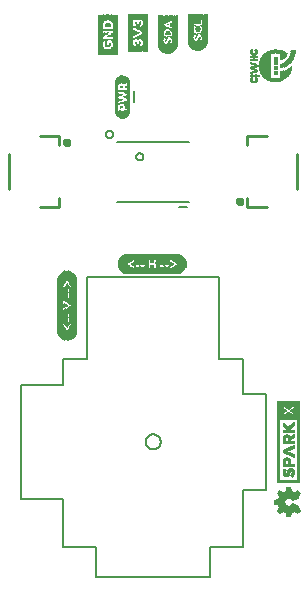
<source format=gto>
G75*
%MOIN*%
%OFA0B0*%
%FSLAX25Y25*%
%IPPOS*%
%LPD*%
%AMOC8*
5,1,8,0,0,1.08239X$1,22.5*
%
%ADD10C,0.00500*%
%ADD11C,0.01000*%
%ADD12C,0.01575*%
%ADD13C,0.00800*%
%ADD14C,0.00299*%
%ADD15C,0.00039*%
%ADD16R,0.00118X0.10748*%
%ADD17R,0.00118X0.11457*%
%ADD18R,0.00079X0.11929*%
%ADD19R,0.00157X0.12402*%
%ADD20R,0.00118X0.12638*%
%ADD21R,0.00118X0.12874*%
%ADD22R,0.00079X0.13110*%
%ADD23R,0.00118X0.04961*%
%ADD24R,0.00118X0.03071*%
%ADD25R,0.00118X0.05079*%
%ADD26R,0.00157X0.02244*%
%ADD27R,0.00157X0.00945*%
%ADD28R,0.00157X0.01181*%
%ADD29R,0.00157X0.00472*%
%ADD30R,0.00157X0.02835*%
%ADD31R,0.00118X0.02244*%
%ADD32R,0.00118X0.00591*%
%ADD33R,0.00118X0.00945*%
%ADD34R,0.00118X0.00354*%
%ADD35R,0.00118X0.02598*%
%ADD36R,0.00118X0.02362*%
%ADD37R,0.00118X0.00472*%
%ADD38R,0.00118X0.00827*%
%ADD39R,0.00118X0.02480*%
%ADD40R,0.00157X0.02480*%
%ADD41R,0.00157X0.00236*%
%ADD42R,0.00157X0.00709*%
%ADD43R,0.00157X0.00354*%
%ADD44R,0.00118X0.00709*%
%ADD45R,0.00118X0.00236*%
%ADD46R,0.00157X0.02598*%
%ADD47R,0.00157X0.00591*%
%ADD48R,0.00157X0.00118*%
%ADD49R,0.00118X0.02717*%
%ADD50R,0.00118X0.02835*%
%ADD51R,0.00157X0.00827*%
%ADD52R,0.00118X0.01299*%
%ADD53R,0.00118X0.01654*%
%ADD54R,0.00118X0.01063*%
%ADD55R,0.00157X0.01063*%
%ADD56R,0.00118X0.01181*%
%ADD57R,0.00118X0.02126*%
%ADD58R,0.00157X0.02126*%
%ADD59R,0.00118X0.01417*%
%ADD60R,0.00118X0.13110*%
%ADD61R,0.00118X0.12402*%
%ADD62R,0.00118X0.11929*%
%ADD63R,0.00157X0.18740*%
%ADD64R,0.00157X0.19370*%
%ADD65R,0.00157X0.20000*%
%ADD66R,0.00157X0.20630*%
%ADD67R,0.00157X0.20945*%
%ADD68R,0.00157X0.21260*%
%ADD69R,0.00157X0.21575*%
%ADD70R,0.00157X0.21890*%
%ADD71R,0.00157X0.22205*%
%ADD72R,0.00157X0.22520*%
%ADD73R,0.00157X0.09921*%
%ADD74R,0.00157X0.01732*%
%ADD75R,0.00157X0.04882*%
%ADD76R,0.00157X0.04724*%
%ADD77R,0.00157X0.01417*%
%ADD78R,0.00157X0.04567*%
%ADD79R,0.00157X0.04409*%
%ADD80R,0.00157X0.01260*%
%ADD81R,0.00157X0.04252*%
%ADD82R,0.00157X0.05039*%
%ADD83R,0.00157X0.01102*%
%ADD84R,0.00157X0.03937*%
%ADD85R,0.00157X0.05197*%
%ADD86R,0.00157X0.03622*%
%ADD87R,0.00157X0.05669*%
%ADD88R,0.00157X0.00787*%
%ADD89R,0.00157X0.05512*%
%ADD90R,0.00157X0.03465*%
%ADD91R,0.00157X0.05984*%
%ADD92R,0.00157X0.00630*%
%ADD93R,0.00157X0.03307*%
%ADD94R,0.00157X0.06299*%
%ADD95R,0.00157X0.06142*%
%ADD96R,0.00157X0.03150*%
%ADD97R,0.00157X0.06457*%
%ADD98R,0.00157X0.00157*%
%ADD99R,0.00157X0.02047*%
%ADD100R,0.00157X0.01890*%
%ADD101R,0.00157X0.00315*%
%ADD102R,0.00157X0.03780*%
%ADD103R,0.00157X0.02362*%
%ADD104R,0.18425X0.00157*%
%ADD105R,0.19055X0.00157*%
%ADD106R,0.19685X0.00157*%
%ADD107R,0.20315X0.00157*%
%ADD108R,0.20630X0.00157*%
%ADD109R,0.20945X0.00157*%
%ADD110R,0.21260X0.00157*%
%ADD111R,0.21575X0.00157*%
%ADD112R,0.21890X0.00157*%
%ADD113R,0.22205X0.00157*%
%ADD114R,0.09921X0.00157*%
%ADD115R,0.01102X0.00157*%
%ADD116R,0.04882X0.00157*%
%ADD117R,0.04567X0.00157*%
%ADD118R,0.04724X0.00157*%
%ADD119R,0.04409X0.00157*%
%ADD120R,0.04252X0.00157*%
%ADD121R,0.03937X0.00157*%
%ADD122R,0.05039X0.00157*%
%ADD123R,0.03622X0.00157*%
%ADD124R,0.05354X0.00157*%
%ADD125R,0.03465X0.00157*%
%ADD126R,0.05669X0.00157*%
%ADD127R,0.03307X0.00157*%
%ADD128R,0.05827X0.00157*%
%ADD129R,0.03150X0.00157*%
%ADD130R,0.05984X0.00157*%
%ADD131R,0.01417X0.00157*%
%ADD132R,0.01260X0.00157*%
%ADD133R,0.00315X0.00157*%
%ADD134R,0.03780X0.00157*%
%ADD135R,0.00945X0.00157*%
%ADD136R,0.00787X0.00157*%
%ADD137R,0.00630X0.00157*%
%ADD138R,0.00472X0.00157*%
%ADD139R,0.01575X0.00157*%
%ADD140R,0.00079X0.00866*%
%ADD141R,0.00079X0.00787*%
%ADD142R,0.00079X0.00827*%
%ADD143R,0.00079X0.00984*%
%ADD144R,0.00079X0.01181*%
%ADD145R,0.00079X0.00748*%
%ADD146R,0.00079X0.01339*%
%ADD147R,0.00039X0.01260*%
%ADD148R,0.00039X0.00787*%
%ADD149R,0.00039X0.00827*%
%ADD150R,0.00039X0.00866*%
%ADD151R,0.00039X0.00748*%
%ADD152R,0.00039X0.01417*%
%ADD153R,0.00039X0.01378*%
%ADD154R,0.00039X0.01575*%
%ADD155R,0.00039X0.01457*%
%ADD156R,0.00039X0.00945*%
%ADD157R,0.00039X0.01654*%
%ADD158R,0.00039X0.02362*%
%ADD159R,0.00039X0.01732*%
%ADD160R,0.00039X0.02402*%
%ADD161R,0.00039X0.00984*%
%ADD162R,0.00039X0.00709*%
%ADD163R,0.00039X0.01850*%
%ADD164R,0.00039X0.02441*%
%ADD165R,0.00039X0.01024*%
%ADD166R,0.00039X0.01890*%
%ADD167R,0.00039X0.02480*%
%ADD168R,0.00039X0.01969*%
%ADD169R,0.00039X0.02520*%
%ADD170R,0.00039X0.02008*%
%ADD171R,0.00039X0.01063*%
%ADD172R,0.00039X0.02047*%
%ADD173R,0.00039X0.02559*%
%ADD174R,0.00039X0.01102*%
%ADD175R,0.00039X0.02126*%
%ADD176R,0.00039X0.02598*%
%ADD177R,0.00039X0.01142*%
%ADD178R,0.00039X0.02087*%
%ADD179R,0.00039X0.01220*%
%ADD180R,0.00039X0.01181*%
%ADD181R,0.00039X0.00551*%
%ADD182R,0.00039X0.00394*%
%ADD183R,0.00039X0.00906*%
%ADD184R,0.00039X0.00315*%
%ADD185R,0.00039X0.00197*%
%ADD186R,0.00039X0.00079*%
%ADD187R,0.00039X0.01299*%
%ADD188R,0.00079X0.01299*%
%ADD189R,0.00079X0.00709*%
%ADD190R,0.00079X0.00630*%
%ADD191R,0.00079X0.00669*%
%ADD192R,0.00079X0.01693*%
%ADD193R,0.00039X0.00630*%
%ADD194R,0.00039X0.01693*%
%ADD195R,0.00039X0.00669*%
%ADD196R,0.00039X0.00591*%
%ADD197R,0.00039X0.01339*%
%ADD198R,0.00039X0.00157*%
%ADD199R,0.00039X0.00276*%
%ADD200R,0.00079X0.02559*%
%ADD201R,0.00079X0.01142*%
%ADD202R,0.00079X0.01102*%
%ADD203R,0.00079X0.02126*%
%ADD204R,0.00079X0.02520*%
%ADD205R,0.00079X0.01063*%
%ADD206R,0.00079X0.01969*%
%ADD207R,0.00079X0.02480*%
%ADD208R,0.00079X0.01024*%
%ADD209R,0.00079X0.01890*%
%ADD210R,0.00079X0.02402*%
%ADD211R,0.00079X0.01732*%
%ADD212R,0.00039X0.02323*%
%ADD213R,0.00039X0.01535*%
%ADD214R,0.00039X0.00512*%
%ADD215R,0.00079X0.00512*%
%ADD216R,0.00079X0.01850*%
%ADD217R,0.00079X0.02638*%
%ADD218R,0.00039X0.02953*%
%ADD219R,0.00039X0.03189*%
%ADD220R,0.00039X0.03504*%
%ADD221R,0.00039X0.03661*%
%ADD222R,0.00039X0.03898*%
%ADD223R,0.00039X0.04055*%
%ADD224R,0.00039X0.04213*%
%ADD225R,0.00039X0.04449*%
%ADD226R,0.00039X0.04606*%
%ADD227R,0.00039X0.04843*%
%ADD228R,0.00039X0.04921*%
%ADD229R,0.00039X0.05118*%
%ADD230R,0.00039X0.05236*%
%ADD231R,0.00039X0.05315*%
%ADD232R,0.00039X0.05512*%
%ADD233R,0.00039X0.05630*%
%ADD234R,0.00039X0.05787*%
%ADD235R,0.00039X0.05945*%
%ADD236R,0.00039X0.06024*%
%ADD237R,0.00039X0.06181*%
%ADD238R,0.00039X0.06260*%
%ADD239R,0.00039X0.06339*%
%ADD240R,0.00039X0.06417*%
%ADD241R,0.00039X0.06575*%
%ADD242R,0.00039X0.06732*%
%ADD243R,0.00039X0.06811*%
%ADD244R,0.00039X0.06890*%
%ADD245R,0.00039X0.06969*%
%ADD246R,0.00039X0.07047*%
%ADD247R,0.00039X0.07126*%
%ADD248R,0.00039X0.07205*%
%ADD249R,0.00039X0.07362*%
%ADD250R,0.00039X0.07441*%
%ADD251R,0.00039X0.07520*%
%ADD252R,0.00039X0.07598*%
%ADD253R,0.00039X0.07677*%
%ADD254R,0.00039X0.07756*%
%ADD255R,0.00039X0.07795*%
%ADD256R,0.00039X0.07913*%
%ADD257R,0.00039X0.07992*%
%ADD258R,0.00039X0.08071*%
%ADD259R,0.00039X0.08150*%
%ADD260R,0.00039X0.08189*%
%ADD261R,0.00039X0.08268*%
%ADD262R,0.00039X0.08307*%
%ADD263R,0.00039X0.08386*%
%ADD264R,0.00039X0.08465*%
%ADD265R,0.00039X0.08543*%
%ADD266R,0.00039X0.08622*%
%ADD267R,0.00039X0.08701*%
%ADD268R,0.00039X0.08780*%
%ADD269R,0.00039X0.08819*%
%ADD270R,0.00039X0.08858*%
%ADD271R,0.00039X0.08937*%
%ADD272R,0.00039X0.09016*%
%ADD273R,0.00039X0.09055*%
%ADD274R,0.00039X0.09094*%
%ADD275R,0.00039X0.09173*%
%ADD276R,0.00039X0.09252*%
%ADD277R,0.00039X0.09331*%
%ADD278R,0.00039X0.09409*%
%ADD279R,0.00039X0.09488*%
%ADD280R,0.00039X0.09528*%
%ADD281R,0.00039X0.09567*%
%ADD282R,0.00039X0.09646*%
%ADD283R,0.00039X0.09724*%
%ADD284R,0.00039X0.09803*%
%ADD285R,0.00039X0.09882*%
%ADD286R,0.00039X0.09961*%
%ADD287R,0.00039X0.10000*%
%ADD288R,0.00039X0.10039*%
%ADD289R,0.00039X0.10079*%
%ADD290R,0.00039X0.10118*%
%ADD291R,0.00039X0.10157*%
%ADD292R,0.00039X0.10197*%
%ADD293R,0.00039X0.10236*%
%ADD294R,0.00039X0.10276*%
%ADD295R,0.00039X0.10354*%
%ADD296R,0.00039X0.10394*%
%ADD297R,0.00039X0.10433*%
%ADD298R,0.00039X0.10512*%
%ADD299R,0.00039X0.01496*%
%ADD300R,0.00039X0.03268*%
%ADD301R,0.00039X0.03465*%
%ADD302R,0.00039X0.03425*%
%ADD303R,0.00039X0.03228*%
%ADD304R,0.00039X0.03346*%
%ADD305R,0.00039X0.03150*%
%ADD306R,0.00039X0.03110*%
%ADD307R,0.00039X0.03031*%
%ADD308R,0.00039X0.02874*%
%ADD309R,0.00039X0.02835*%
%ADD310R,0.00039X0.03071*%
%ADD311R,0.00039X0.02756*%
%ADD312R,0.00039X0.02638*%
%ADD313R,0.00039X0.02992*%
%ADD314R,0.00039X0.01614*%
%ADD315R,0.00039X0.02244*%
%ADD316R,0.00039X0.02795*%
%ADD317R,0.00039X0.02717*%
%ADD318R,0.00039X0.02677*%
%ADD319R,0.00039X0.01772*%
%ADD320R,0.00039X0.01811*%
%ADD321R,0.00039X0.00472*%
%ADD322R,0.00039X0.02283*%
%ADD323R,0.00039X0.02205*%
%ADD324R,0.00039X0.02165*%
%ADD325R,0.00039X0.01929*%
%ADD326R,0.00039X0.03937*%
%ADD327R,0.00039X0.03858*%
%ADD328R,0.00039X0.03740*%
%ADD329R,0.00039X0.03701*%
%ADD330R,0.00039X0.03622*%
%ADD331R,0.00039X0.03386*%
%ADD332R,0.00157X0.09764*%
%ADD333R,0.00157X0.10236*%
%ADD334R,0.00157X0.10551*%
%ADD335R,0.00157X0.10866*%
%ADD336R,0.00157X0.11024*%
%ADD337R,0.00157X0.11181*%
%ADD338R,0.00157X0.11339*%
%ADD339R,0.00157X0.11496*%
%ADD340R,0.00157X0.11654*%
%ADD341R,0.00157X0.11811*%
%ADD342R,0.00157X0.07559*%
%ADD343R,0.00157X0.01575*%
%ADD344R,0.00157X0.10394*%
%ADD345R,0.00157X0.11969*%
%ADD346R,0.00157X0.12126*%
%ADD347R,0.00157X0.12283*%
%ADD348R,0.00157X0.12441*%
%ADD349R,0.00157X0.08189*%
%ADD350R,0.00157X0.02677*%
%ADD351R,0.00157X0.02520*%
%ADD352R,0.00157X0.02205*%
%ADD353R,0.00157X0.13386*%
%ADD354R,0.00157X0.02992*%
D10*
X0177083Y0292058D02*
X0177083Y0295808D01*
D11*
X0151955Y0280744D02*
X0151955Y0277791D01*
X0151955Y0280744D02*
X0145459Y0280744D01*
X0135223Y0274839D02*
X0135223Y0263028D01*
X0145459Y0257122D02*
X0151955Y0257122D01*
X0151955Y0260075D01*
X0214711Y0260075D02*
X0214711Y0257122D01*
X0221207Y0257122D01*
X0231444Y0263028D02*
X0231444Y0274839D01*
X0221207Y0280744D02*
X0214711Y0280744D01*
X0214711Y0277791D01*
D12*
X0211595Y0259091D02*
X0211597Y0259138D01*
X0211603Y0259184D01*
X0211612Y0259230D01*
X0211626Y0259274D01*
X0211643Y0259318D01*
X0211664Y0259359D01*
X0211688Y0259399D01*
X0211715Y0259437D01*
X0211746Y0259472D01*
X0211779Y0259505D01*
X0211815Y0259535D01*
X0211854Y0259561D01*
X0211894Y0259585D01*
X0211936Y0259604D01*
X0211980Y0259621D01*
X0212025Y0259633D01*
X0212071Y0259642D01*
X0212117Y0259647D01*
X0212164Y0259648D01*
X0212210Y0259645D01*
X0212256Y0259638D01*
X0212302Y0259627D01*
X0212346Y0259613D01*
X0212389Y0259595D01*
X0212430Y0259573D01*
X0212470Y0259548D01*
X0212507Y0259520D01*
X0212542Y0259489D01*
X0212574Y0259455D01*
X0212603Y0259418D01*
X0212628Y0259380D01*
X0212651Y0259339D01*
X0212670Y0259296D01*
X0212685Y0259252D01*
X0212697Y0259207D01*
X0212705Y0259161D01*
X0212709Y0259114D01*
X0212709Y0259068D01*
X0212705Y0259021D01*
X0212697Y0258975D01*
X0212685Y0258930D01*
X0212670Y0258886D01*
X0212651Y0258843D01*
X0212628Y0258802D01*
X0212603Y0258764D01*
X0212574Y0258727D01*
X0212542Y0258693D01*
X0212507Y0258662D01*
X0212470Y0258634D01*
X0212431Y0258609D01*
X0212389Y0258587D01*
X0212346Y0258569D01*
X0212302Y0258555D01*
X0212256Y0258544D01*
X0212210Y0258537D01*
X0212164Y0258534D01*
X0212117Y0258535D01*
X0212071Y0258540D01*
X0212025Y0258549D01*
X0211980Y0258561D01*
X0211936Y0258578D01*
X0211894Y0258597D01*
X0211854Y0258621D01*
X0211815Y0258647D01*
X0211779Y0258677D01*
X0211746Y0258710D01*
X0211715Y0258745D01*
X0211688Y0258783D01*
X0211664Y0258823D01*
X0211643Y0258864D01*
X0211626Y0258908D01*
X0211612Y0258952D01*
X0211603Y0258998D01*
X0211597Y0259044D01*
X0211595Y0259091D01*
X0153957Y0278776D02*
X0153959Y0278823D01*
X0153965Y0278869D01*
X0153974Y0278915D01*
X0153988Y0278959D01*
X0154005Y0279003D01*
X0154026Y0279044D01*
X0154050Y0279084D01*
X0154077Y0279122D01*
X0154108Y0279157D01*
X0154141Y0279190D01*
X0154177Y0279220D01*
X0154216Y0279246D01*
X0154256Y0279270D01*
X0154298Y0279289D01*
X0154342Y0279306D01*
X0154387Y0279318D01*
X0154433Y0279327D01*
X0154479Y0279332D01*
X0154526Y0279333D01*
X0154572Y0279330D01*
X0154618Y0279323D01*
X0154664Y0279312D01*
X0154708Y0279298D01*
X0154751Y0279280D01*
X0154792Y0279258D01*
X0154832Y0279233D01*
X0154869Y0279205D01*
X0154904Y0279174D01*
X0154936Y0279140D01*
X0154965Y0279103D01*
X0154990Y0279065D01*
X0155013Y0279024D01*
X0155032Y0278981D01*
X0155047Y0278937D01*
X0155059Y0278892D01*
X0155067Y0278846D01*
X0155071Y0278799D01*
X0155071Y0278753D01*
X0155067Y0278706D01*
X0155059Y0278660D01*
X0155047Y0278615D01*
X0155032Y0278571D01*
X0155013Y0278528D01*
X0154990Y0278487D01*
X0154965Y0278449D01*
X0154936Y0278412D01*
X0154904Y0278378D01*
X0154869Y0278347D01*
X0154832Y0278319D01*
X0154793Y0278294D01*
X0154751Y0278272D01*
X0154708Y0278254D01*
X0154664Y0278240D01*
X0154618Y0278229D01*
X0154572Y0278222D01*
X0154526Y0278219D01*
X0154479Y0278220D01*
X0154433Y0278225D01*
X0154387Y0278234D01*
X0154342Y0278246D01*
X0154298Y0278263D01*
X0154256Y0278282D01*
X0154216Y0278306D01*
X0154177Y0278332D01*
X0154141Y0278362D01*
X0154108Y0278395D01*
X0154077Y0278430D01*
X0154050Y0278468D01*
X0154026Y0278508D01*
X0154005Y0278549D01*
X0153988Y0278593D01*
X0153974Y0278637D01*
X0153965Y0278683D01*
X0153959Y0278729D01*
X0153957Y0278776D01*
D13*
X0153333Y0159933D02*
X0153333Y0143933D01*
X0164333Y0143933D01*
X0164333Y0133933D01*
X0202333Y0133933D01*
X0202333Y0143933D01*
X0213333Y0143933D01*
X0213333Y0162933D01*
X0220833Y0162933D01*
X0220833Y0194933D01*
X0213333Y0194933D01*
X0213333Y0206433D01*
X0205333Y0206433D01*
X0205333Y0233933D01*
X0161333Y0233933D01*
X0161333Y0206433D01*
X0153333Y0206433D01*
X0153333Y0197933D01*
X0139333Y0197933D01*
X0139333Y0159933D01*
X0153333Y0159933D01*
X0180833Y0178933D02*
X0180835Y0179032D01*
X0180841Y0179132D01*
X0180851Y0179231D01*
X0180865Y0179329D01*
X0180882Y0179427D01*
X0180904Y0179524D01*
X0180929Y0179620D01*
X0180958Y0179715D01*
X0180991Y0179809D01*
X0181028Y0179901D01*
X0181068Y0179992D01*
X0181112Y0180081D01*
X0181160Y0180169D01*
X0181211Y0180254D01*
X0181265Y0180337D01*
X0181322Y0180419D01*
X0181383Y0180497D01*
X0181447Y0180574D01*
X0181513Y0180647D01*
X0181583Y0180718D01*
X0181655Y0180786D01*
X0181730Y0180852D01*
X0181808Y0180914D01*
X0181888Y0180973D01*
X0181970Y0181029D01*
X0182054Y0181081D01*
X0182141Y0181130D01*
X0182229Y0181176D01*
X0182319Y0181218D01*
X0182411Y0181257D01*
X0182504Y0181292D01*
X0182598Y0181323D01*
X0182694Y0181350D01*
X0182791Y0181373D01*
X0182888Y0181393D01*
X0182986Y0181409D01*
X0183085Y0181421D01*
X0183184Y0181429D01*
X0183283Y0181433D01*
X0183383Y0181433D01*
X0183482Y0181429D01*
X0183581Y0181421D01*
X0183680Y0181409D01*
X0183778Y0181393D01*
X0183875Y0181373D01*
X0183972Y0181350D01*
X0184068Y0181323D01*
X0184162Y0181292D01*
X0184255Y0181257D01*
X0184347Y0181218D01*
X0184437Y0181176D01*
X0184525Y0181130D01*
X0184612Y0181081D01*
X0184696Y0181029D01*
X0184778Y0180973D01*
X0184858Y0180914D01*
X0184936Y0180852D01*
X0185011Y0180786D01*
X0185083Y0180718D01*
X0185153Y0180647D01*
X0185219Y0180574D01*
X0185283Y0180497D01*
X0185344Y0180419D01*
X0185401Y0180337D01*
X0185455Y0180254D01*
X0185506Y0180169D01*
X0185554Y0180081D01*
X0185598Y0179992D01*
X0185638Y0179901D01*
X0185675Y0179809D01*
X0185708Y0179715D01*
X0185737Y0179620D01*
X0185762Y0179524D01*
X0185784Y0179427D01*
X0185801Y0179329D01*
X0185815Y0179231D01*
X0185825Y0179132D01*
X0185831Y0179032D01*
X0185833Y0178933D01*
X0185831Y0178834D01*
X0185825Y0178734D01*
X0185815Y0178635D01*
X0185801Y0178537D01*
X0185784Y0178439D01*
X0185762Y0178342D01*
X0185737Y0178246D01*
X0185708Y0178151D01*
X0185675Y0178057D01*
X0185638Y0177965D01*
X0185598Y0177874D01*
X0185554Y0177785D01*
X0185506Y0177697D01*
X0185455Y0177612D01*
X0185401Y0177529D01*
X0185344Y0177447D01*
X0185283Y0177369D01*
X0185219Y0177292D01*
X0185153Y0177219D01*
X0185083Y0177148D01*
X0185011Y0177080D01*
X0184936Y0177014D01*
X0184858Y0176952D01*
X0184778Y0176893D01*
X0184696Y0176837D01*
X0184612Y0176785D01*
X0184525Y0176736D01*
X0184437Y0176690D01*
X0184347Y0176648D01*
X0184255Y0176609D01*
X0184162Y0176574D01*
X0184068Y0176543D01*
X0183972Y0176516D01*
X0183875Y0176493D01*
X0183778Y0176473D01*
X0183680Y0176457D01*
X0183581Y0176445D01*
X0183482Y0176437D01*
X0183383Y0176433D01*
X0183283Y0176433D01*
X0183184Y0176437D01*
X0183085Y0176445D01*
X0182986Y0176457D01*
X0182888Y0176473D01*
X0182791Y0176493D01*
X0182694Y0176516D01*
X0182598Y0176543D01*
X0182504Y0176574D01*
X0182411Y0176609D01*
X0182319Y0176648D01*
X0182229Y0176690D01*
X0182141Y0176736D01*
X0182054Y0176785D01*
X0181970Y0176837D01*
X0181888Y0176893D01*
X0181808Y0176952D01*
X0181730Y0177014D01*
X0181655Y0177080D01*
X0181583Y0177148D01*
X0181513Y0177219D01*
X0181447Y0177292D01*
X0181383Y0177369D01*
X0181322Y0177447D01*
X0181265Y0177529D01*
X0181211Y0177612D01*
X0181160Y0177697D01*
X0181112Y0177785D01*
X0181068Y0177874D01*
X0181028Y0177965D01*
X0180991Y0178057D01*
X0180958Y0178151D01*
X0180929Y0178246D01*
X0180904Y0178342D01*
X0180882Y0178439D01*
X0180865Y0178537D01*
X0180851Y0178635D01*
X0180841Y0178734D01*
X0180835Y0178834D01*
X0180833Y0178933D01*
X0192033Y0257033D02*
X0194733Y0257033D01*
X0195333Y0258933D02*
X0171333Y0258933D01*
X0177652Y0273933D02*
X0177654Y0274002D01*
X0177660Y0274070D01*
X0177670Y0274138D01*
X0177684Y0274205D01*
X0177702Y0274272D01*
X0177723Y0274337D01*
X0177749Y0274401D01*
X0177778Y0274463D01*
X0177810Y0274523D01*
X0177846Y0274582D01*
X0177886Y0274638D01*
X0177928Y0274692D01*
X0177974Y0274743D01*
X0178023Y0274792D01*
X0178074Y0274838D01*
X0178128Y0274880D01*
X0178184Y0274920D01*
X0178242Y0274956D01*
X0178303Y0274988D01*
X0178365Y0275017D01*
X0178429Y0275043D01*
X0178494Y0275064D01*
X0178561Y0275082D01*
X0178628Y0275096D01*
X0178696Y0275106D01*
X0178764Y0275112D01*
X0178833Y0275114D01*
X0178902Y0275112D01*
X0178970Y0275106D01*
X0179038Y0275096D01*
X0179105Y0275082D01*
X0179172Y0275064D01*
X0179237Y0275043D01*
X0179301Y0275017D01*
X0179363Y0274988D01*
X0179423Y0274956D01*
X0179482Y0274920D01*
X0179538Y0274880D01*
X0179592Y0274838D01*
X0179643Y0274792D01*
X0179692Y0274743D01*
X0179738Y0274692D01*
X0179780Y0274638D01*
X0179820Y0274582D01*
X0179856Y0274523D01*
X0179888Y0274463D01*
X0179917Y0274401D01*
X0179943Y0274337D01*
X0179964Y0274272D01*
X0179982Y0274205D01*
X0179996Y0274138D01*
X0180006Y0274070D01*
X0180012Y0274002D01*
X0180014Y0273933D01*
X0180012Y0273864D01*
X0180006Y0273796D01*
X0179996Y0273728D01*
X0179982Y0273661D01*
X0179964Y0273594D01*
X0179943Y0273529D01*
X0179917Y0273465D01*
X0179888Y0273403D01*
X0179856Y0273342D01*
X0179820Y0273284D01*
X0179780Y0273228D01*
X0179738Y0273174D01*
X0179692Y0273123D01*
X0179643Y0273074D01*
X0179592Y0273028D01*
X0179538Y0272986D01*
X0179482Y0272946D01*
X0179424Y0272910D01*
X0179363Y0272878D01*
X0179301Y0272849D01*
X0179237Y0272823D01*
X0179172Y0272802D01*
X0179105Y0272784D01*
X0179038Y0272770D01*
X0178970Y0272760D01*
X0178902Y0272754D01*
X0178833Y0272752D01*
X0178764Y0272754D01*
X0178696Y0272760D01*
X0178628Y0272770D01*
X0178561Y0272784D01*
X0178494Y0272802D01*
X0178429Y0272823D01*
X0178365Y0272849D01*
X0178303Y0272878D01*
X0178242Y0272910D01*
X0178184Y0272946D01*
X0178128Y0272986D01*
X0178074Y0273028D01*
X0178023Y0273074D01*
X0177974Y0273123D01*
X0177928Y0273174D01*
X0177886Y0273228D01*
X0177846Y0273284D01*
X0177810Y0273342D01*
X0177778Y0273403D01*
X0177749Y0273465D01*
X0177723Y0273529D01*
X0177702Y0273594D01*
X0177684Y0273661D01*
X0177670Y0273728D01*
X0177660Y0273796D01*
X0177654Y0273864D01*
X0177652Y0273933D01*
X0171333Y0278933D02*
X0195333Y0278933D01*
X0167652Y0281433D02*
X0167654Y0281502D01*
X0167660Y0281570D01*
X0167670Y0281638D01*
X0167684Y0281705D01*
X0167702Y0281772D01*
X0167723Y0281837D01*
X0167749Y0281901D01*
X0167778Y0281963D01*
X0167810Y0282023D01*
X0167846Y0282082D01*
X0167886Y0282138D01*
X0167928Y0282192D01*
X0167974Y0282243D01*
X0168023Y0282292D01*
X0168074Y0282338D01*
X0168128Y0282380D01*
X0168184Y0282420D01*
X0168242Y0282456D01*
X0168303Y0282488D01*
X0168365Y0282517D01*
X0168429Y0282543D01*
X0168494Y0282564D01*
X0168561Y0282582D01*
X0168628Y0282596D01*
X0168696Y0282606D01*
X0168764Y0282612D01*
X0168833Y0282614D01*
X0168902Y0282612D01*
X0168970Y0282606D01*
X0169038Y0282596D01*
X0169105Y0282582D01*
X0169172Y0282564D01*
X0169237Y0282543D01*
X0169301Y0282517D01*
X0169363Y0282488D01*
X0169423Y0282456D01*
X0169482Y0282420D01*
X0169538Y0282380D01*
X0169592Y0282338D01*
X0169643Y0282292D01*
X0169692Y0282243D01*
X0169738Y0282192D01*
X0169780Y0282138D01*
X0169820Y0282082D01*
X0169856Y0282023D01*
X0169888Y0281963D01*
X0169917Y0281901D01*
X0169943Y0281837D01*
X0169964Y0281772D01*
X0169982Y0281705D01*
X0169996Y0281638D01*
X0170006Y0281570D01*
X0170012Y0281502D01*
X0170014Y0281433D01*
X0170012Y0281364D01*
X0170006Y0281296D01*
X0169996Y0281228D01*
X0169982Y0281161D01*
X0169964Y0281094D01*
X0169943Y0281029D01*
X0169917Y0280965D01*
X0169888Y0280903D01*
X0169856Y0280842D01*
X0169820Y0280784D01*
X0169780Y0280728D01*
X0169738Y0280674D01*
X0169692Y0280623D01*
X0169643Y0280574D01*
X0169592Y0280528D01*
X0169538Y0280486D01*
X0169482Y0280446D01*
X0169424Y0280410D01*
X0169363Y0280378D01*
X0169301Y0280349D01*
X0169237Y0280323D01*
X0169172Y0280302D01*
X0169105Y0280284D01*
X0169038Y0280270D01*
X0168970Y0280260D01*
X0168902Y0280254D01*
X0168833Y0280252D01*
X0168764Y0280254D01*
X0168696Y0280260D01*
X0168628Y0280270D01*
X0168561Y0280284D01*
X0168494Y0280302D01*
X0168429Y0280323D01*
X0168365Y0280349D01*
X0168303Y0280378D01*
X0168242Y0280410D01*
X0168184Y0280446D01*
X0168128Y0280486D01*
X0168074Y0280528D01*
X0168023Y0280574D01*
X0167974Y0280623D01*
X0167928Y0280674D01*
X0167886Y0280728D01*
X0167846Y0280784D01*
X0167810Y0280842D01*
X0167778Y0280903D01*
X0167749Y0280965D01*
X0167723Y0281029D01*
X0167702Y0281094D01*
X0167684Y0281161D01*
X0167670Y0281228D01*
X0167660Y0281296D01*
X0167654Y0281364D01*
X0167652Y0281433D01*
D14*
X0227753Y0163802D02*
X0227517Y0162384D01*
X0227359Y0162384D01*
X0227320Y0162345D01*
X0227241Y0162345D01*
X0227202Y0162306D01*
X0227123Y0162266D01*
X0227044Y0162266D01*
X0227005Y0162227D01*
X0226926Y0162227D01*
X0226887Y0162187D01*
X0226808Y0162148D01*
X0226769Y0162109D01*
X0226690Y0162109D01*
X0226651Y0162069D01*
X0226572Y0162030D01*
X0226533Y0161991D01*
X0225391Y0162817D01*
X0224525Y0161912D01*
X0225312Y0160770D01*
X0225273Y0160731D01*
X0225233Y0160652D01*
X0225233Y0160613D01*
X0225194Y0160534D01*
X0225155Y0160494D01*
X0225115Y0160416D01*
X0225115Y0160376D01*
X0225076Y0160298D01*
X0225037Y0160258D01*
X0225037Y0160180D01*
X0224997Y0160101D01*
X0224997Y0160061D01*
X0224958Y0159983D01*
X0224958Y0159943D01*
X0224918Y0159865D01*
X0224918Y0159786D01*
X0223541Y0159550D01*
X0223541Y0158290D01*
X0224918Y0158054D01*
X0224918Y0158014D01*
X0224958Y0157935D01*
X0224958Y0157857D01*
X0224997Y0157817D01*
X0224997Y0157739D01*
X0225037Y0157660D01*
X0225037Y0157620D01*
X0225076Y0157542D01*
X0225115Y0157502D01*
X0225115Y0157424D01*
X0225155Y0157384D01*
X0225194Y0157306D01*
X0225233Y0157266D01*
X0225233Y0157187D01*
X0225273Y0157148D01*
X0225312Y0157069D01*
X0224525Y0155928D01*
X0225391Y0155061D01*
X0226533Y0155849D01*
X0226572Y0155809D01*
X0226651Y0155809D01*
X0226690Y0155770D01*
X0226769Y0155731D01*
X0226808Y0155691D01*
X0226887Y0155691D01*
X0226926Y0155652D01*
X0227005Y0155613D01*
X0227044Y0155613D01*
X0227202Y0155534D01*
X0227241Y0155534D01*
X0227320Y0155494D01*
X0227359Y0155494D01*
X0227438Y0155455D01*
X0227517Y0155455D01*
X0227753Y0154077D01*
X0229013Y0154077D01*
X0229249Y0155455D01*
X0229289Y0155455D01*
X0229367Y0155494D01*
X0229446Y0155494D01*
X0229485Y0155534D01*
X0229564Y0155534D01*
X0229604Y0155573D01*
X0229682Y0155613D01*
X0229761Y0155613D01*
X0229800Y0155652D01*
X0229879Y0155652D01*
X0229918Y0155691D01*
X0229997Y0155731D01*
X0230037Y0155770D01*
X0230115Y0155809D01*
X0230155Y0155809D01*
X0230233Y0155849D01*
X0231336Y0155061D01*
X0232241Y0155928D01*
X0231454Y0157069D01*
X0231454Y0157109D01*
X0231493Y0157148D01*
X0231493Y0157187D01*
X0231533Y0157227D01*
X0231533Y0157266D01*
X0231572Y0157306D01*
X0231572Y0157345D01*
X0231611Y0157384D01*
X0231611Y0157424D01*
X0231651Y0157463D01*
X0231651Y0157502D01*
X0231690Y0157542D01*
X0231690Y0157620D01*
X0231730Y0157660D01*
X0229604Y0158447D01*
X0229564Y0158329D01*
X0229485Y0158172D01*
X0229407Y0158093D01*
X0229367Y0158014D01*
X0229289Y0157935D01*
X0229210Y0157896D01*
X0229131Y0157817D01*
X0228974Y0157739D01*
X0228855Y0157699D01*
X0228698Y0157620D01*
X0228580Y0157620D01*
X0228462Y0157581D01*
X0228226Y0157581D01*
X0227753Y0157739D01*
X0227517Y0157896D01*
X0227438Y0157975D01*
X0227359Y0158093D01*
X0227281Y0158172D01*
X0227202Y0158290D01*
X0227163Y0158408D01*
X0227084Y0158526D01*
X0227084Y0158644D01*
X0227044Y0158802D01*
X0227044Y0159077D01*
X0227084Y0159195D01*
X0227084Y0159313D01*
X0227163Y0159431D01*
X0227202Y0159550D01*
X0227359Y0159786D01*
X0227517Y0159943D01*
X0227753Y0160101D01*
X0227871Y0160140D01*
X0227989Y0160219D01*
X0228107Y0160219D01*
X0228226Y0160258D01*
X0228580Y0160258D01*
X0228698Y0160219D01*
X0228777Y0160219D01*
X0228855Y0160180D01*
X0228974Y0160140D01*
X0229052Y0160101D01*
X0229131Y0160022D01*
X0229210Y0159983D01*
X0229367Y0159825D01*
X0229407Y0159746D01*
X0229485Y0159668D01*
X0229604Y0159431D01*
X0231730Y0160219D01*
X0231690Y0160219D01*
X0231690Y0160298D01*
X0231651Y0160337D01*
X0231651Y0160376D01*
X0231611Y0160416D01*
X0231611Y0160455D01*
X0231572Y0160494D01*
X0231572Y0160573D01*
X0231533Y0160613D01*
X0231533Y0160652D01*
X0231454Y0160731D01*
X0231454Y0160770D01*
X0232241Y0161912D01*
X0231336Y0162817D01*
X0230233Y0161991D01*
X0230155Y0162030D01*
X0230115Y0162069D01*
X0230037Y0162109D01*
X0229997Y0162109D01*
X0229918Y0162148D01*
X0229879Y0162187D01*
X0229800Y0162227D01*
X0229761Y0162227D01*
X0229604Y0162306D01*
X0229564Y0162306D01*
X0229485Y0162345D01*
X0229446Y0162345D01*
X0229367Y0162384D01*
X0229289Y0162384D01*
X0229249Y0162424D01*
X0229013Y0163802D01*
X0227753Y0163802D01*
X0227747Y0163767D02*
X0229019Y0163767D01*
X0229070Y0163469D02*
X0227698Y0163469D01*
X0227648Y0163171D02*
X0229121Y0163171D01*
X0229172Y0162874D02*
X0227598Y0162874D01*
X0227549Y0162576D02*
X0229223Y0162576D01*
X0229658Y0162278D02*
X0227147Y0162278D01*
X0226136Y0162278D02*
X0224875Y0162278D01*
X0224590Y0161980D02*
X0232173Y0161980D01*
X0232083Y0161683D02*
X0224683Y0161683D01*
X0224888Y0161385D02*
X0231878Y0161385D01*
X0231673Y0161087D02*
X0225093Y0161087D01*
X0225299Y0160790D02*
X0231467Y0160790D01*
X0231575Y0160492D02*
X0225153Y0160492D01*
X0225037Y0160194D02*
X0227952Y0160194D01*
X0227470Y0159896D02*
X0224934Y0159896D01*
X0223827Y0159599D02*
X0227235Y0159599D01*
X0227084Y0159301D02*
X0223541Y0159301D01*
X0223541Y0159003D02*
X0227044Y0159003D01*
X0227069Y0158705D02*
X0223541Y0158705D01*
X0223541Y0158408D02*
X0227163Y0158408D01*
X0227342Y0158110D02*
X0224589Y0158110D01*
X0224997Y0157812D02*
X0227643Y0157812D01*
X0229121Y0157812D02*
X0231318Y0157812D01*
X0231663Y0157515D02*
X0225103Y0157515D01*
X0225233Y0157217D02*
X0231523Y0157217D01*
X0231557Y0156919D02*
X0225209Y0156919D01*
X0225003Y0156621D02*
X0231763Y0156621D01*
X0231968Y0156324D02*
X0224798Y0156324D01*
X0224593Y0156026D02*
X0232173Y0156026D01*
X0232033Y0155728D02*
X0230402Y0155728D01*
X0229992Y0155728D02*
X0226771Y0155728D01*
X0226358Y0155728D02*
X0224724Y0155728D01*
X0225022Y0155430D02*
X0225926Y0155430D01*
X0225494Y0155133D02*
X0225320Y0155133D01*
X0227521Y0155430D02*
X0229245Y0155430D01*
X0229194Y0155133D02*
X0227572Y0155133D01*
X0227623Y0154835D02*
X0229143Y0154835D01*
X0229092Y0154537D02*
X0227674Y0154537D01*
X0227725Y0154240D02*
X0229041Y0154240D01*
X0230819Y0155430D02*
X0231722Y0155430D01*
X0231410Y0155133D02*
X0231236Y0155133D01*
X0230514Y0158110D02*
X0229424Y0158110D01*
X0229590Y0158408D02*
X0229710Y0158408D01*
X0229520Y0159599D02*
X0230055Y0159599D01*
X0229296Y0159896D02*
X0230859Y0159896D01*
X0231663Y0160194D02*
X0228826Y0160194D01*
X0230617Y0162278D02*
X0231875Y0162278D01*
X0231577Y0162576D02*
X0231014Y0162576D01*
X0225724Y0162576D02*
X0225160Y0162576D01*
D15*
X0224597Y0165433D02*
X0224597Y0186401D01*
X0224597Y0192433D01*
X0228697Y0192433D01*
X0232070Y0192433D01*
X0232070Y0186158D01*
X0231376Y0186158D01*
X0231376Y0186401D01*
X0228697Y0186401D01*
X0228697Y0188677D01*
X0230145Y0187684D01*
X0230145Y0188588D01*
X0228903Y0189406D01*
X0230145Y0190219D01*
X0230145Y0191156D01*
X0228697Y0190168D01*
X0228697Y0192433D01*
X0228697Y0190168D01*
X0228293Y0189892D01*
X0226524Y0191102D01*
X0226524Y0190197D01*
X0227699Y0189431D01*
X0226524Y0188669D01*
X0226524Y0187738D01*
X0228304Y0188947D01*
X0228697Y0188677D01*
X0228697Y0186401D01*
X0225290Y0186401D01*
X0225290Y0166127D01*
X0231376Y0166127D01*
X0231376Y0186158D01*
X0232070Y0186158D01*
X0232070Y0165433D01*
X0224597Y0165433D01*
X0224597Y0165451D02*
X0232070Y0165451D01*
X0232070Y0165489D02*
X0224597Y0165489D01*
X0224597Y0165527D02*
X0232070Y0165527D01*
X0232070Y0165564D02*
X0224597Y0165564D01*
X0224597Y0165602D02*
X0232070Y0165602D01*
X0232070Y0165640D02*
X0224597Y0165640D01*
X0224597Y0165678D02*
X0232070Y0165678D01*
X0232070Y0165716D02*
X0224597Y0165716D01*
X0224597Y0165754D02*
X0232070Y0165754D01*
X0232070Y0165792D02*
X0224597Y0165792D01*
X0224597Y0165830D02*
X0232070Y0165830D01*
X0232070Y0165867D02*
X0224597Y0165867D01*
X0224597Y0165905D02*
X0232070Y0165905D01*
X0232070Y0165943D02*
X0224597Y0165943D01*
X0224597Y0165981D02*
X0232070Y0165981D01*
X0232070Y0166019D02*
X0224597Y0166019D01*
X0224597Y0166057D02*
X0232070Y0166057D01*
X0232070Y0166095D02*
X0224597Y0166095D01*
X0224597Y0166133D02*
X0225290Y0166133D01*
X0225290Y0166170D02*
X0224597Y0166170D01*
X0224597Y0166208D02*
X0225290Y0166208D01*
X0225290Y0166246D02*
X0224597Y0166246D01*
X0224597Y0166284D02*
X0225290Y0166284D01*
X0225290Y0166322D02*
X0224597Y0166322D01*
X0224597Y0166360D02*
X0225290Y0166360D01*
X0225290Y0166398D02*
X0224597Y0166398D01*
X0224597Y0166436D02*
X0225290Y0166436D01*
X0225290Y0166474D02*
X0224597Y0166474D01*
X0224597Y0166511D02*
X0225290Y0166511D01*
X0225290Y0166549D02*
X0224597Y0166549D01*
X0224597Y0166587D02*
X0225290Y0166587D01*
X0225290Y0166625D02*
X0224597Y0166625D01*
X0224597Y0166663D02*
X0225290Y0166663D01*
X0225290Y0166701D02*
X0224597Y0166701D01*
X0224597Y0166739D02*
X0225290Y0166739D01*
X0225290Y0166777D02*
X0224597Y0166777D01*
X0224597Y0166814D02*
X0225290Y0166814D01*
X0225290Y0166852D02*
X0224597Y0166852D01*
X0224597Y0166890D02*
X0225290Y0166890D01*
X0225290Y0166928D02*
X0224597Y0166928D01*
X0224597Y0166966D02*
X0225290Y0166966D01*
X0225290Y0167004D02*
X0224597Y0167004D01*
X0224597Y0167042D02*
X0225290Y0167042D01*
X0225290Y0167080D02*
X0224597Y0167080D01*
X0224597Y0167118D02*
X0225290Y0167118D01*
X0225290Y0167155D02*
X0224597Y0167155D01*
X0224597Y0167193D02*
X0225290Y0167193D01*
X0225290Y0167231D02*
X0224597Y0167231D01*
X0224597Y0167269D02*
X0225290Y0167269D01*
X0225290Y0167307D02*
X0224597Y0167307D01*
X0224597Y0167345D02*
X0225290Y0167345D01*
X0225290Y0167383D02*
X0224597Y0167383D01*
X0224597Y0167421D02*
X0225290Y0167421D01*
X0225290Y0167458D02*
X0224597Y0167458D01*
X0224597Y0167496D02*
X0225290Y0167496D01*
X0225290Y0167534D02*
X0224597Y0167534D01*
X0224597Y0167572D02*
X0225290Y0167572D01*
X0225290Y0167610D02*
X0224597Y0167610D01*
X0224597Y0167648D02*
X0225290Y0167648D01*
X0225290Y0167686D02*
X0224597Y0167686D01*
X0224597Y0167724D02*
X0225290Y0167724D01*
X0225290Y0167762D02*
X0224597Y0167762D01*
X0224597Y0167799D02*
X0225290Y0167799D01*
X0225290Y0167837D02*
X0224597Y0167837D01*
X0224597Y0167875D02*
X0225290Y0167875D01*
X0225290Y0167913D02*
X0224597Y0167913D01*
X0224597Y0167951D02*
X0225290Y0167951D01*
X0225290Y0167989D02*
X0224597Y0167989D01*
X0224597Y0168027D02*
X0225290Y0168027D01*
X0225290Y0168065D02*
X0224597Y0168065D01*
X0224597Y0168102D02*
X0225290Y0168102D01*
X0225290Y0168140D02*
X0224597Y0168140D01*
X0224597Y0168178D02*
X0225290Y0168178D01*
X0225290Y0168216D02*
X0224597Y0168216D01*
X0224597Y0168254D02*
X0225290Y0168254D01*
X0225290Y0168292D02*
X0224597Y0168292D01*
X0224597Y0168330D02*
X0225290Y0168330D01*
X0225290Y0168368D02*
X0224597Y0168368D01*
X0224597Y0168405D02*
X0225290Y0168405D01*
X0225290Y0168443D02*
X0224597Y0168443D01*
X0224597Y0168481D02*
X0225290Y0168481D01*
X0225290Y0168519D02*
X0224597Y0168519D01*
X0224597Y0168557D02*
X0225290Y0168557D01*
X0225290Y0168595D02*
X0224597Y0168595D01*
X0224597Y0168633D02*
X0225290Y0168633D01*
X0225290Y0168671D02*
X0224597Y0168671D01*
X0224597Y0168709D02*
X0225290Y0168709D01*
X0225290Y0168746D02*
X0224597Y0168746D01*
X0224597Y0168784D02*
X0225290Y0168784D01*
X0225290Y0168822D02*
X0224597Y0168822D01*
X0224597Y0168860D02*
X0225290Y0168860D01*
X0225290Y0168898D02*
X0224597Y0168898D01*
X0224597Y0168936D02*
X0225290Y0168936D01*
X0225290Y0168974D02*
X0224597Y0168974D01*
X0224597Y0169012D02*
X0225290Y0169012D01*
X0225290Y0169049D02*
X0224597Y0169049D01*
X0224597Y0169087D02*
X0225290Y0169087D01*
X0225290Y0169125D02*
X0224597Y0169125D01*
X0224597Y0169163D02*
X0225290Y0169163D01*
X0225290Y0169201D02*
X0224597Y0169201D01*
X0224597Y0169239D02*
X0225290Y0169239D01*
X0225290Y0169277D02*
X0224597Y0169277D01*
X0224597Y0169315D02*
X0225290Y0169315D01*
X0225290Y0169353D02*
X0224597Y0169353D01*
X0224597Y0169390D02*
X0225290Y0169390D01*
X0225290Y0169428D02*
X0224597Y0169428D01*
X0224597Y0169466D02*
X0225290Y0169466D01*
X0225290Y0169504D02*
X0224597Y0169504D01*
X0224597Y0169542D02*
X0225290Y0169542D01*
X0225290Y0169580D02*
X0224597Y0169580D01*
X0224597Y0169618D02*
X0225290Y0169618D01*
X0225290Y0169656D02*
X0224597Y0169656D01*
X0224597Y0169693D02*
X0225290Y0169693D01*
X0225290Y0169731D02*
X0224597Y0169731D01*
X0224597Y0169769D02*
X0225290Y0169769D01*
X0225290Y0169807D02*
X0224597Y0169807D01*
X0224597Y0169845D02*
X0225290Y0169845D01*
X0225290Y0169883D02*
X0224597Y0169883D01*
X0224597Y0169921D02*
X0225290Y0169921D01*
X0225290Y0169959D02*
X0224597Y0169959D01*
X0224597Y0169997D02*
X0225290Y0169997D01*
X0225290Y0170034D02*
X0224597Y0170034D01*
X0224597Y0170072D02*
X0225290Y0170072D01*
X0225290Y0170110D02*
X0224597Y0170110D01*
X0224597Y0170148D02*
X0225290Y0170148D01*
X0225290Y0170186D02*
X0224597Y0170186D01*
X0224597Y0170224D02*
X0225290Y0170224D01*
X0225290Y0170262D02*
X0224597Y0170262D01*
X0224597Y0170300D02*
X0225290Y0170300D01*
X0225290Y0170337D02*
X0224597Y0170337D01*
X0224597Y0170375D02*
X0225290Y0170375D01*
X0225290Y0170413D02*
X0224597Y0170413D01*
X0224597Y0170451D02*
X0225290Y0170451D01*
X0225290Y0170489D02*
X0224597Y0170489D01*
X0224597Y0170527D02*
X0225290Y0170527D01*
X0225290Y0170565D02*
X0224597Y0170565D01*
X0224597Y0170603D02*
X0225290Y0170603D01*
X0225290Y0170640D02*
X0224597Y0170640D01*
X0224597Y0170678D02*
X0225290Y0170678D01*
X0225290Y0170716D02*
X0224597Y0170716D01*
X0224597Y0170754D02*
X0225290Y0170754D01*
X0225290Y0170792D02*
X0224597Y0170792D01*
X0224597Y0170830D02*
X0225290Y0170830D01*
X0225290Y0170868D02*
X0224597Y0170868D01*
X0224597Y0170906D02*
X0225290Y0170906D01*
X0225290Y0170944D02*
X0224597Y0170944D01*
X0224597Y0170981D02*
X0225290Y0170981D01*
X0225290Y0171019D02*
X0224597Y0171019D01*
X0224597Y0171057D02*
X0225290Y0171057D01*
X0225290Y0171095D02*
X0224597Y0171095D01*
X0224597Y0171133D02*
X0225290Y0171133D01*
X0225290Y0171171D02*
X0224597Y0171171D01*
X0224597Y0171209D02*
X0225290Y0171209D01*
X0225290Y0171247D02*
X0224597Y0171247D01*
X0224597Y0171284D02*
X0225290Y0171284D01*
X0225290Y0171322D02*
X0224597Y0171322D01*
X0224597Y0171360D02*
X0225290Y0171360D01*
X0225290Y0171398D02*
X0224597Y0171398D01*
X0224597Y0171436D02*
X0225290Y0171436D01*
X0225290Y0171474D02*
X0224597Y0171474D01*
X0224597Y0171512D02*
X0225290Y0171512D01*
X0225290Y0171550D02*
X0224597Y0171550D01*
X0224597Y0171588D02*
X0225290Y0171588D01*
X0225290Y0171625D02*
X0224597Y0171625D01*
X0224597Y0171663D02*
X0225290Y0171663D01*
X0225290Y0171701D02*
X0224597Y0171701D01*
X0224597Y0171739D02*
X0225290Y0171739D01*
X0225290Y0171777D02*
X0224597Y0171777D01*
X0224597Y0171815D02*
X0225290Y0171815D01*
X0225290Y0171853D02*
X0224597Y0171853D01*
X0224597Y0171891D02*
X0225290Y0171891D01*
X0225290Y0171928D02*
X0224597Y0171928D01*
X0224597Y0171966D02*
X0225290Y0171966D01*
X0225290Y0172004D02*
X0224597Y0172004D01*
X0224597Y0172042D02*
X0225290Y0172042D01*
X0225290Y0172080D02*
X0224597Y0172080D01*
X0224597Y0172118D02*
X0225290Y0172118D01*
X0225290Y0172156D02*
X0224597Y0172156D01*
X0224597Y0172194D02*
X0225290Y0172194D01*
X0225290Y0172232D02*
X0224597Y0172232D01*
X0224597Y0172269D02*
X0225290Y0172269D01*
X0225290Y0172307D02*
X0224597Y0172307D01*
X0224597Y0172345D02*
X0225290Y0172345D01*
X0225290Y0172383D02*
X0224597Y0172383D01*
X0224597Y0172421D02*
X0225290Y0172421D01*
X0225290Y0172459D02*
X0224597Y0172459D01*
X0224597Y0172497D02*
X0225290Y0172497D01*
X0225290Y0172535D02*
X0224597Y0172535D01*
X0224597Y0172572D02*
X0225290Y0172572D01*
X0225290Y0172610D02*
X0224597Y0172610D01*
X0224597Y0172648D02*
X0225290Y0172648D01*
X0225290Y0172686D02*
X0224597Y0172686D01*
X0224597Y0172724D02*
X0225290Y0172724D01*
X0225290Y0172762D02*
X0224597Y0172762D01*
X0224597Y0172800D02*
X0225290Y0172800D01*
X0225290Y0172838D02*
X0224597Y0172838D01*
X0224597Y0172875D02*
X0225290Y0172875D01*
X0225290Y0172913D02*
X0224597Y0172913D01*
X0224597Y0172951D02*
X0225290Y0172951D01*
X0225290Y0172989D02*
X0224597Y0172989D01*
X0224597Y0173027D02*
X0225290Y0173027D01*
X0225290Y0173065D02*
X0224597Y0173065D01*
X0224597Y0173103D02*
X0225290Y0173103D01*
X0225290Y0173141D02*
X0224597Y0173141D01*
X0224597Y0173179D02*
X0225290Y0173179D01*
X0225290Y0173216D02*
X0224597Y0173216D01*
X0224597Y0173254D02*
X0225290Y0173254D01*
X0225290Y0173292D02*
X0224597Y0173292D01*
X0224597Y0173330D02*
X0225290Y0173330D01*
X0225290Y0173368D02*
X0224597Y0173368D01*
X0224597Y0173406D02*
X0225290Y0173406D01*
X0225290Y0173444D02*
X0224597Y0173444D01*
X0224597Y0173482D02*
X0225290Y0173482D01*
X0225290Y0173519D02*
X0224597Y0173519D01*
X0224597Y0173557D02*
X0225290Y0173557D01*
X0225290Y0173595D02*
X0224597Y0173595D01*
X0224597Y0173633D02*
X0225290Y0173633D01*
X0225290Y0173671D02*
X0224597Y0173671D01*
X0224597Y0173709D02*
X0225290Y0173709D01*
X0225290Y0173747D02*
X0224597Y0173747D01*
X0224597Y0173785D02*
X0225290Y0173785D01*
X0225290Y0173823D02*
X0224597Y0173823D01*
X0224597Y0173860D02*
X0225290Y0173860D01*
X0225290Y0173898D02*
X0224597Y0173898D01*
X0224597Y0173936D02*
X0225290Y0173936D01*
X0225290Y0173974D02*
X0224597Y0173974D01*
X0224597Y0174012D02*
X0225290Y0174012D01*
X0225290Y0174050D02*
X0224597Y0174050D01*
X0224597Y0174088D02*
X0225290Y0174088D01*
X0225290Y0174126D02*
X0224597Y0174126D01*
X0224597Y0174163D02*
X0225290Y0174163D01*
X0225290Y0174201D02*
X0224597Y0174201D01*
X0224597Y0174239D02*
X0225290Y0174239D01*
X0225290Y0174277D02*
X0224597Y0174277D01*
X0224597Y0174315D02*
X0225290Y0174315D01*
X0225290Y0174353D02*
X0224597Y0174353D01*
X0224597Y0174391D02*
X0225290Y0174391D01*
X0225290Y0174429D02*
X0224597Y0174429D01*
X0224597Y0174467D02*
X0225290Y0174467D01*
X0225290Y0174504D02*
X0224597Y0174504D01*
X0224597Y0174542D02*
X0225290Y0174542D01*
X0225290Y0174580D02*
X0224597Y0174580D01*
X0224597Y0174618D02*
X0225290Y0174618D01*
X0225290Y0174656D02*
X0224597Y0174656D01*
X0224597Y0174694D02*
X0225290Y0174694D01*
X0225290Y0174732D02*
X0224597Y0174732D01*
X0224597Y0174770D02*
X0225290Y0174770D01*
X0225290Y0174807D02*
X0224597Y0174807D01*
X0224597Y0174845D02*
X0225290Y0174845D01*
X0225290Y0174883D02*
X0224597Y0174883D01*
X0224597Y0174921D02*
X0225290Y0174921D01*
X0225290Y0174959D02*
X0224597Y0174959D01*
X0224597Y0174997D02*
X0225290Y0174997D01*
X0225290Y0175035D02*
X0224597Y0175035D01*
X0224597Y0175073D02*
X0225290Y0175073D01*
X0225290Y0175110D02*
X0224597Y0175110D01*
X0224597Y0175148D02*
X0225290Y0175148D01*
X0225290Y0175186D02*
X0224597Y0175186D01*
X0224597Y0175224D02*
X0225290Y0175224D01*
X0225290Y0175262D02*
X0224597Y0175262D01*
X0224597Y0175300D02*
X0225290Y0175300D01*
X0225290Y0175338D02*
X0224597Y0175338D01*
X0224597Y0175376D02*
X0225290Y0175376D01*
X0225290Y0175414D02*
X0224597Y0175414D01*
X0224597Y0175451D02*
X0225290Y0175451D01*
X0225290Y0175489D02*
X0224597Y0175489D01*
X0224597Y0175527D02*
X0225290Y0175527D01*
X0225290Y0175565D02*
X0224597Y0175565D01*
X0224597Y0175603D02*
X0225290Y0175603D01*
X0225290Y0175641D02*
X0224597Y0175641D01*
X0224597Y0175679D02*
X0225290Y0175679D01*
X0225290Y0175717D02*
X0224597Y0175717D01*
X0224597Y0175754D02*
X0225290Y0175754D01*
X0225290Y0175792D02*
X0224597Y0175792D01*
X0224597Y0175830D02*
X0225290Y0175830D01*
X0225290Y0175868D02*
X0224597Y0175868D01*
X0224597Y0175906D02*
X0225290Y0175906D01*
X0225290Y0175944D02*
X0224597Y0175944D01*
X0224597Y0175982D02*
X0225290Y0175982D01*
X0225290Y0176020D02*
X0224597Y0176020D01*
X0224597Y0176058D02*
X0225290Y0176058D01*
X0225290Y0176095D02*
X0224597Y0176095D01*
X0224597Y0176133D02*
X0225290Y0176133D01*
X0225290Y0176171D02*
X0224597Y0176171D01*
X0224597Y0176209D02*
X0225290Y0176209D01*
X0225290Y0176247D02*
X0224597Y0176247D01*
X0224597Y0176285D02*
X0225290Y0176285D01*
X0225290Y0176323D02*
X0224597Y0176323D01*
X0224597Y0176361D02*
X0225290Y0176361D01*
X0225290Y0176398D02*
X0224597Y0176398D01*
X0224597Y0176436D02*
X0225290Y0176436D01*
X0225290Y0176474D02*
X0224597Y0176474D01*
X0224597Y0176512D02*
X0225290Y0176512D01*
X0225290Y0176550D02*
X0224597Y0176550D01*
X0224597Y0176588D02*
X0225290Y0176588D01*
X0225290Y0176626D02*
X0224597Y0176626D01*
X0224597Y0176664D02*
X0225290Y0176664D01*
X0225290Y0176702D02*
X0224597Y0176702D01*
X0224597Y0176739D02*
X0225290Y0176739D01*
X0225290Y0176777D02*
X0224597Y0176777D01*
X0224597Y0176815D02*
X0225290Y0176815D01*
X0225290Y0176853D02*
X0224597Y0176853D01*
X0224597Y0176891D02*
X0225290Y0176891D01*
X0225290Y0176929D02*
X0224597Y0176929D01*
X0224597Y0176967D02*
X0225290Y0176967D01*
X0225290Y0177005D02*
X0224597Y0177005D01*
X0224597Y0177042D02*
X0225290Y0177042D01*
X0225290Y0177080D02*
X0224597Y0177080D01*
X0224597Y0177118D02*
X0225290Y0177118D01*
X0225290Y0177156D02*
X0224597Y0177156D01*
X0224597Y0177194D02*
X0225290Y0177194D01*
X0225290Y0177232D02*
X0224597Y0177232D01*
X0224597Y0177270D02*
X0225290Y0177270D01*
X0225290Y0177308D02*
X0224597Y0177308D01*
X0224597Y0177345D02*
X0225290Y0177345D01*
X0225290Y0177383D02*
X0224597Y0177383D01*
X0224597Y0177421D02*
X0225290Y0177421D01*
X0225290Y0177459D02*
X0224597Y0177459D01*
X0224597Y0177497D02*
X0225290Y0177497D01*
X0225290Y0177535D02*
X0224597Y0177535D01*
X0224597Y0177573D02*
X0225290Y0177573D01*
X0225290Y0177611D02*
X0224597Y0177611D01*
X0224597Y0177649D02*
X0225290Y0177649D01*
X0225290Y0177686D02*
X0224597Y0177686D01*
X0224597Y0177724D02*
X0225290Y0177724D01*
X0225290Y0177762D02*
X0224597Y0177762D01*
X0224597Y0177800D02*
X0225290Y0177800D01*
X0225290Y0177838D02*
X0224597Y0177838D01*
X0224597Y0177876D02*
X0225290Y0177876D01*
X0225290Y0177914D02*
X0224597Y0177914D01*
X0224597Y0177952D02*
X0225290Y0177952D01*
X0225290Y0177989D02*
X0224597Y0177989D01*
X0224597Y0178027D02*
X0225290Y0178027D01*
X0225290Y0178065D02*
X0224597Y0178065D01*
X0224597Y0178103D02*
X0225290Y0178103D01*
X0225290Y0178141D02*
X0224597Y0178141D01*
X0224597Y0178179D02*
X0225290Y0178179D01*
X0225290Y0178217D02*
X0224597Y0178217D01*
X0224597Y0178255D02*
X0225290Y0178255D01*
X0225290Y0178293D02*
X0224597Y0178293D01*
X0224597Y0178330D02*
X0225290Y0178330D01*
X0225290Y0178368D02*
X0224597Y0178368D01*
X0224597Y0178406D02*
X0225290Y0178406D01*
X0225290Y0178444D02*
X0224597Y0178444D01*
X0224597Y0178482D02*
X0225290Y0178482D01*
X0225290Y0178520D02*
X0224597Y0178520D01*
X0224597Y0178558D02*
X0225290Y0178558D01*
X0225290Y0178596D02*
X0224597Y0178596D01*
X0224597Y0178633D02*
X0225290Y0178633D01*
X0225290Y0178671D02*
X0224597Y0178671D01*
X0224597Y0178709D02*
X0225290Y0178709D01*
X0225290Y0178747D02*
X0224597Y0178747D01*
X0224597Y0178785D02*
X0225290Y0178785D01*
X0225290Y0178823D02*
X0224597Y0178823D01*
X0224597Y0178861D02*
X0225290Y0178861D01*
X0225290Y0178899D02*
X0224597Y0178899D01*
X0224597Y0178937D02*
X0225290Y0178937D01*
X0225290Y0178974D02*
X0224597Y0178974D01*
X0224597Y0179012D02*
X0225290Y0179012D01*
X0225290Y0179050D02*
X0224597Y0179050D01*
X0224597Y0179088D02*
X0225290Y0179088D01*
X0225290Y0179126D02*
X0224597Y0179126D01*
X0224597Y0179164D02*
X0225290Y0179164D01*
X0225290Y0179202D02*
X0224597Y0179202D01*
X0224597Y0179240D02*
X0225290Y0179240D01*
X0225290Y0179277D02*
X0224597Y0179277D01*
X0224597Y0179315D02*
X0225290Y0179315D01*
X0225290Y0179353D02*
X0224597Y0179353D01*
X0224597Y0179391D02*
X0225290Y0179391D01*
X0225290Y0179429D02*
X0224597Y0179429D01*
X0224597Y0179467D02*
X0225290Y0179467D01*
X0225290Y0179505D02*
X0224597Y0179505D01*
X0224597Y0179543D02*
X0225290Y0179543D01*
X0225290Y0179580D02*
X0224597Y0179580D01*
X0224597Y0179618D02*
X0225290Y0179618D01*
X0225290Y0179656D02*
X0224597Y0179656D01*
X0224597Y0179694D02*
X0225290Y0179694D01*
X0225290Y0179732D02*
X0224597Y0179732D01*
X0224597Y0179770D02*
X0225290Y0179770D01*
X0225290Y0179808D02*
X0224597Y0179808D01*
X0224597Y0179846D02*
X0225290Y0179846D01*
X0225290Y0179884D02*
X0224597Y0179884D01*
X0224597Y0179921D02*
X0225290Y0179921D01*
X0225290Y0179959D02*
X0224597Y0179959D01*
X0224597Y0179997D02*
X0225290Y0179997D01*
X0225290Y0180035D02*
X0224597Y0180035D01*
X0224597Y0180073D02*
X0225290Y0180073D01*
X0225290Y0180111D02*
X0224597Y0180111D01*
X0224597Y0180149D02*
X0225290Y0180149D01*
X0225290Y0180187D02*
X0224597Y0180187D01*
X0224597Y0180224D02*
X0225290Y0180224D01*
X0225290Y0180262D02*
X0224597Y0180262D01*
X0224597Y0180300D02*
X0225290Y0180300D01*
X0225290Y0180338D02*
X0224597Y0180338D01*
X0224597Y0180376D02*
X0225290Y0180376D01*
X0225290Y0180414D02*
X0224597Y0180414D01*
X0224597Y0180452D02*
X0225290Y0180452D01*
X0225290Y0180490D02*
X0224597Y0180490D01*
X0224597Y0180528D02*
X0225290Y0180528D01*
X0225290Y0180565D02*
X0224597Y0180565D01*
X0224597Y0180603D02*
X0225290Y0180603D01*
X0225290Y0180641D02*
X0224597Y0180641D01*
X0224597Y0180679D02*
X0225290Y0180679D01*
X0225290Y0180717D02*
X0224597Y0180717D01*
X0224597Y0180755D02*
X0225290Y0180755D01*
X0225290Y0180793D02*
X0224597Y0180793D01*
X0224597Y0180831D02*
X0225290Y0180831D01*
X0225290Y0180868D02*
X0224597Y0180868D01*
X0224597Y0180906D02*
X0225290Y0180906D01*
X0225290Y0180944D02*
X0224597Y0180944D01*
X0224597Y0180982D02*
X0225290Y0180982D01*
X0225290Y0181020D02*
X0224597Y0181020D01*
X0224597Y0181058D02*
X0225290Y0181058D01*
X0225290Y0181096D02*
X0224597Y0181096D01*
X0224597Y0181134D02*
X0225290Y0181134D01*
X0225290Y0181172D02*
X0224597Y0181172D01*
X0224597Y0181209D02*
X0225290Y0181209D01*
X0225290Y0181247D02*
X0224597Y0181247D01*
X0224597Y0181285D02*
X0225290Y0181285D01*
X0225290Y0181323D02*
X0224597Y0181323D01*
X0224597Y0181361D02*
X0225290Y0181361D01*
X0225290Y0181399D02*
X0224597Y0181399D01*
X0224597Y0181437D02*
X0225290Y0181437D01*
X0225290Y0181475D02*
X0224597Y0181475D01*
X0224597Y0181512D02*
X0225290Y0181512D01*
X0225290Y0181550D02*
X0224597Y0181550D01*
X0224597Y0181588D02*
X0225290Y0181588D01*
X0225290Y0181626D02*
X0224597Y0181626D01*
X0224597Y0181664D02*
X0225290Y0181664D01*
X0225290Y0181702D02*
X0224597Y0181702D01*
X0224597Y0181740D02*
X0225290Y0181740D01*
X0225290Y0181778D02*
X0224597Y0181778D01*
X0224597Y0181816D02*
X0225290Y0181816D01*
X0225290Y0181853D02*
X0224597Y0181853D01*
X0224597Y0181891D02*
X0225290Y0181891D01*
X0225290Y0181929D02*
X0224597Y0181929D01*
X0224597Y0181967D02*
X0225290Y0181967D01*
X0225290Y0182005D02*
X0224597Y0182005D01*
X0224597Y0182043D02*
X0225290Y0182043D01*
X0225290Y0182081D02*
X0224597Y0182081D01*
X0224597Y0182119D02*
X0225290Y0182119D01*
X0225290Y0182156D02*
X0224597Y0182156D01*
X0224597Y0182194D02*
X0225290Y0182194D01*
X0225290Y0182232D02*
X0224597Y0182232D01*
X0224597Y0182270D02*
X0225290Y0182270D01*
X0225290Y0182308D02*
X0224597Y0182308D01*
X0224597Y0182346D02*
X0225290Y0182346D01*
X0225290Y0182384D02*
X0224597Y0182384D01*
X0224597Y0182422D02*
X0225290Y0182422D01*
X0225290Y0182459D02*
X0224597Y0182459D01*
X0224597Y0182497D02*
X0225290Y0182497D01*
X0225290Y0182535D02*
X0224597Y0182535D01*
X0224597Y0182573D02*
X0225290Y0182573D01*
X0225290Y0182611D02*
X0224597Y0182611D01*
X0224597Y0182649D02*
X0225290Y0182649D01*
X0225290Y0182687D02*
X0224597Y0182687D01*
X0224597Y0182725D02*
X0225290Y0182725D01*
X0225290Y0182763D02*
X0224597Y0182763D01*
X0224597Y0182800D02*
X0225290Y0182800D01*
X0225290Y0182838D02*
X0224597Y0182838D01*
X0224597Y0182876D02*
X0225290Y0182876D01*
X0225290Y0182914D02*
X0224597Y0182914D01*
X0224597Y0182952D02*
X0225290Y0182952D01*
X0225290Y0182990D02*
X0224597Y0182990D01*
X0224597Y0183028D02*
X0225290Y0183028D01*
X0225290Y0183066D02*
X0224597Y0183066D01*
X0224597Y0183103D02*
X0225290Y0183103D01*
X0225290Y0183141D02*
X0224597Y0183141D01*
X0224597Y0183179D02*
X0225290Y0183179D01*
X0225290Y0183217D02*
X0224597Y0183217D01*
X0224597Y0183255D02*
X0225290Y0183255D01*
X0225290Y0183293D02*
X0224597Y0183293D01*
X0224597Y0183331D02*
X0225290Y0183331D01*
X0225290Y0183369D02*
X0224597Y0183369D01*
X0224597Y0183407D02*
X0225290Y0183407D01*
X0225290Y0183444D02*
X0224597Y0183444D01*
X0224597Y0183482D02*
X0225290Y0183482D01*
X0225290Y0183520D02*
X0224597Y0183520D01*
X0224597Y0183558D02*
X0225290Y0183558D01*
X0225290Y0183596D02*
X0224597Y0183596D01*
X0224597Y0183634D02*
X0225290Y0183634D01*
X0225290Y0183672D02*
X0224597Y0183672D01*
X0224597Y0183710D02*
X0225290Y0183710D01*
X0225290Y0183747D02*
X0224597Y0183747D01*
X0224597Y0183785D02*
X0225290Y0183785D01*
X0225290Y0183823D02*
X0224597Y0183823D01*
X0224597Y0183861D02*
X0225290Y0183861D01*
X0225290Y0183899D02*
X0224597Y0183899D01*
X0224597Y0183937D02*
X0225290Y0183937D01*
X0225290Y0183975D02*
X0224597Y0183975D01*
X0224597Y0184013D02*
X0225290Y0184013D01*
X0225290Y0184051D02*
X0224597Y0184051D01*
X0224597Y0184088D02*
X0225290Y0184088D01*
X0225290Y0184126D02*
X0224597Y0184126D01*
X0224597Y0184164D02*
X0225290Y0184164D01*
X0225290Y0184202D02*
X0224597Y0184202D01*
X0224597Y0184240D02*
X0225290Y0184240D01*
X0225290Y0184278D02*
X0224597Y0184278D01*
X0224597Y0184316D02*
X0225290Y0184316D01*
X0225290Y0184354D02*
X0224597Y0184354D01*
X0224597Y0184391D02*
X0225290Y0184391D01*
X0225290Y0184429D02*
X0224597Y0184429D01*
X0224597Y0184467D02*
X0225290Y0184467D01*
X0225290Y0184505D02*
X0224597Y0184505D01*
X0224597Y0184543D02*
X0225290Y0184543D01*
X0225290Y0184581D02*
X0224597Y0184581D01*
X0224597Y0184619D02*
X0225290Y0184619D01*
X0225290Y0184657D02*
X0224597Y0184657D01*
X0224597Y0184694D02*
X0225290Y0184694D01*
X0225290Y0184732D02*
X0224597Y0184732D01*
X0224597Y0184770D02*
X0225290Y0184770D01*
X0225290Y0184808D02*
X0224597Y0184808D01*
X0224597Y0184846D02*
X0225290Y0184846D01*
X0225290Y0184884D02*
X0224597Y0184884D01*
X0224597Y0184922D02*
X0225290Y0184922D01*
X0225290Y0184960D02*
X0224597Y0184960D01*
X0224597Y0184998D02*
X0225290Y0184998D01*
X0225290Y0185035D02*
X0224597Y0185035D01*
X0224597Y0185073D02*
X0225290Y0185073D01*
X0225290Y0185111D02*
X0224597Y0185111D01*
X0224597Y0185149D02*
X0225290Y0185149D01*
X0225290Y0185187D02*
X0224597Y0185187D01*
X0224597Y0185225D02*
X0225290Y0185225D01*
X0225290Y0185263D02*
X0224597Y0185263D01*
X0224597Y0185301D02*
X0225290Y0185301D01*
X0225290Y0185338D02*
X0224597Y0185338D01*
X0224597Y0185376D02*
X0225290Y0185376D01*
X0225290Y0185414D02*
X0224597Y0185414D01*
X0224597Y0185452D02*
X0225290Y0185452D01*
X0225290Y0185490D02*
X0224597Y0185490D01*
X0224597Y0185528D02*
X0225290Y0185528D01*
X0225290Y0185566D02*
X0224597Y0185566D01*
X0224597Y0185604D02*
X0225290Y0185604D01*
X0225290Y0185642D02*
X0224597Y0185642D01*
X0224597Y0185679D02*
X0225290Y0185679D01*
X0225290Y0185717D02*
X0224597Y0185717D01*
X0224597Y0185755D02*
X0225290Y0185755D01*
X0225290Y0185793D02*
X0224597Y0185793D01*
X0224597Y0185831D02*
X0225290Y0185831D01*
X0225290Y0185869D02*
X0224597Y0185869D01*
X0224597Y0185907D02*
X0225290Y0185907D01*
X0225290Y0185945D02*
X0224597Y0185945D01*
X0224597Y0185982D02*
X0225290Y0185982D01*
X0225290Y0186020D02*
X0224597Y0186020D01*
X0224597Y0186058D02*
X0225290Y0186058D01*
X0225290Y0186096D02*
X0224597Y0186096D01*
X0224597Y0186134D02*
X0225290Y0186134D01*
X0225290Y0186172D02*
X0224597Y0186172D01*
X0224597Y0186210D02*
X0225290Y0186210D01*
X0225290Y0186248D02*
X0224597Y0186248D01*
X0224597Y0186286D02*
X0225290Y0186286D01*
X0225290Y0186323D02*
X0224597Y0186323D01*
X0224597Y0186361D02*
X0225290Y0186361D01*
X0225290Y0186399D02*
X0224597Y0186399D01*
X0224597Y0186437D02*
X0228697Y0186437D01*
X0232070Y0186437D01*
X0232070Y0186399D02*
X0231376Y0186399D01*
X0231376Y0186361D02*
X0232070Y0186361D01*
X0232070Y0186323D02*
X0231376Y0186323D01*
X0231376Y0186286D02*
X0232070Y0186286D01*
X0232070Y0186248D02*
X0231376Y0186248D01*
X0231376Y0186210D02*
X0232070Y0186210D01*
X0232070Y0186172D02*
X0231376Y0186172D01*
X0231376Y0186134D02*
X0232070Y0186134D01*
X0232070Y0186096D02*
X0231376Y0186096D01*
X0231376Y0186058D02*
X0232070Y0186058D01*
X0232070Y0186020D02*
X0231376Y0186020D01*
X0231376Y0185982D02*
X0232070Y0185982D01*
X0232070Y0185945D02*
X0231376Y0185945D01*
X0231376Y0185907D02*
X0232070Y0185907D01*
X0232070Y0185869D02*
X0231376Y0185869D01*
X0231376Y0185831D02*
X0232070Y0185831D01*
X0232070Y0185793D02*
X0231376Y0185793D01*
X0231376Y0185755D02*
X0232070Y0185755D01*
X0232070Y0185717D02*
X0231376Y0185717D01*
X0231376Y0185679D02*
X0232070Y0185679D01*
X0232070Y0185642D02*
X0231376Y0185642D01*
X0231376Y0185604D02*
X0232070Y0185604D01*
X0232070Y0185566D02*
X0231376Y0185566D01*
X0231376Y0185528D02*
X0232070Y0185528D01*
X0232070Y0185490D02*
X0231376Y0185490D01*
X0231376Y0185452D02*
X0232070Y0185452D01*
X0232070Y0185414D02*
X0231376Y0185414D01*
X0231376Y0185376D02*
X0232070Y0185376D01*
X0232070Y0185338D02*
X0231376Y0185338D01*
X0231376Y0185301D02*
X0232070Y0185301D01*
X0232070Y0185263D02*
X0231376Y0185263D01*
X0231376Y0185225D02*
X0232070Y0185225D01*
X0232070Y0185187D02*
X0231376Y0185187D01*
X0231376Y0185149D02*
X0232070Y0185149D01*
X0232070Y0185111D02*
X0231376Y0185111D01*
X0231376Y0185073D02*
X0232070Y0185073D01*
X0232070Y0185035D02*
X0231376Y0185035D01*
X0231376Y0184998D02*
X0232070Y0184998D01*
X0232070Y0184960D02*
X0231376Y0184960D01*
X0231376Y0184922D02*
X0232070Y0184922D01*
X0232070Y0184884D02*
X0231376Y0184884D01*
X0231376Y0184846D02*
X0232070Y0184846D01*
X0232070Y0184808D02*
X0231376Y0184808D01*
X0231376Y0184770D02*
X0232070Y0184770D01*
X0232070Y0184732D02*
X0231376Y0184732D01*
X0231376Y0184694D02*
X0232070Y0184694D01*
X0232070Y0184657D02*
X0231376Y0184657D01*
X0231376Y0184619D02*
X0232070Y0184619D01*
X0232070Y0184581D02*
X0231376Y0184581D01*
X0231376Y0184543D02*
X0232070Y0184543D01*
X0232070Y0184505D02*
X0231376Y0184505D01*
X0231376Y0184467D02*
X0232070Y0184467D01*
X0232070Y0184429D02*
X0231376Y0184429D01*
X0231376Y0184391D02*
X0232070Y0184391D01*
X0232070Y0184354D02*
X0231376Y0184354D01*
X0231376Y0184316D02*
X0232070Y0184316D01*
X0232070Y0184278D02*
X0231376Y0184278D01*
X0231376Y0184240D02*
X0232070Y0184240D01*
X0232070Y0184202D02*
X0231376Y0184202D01*
X0231376Y0184164D02*
X0232070Y0184164D01*
X0232070Y0184126D02*
X0231376Y0184126D01*
X0231376Y0184088D02*
X0232070Y0184088D01*
X0232070Y0184051D02*
X0231376Y0184051D01*
X0231376Y0184013D02*
X0232070Y0184013D01*
X0232070Y0183975D02*
X0231376Y0183975D01*
X0231376Y0183937D02*
X0232070Y0183937D01*
X0232070Y0183899D02*
X0231376Y0183899D01*
X0231376Y0183861D02*
X0232070Y0183861D01*
X0232070Y0183823D02*
X0231376Y0183823D01*
X0231376Y0183785D02*
X0232070Y0183785D01*
X0232070Y0183747D02*
X0231376Y0183747D01*
X0231376Y0183710D02*
X0232070Y0183710D01*
X0232070Y0183672D02*
X0231376Y0183672D01*
X0231376Y0183634D02*
X0232070Y0183634D01*
X0232070Y0183596D02*
X0231376Y0183596D01*
X0231376Y0183558D02*
X0232070Y0183558D01*
X0232070Y0183520D02*
X0231376Y0183520D01*
X0231376Y0183482D02*
X0232070Y0183482D01*
X0232070Y0183444D02*
X0231376Y0183444D01*
X0231376Y0183407D02*
X0232070Y0183407D01*
X0232070Y0183369D02*
X0231376Y0183369D01*
X0231376Y0183331D02*
X0232070Y0183331D01*
X0232070Y0183293D02*
X0231376Y0183293D01*
X0231376Y0183255D02*
X0232070Y0183255D01*
X0232070Y0183217D02*
X0231376Y0183217D01*
X0231376Y0183179D02*
X0232070Y0183179D01*
X0232070Y0183141D02*
X0231376Y0183141D01*
X0231376Y0183103D02*
X0232070Y0183103D01*
X0232070Y0183066D02*
X0231376Y0183066D01*
X0231376Y0183028D02*
X0232070Y0183028D01*
X0232070Y0182990D02*
X0231376Y0182990D01*
X0231376Y0182952D02*
X0232070Y0182952D01*
X0232070Y0182914D02*
X0231376Y0182914D01*
X0231376Y0182876D02*
X0232070Y0182876D01*
X0232070Y0182838D02*
X0231376Y0182838D01*
X0231376Y0182800D02*
X0232070Y0182800D01*
X0232070Y0182763D02*
X0231376Y0182763D01*
X0231376Y0182725D02*
X0232070Y0182725D01*
X0232070Y0182687D02*
X0231376Y0182687D01*
X0231376Y0182649D02*
X0232070Y0182649D01*
X0232070Y0182611D02*
X0231376Y0182611D01*
X0231376Y0182573D02*
X0232070Y0182573D01*
X0232070Y0182535D02*
X0231376Y0182535D01*
X0231376Y0182497D02*
X0232070Y0182497D01*
X0232070Y0182459D02*
X0231376Y0182459D01*
X0231376Y0182422D02*
X0232070Y0182422D01*
X0232070Y0182384D02*
X0231376Y0182384D01*
X0231376Y0182346D02*
X0232070Y0182346D01*
X0232070Y0182308D02*
X0231376Y0182308D01*
X0231376Y0182270D02*
X0232070Y0182270D01*
X0232070Y0182232D02*
X0231376Y0182232D01*
X0231376Y0182194D02*
X0232070Y0182194D01*
X0232070Y0182156D02*
X0231376Y0182156D01*
X0231376Y0182119D02*
X0232070Y0182119D01*
X0232070Y0182081D02*
X0231376Y0182081D01*
X0231376Y0182043D02*
X0232070Y0182043D01*
X0232070Y0182005D02*
X0231376Y0182005D01*
X0231376Y0181967D02*
X0232070Y0181967D01*
X0232070Y0181929D02*
X0231376Y0181929D01*
X0231376Y0181891D02*
X0232070Y0181891D01*
X0232070Y0181853D02*
X0231376Y0181853D01*
X0231376Y0181816D02*
X0232070Y0181816D01*
X0232070Y0181778D02*
X0231376Y0181778D01*
X0231376Y0181740D02*
X0232070Y0181740D01*
X0232070Y0181702D02*
X0231376Y0181702D01*
X0231376Y0181664D02*
X0232070Y0181664D01*
X0232070Y0181626D02*
X0231376Y0181626D01*
X0231376Y0181588D02*
X0232070Y0181588D01*
X0232070Y0181550D02*
X0231376Y0181550D01*
X0231376Y0181512D02*
X0232070Y0181512D01*
X0232070Y0181475D02*
X0231376Y0181475D01*
X0231376Y0181437D02*
X0232070Y0181437D01*
X0232070Y0181399D02*
X0231376Y0181399D01*
X0231376Y0181361D02*
X0232070Y0181361D01*
X0232070Y0181323D02*
X0231376Y0181323D01*
X0231376Y0181285D02*
X0232070Y0181285D01*
X0232070Y0181247D02*
X0231376Y0181247D01*
X0231376Y0181209D02*
X0232070Y0181209D01*
X0232070Y0181172D02*
X0231376Y0181172D01*
X0231376Y0181134D02*
X0232070Y0181134D01*
X0232070Y0181096D02*
X0231376Y0181096D01*
X0231376Y0181058D02*
X0232070Y0181058D01*
X0232070Y0181020D02*
X0231376Y0181020D01*
X0231376Y0180982D02*
X0232070Y0180982D01*
X0232070Y0180944D02*
X0231376Y0180944D01*
X0231376Y0180906D02*
X0232070Y0180906D01*
X0232070Y0180868D02*
X0231376Y0180868D01*
X0231376Y0180831D02*
X0232070Y0180831D01*
X0232070Y0180793D02*
X0231376Y0180793D01*
X0231376Y0180755D02*
X0232070Y0180755D01*
X0232070Y0180717D02*
X0231376Y0180717D01*
X0231376Y0180679D02*
X0232070Y0180679D01*
X0232070Y0180641D02*
X0231376Y0180641D01*
X0231376Y0180603D02*
X0232070Y0180603D01*
X0232070Y0180565D02*
X0231376Y0180565D01*
X0231376Y0180528D02*
X0232070Y0180528D01*
X0232070Y0180490D02*
X0231376Y0180490D01*
X0231376Y0180452D02*
X0232070Y0180452D01*
X0232070Y0180414D02*
X0231376Y0180414D01*
X0231376Y0180376D02*
X0232070Y0180376D01*
X0232070Y0180338D02*
X0231376Y0180338D01*
X0231376Y0180300D02*
X0232070Y0180300D01*
X0232070Y0180262D02*
X0231376Y0180262D01*
X0231376Y0180224D02*
X0232070Y0180224D01*
X0232070Y0180187D02*
X0231376Y0180187D01*
X0231376Y0180149D02*
X0232070Y0180149D01*
X0232070Y0180111D02*
X0231376Y0180111D01*
X0231376Y0180073D02*
X0232070Y0180073D01*
X0232070Y0180035D02*
X0231376Y0180035D01*
X0231376Y0179997D02*
X0232070Y0179997D01*
X0232070Y0179959D02*
X0231376Y0179959D01*
X0231376Y0179921D02*
X0232070Y0179921D01*
X0232070Y0179884D02*
X0231376Y0179884D01*
X0231376Y0179846D02*
X0232070Y0179846D01*
X0232070Y0179808D02*
X0231376Y0179808D01*
X0231376Y0179770D02*
X0232070Y0179770D01*
X0232070Y0179732D02*
X0231376Y0179732D01*
X0231376Y0179694D02*
X0232070Y0179694D01*
X0232070Y0179656D02*
X0231376Y0179656D01*
X0231376Y0179618D02*
X0232070Y0179618D01*
X0232070Y0179580D02*
X0231376Y0179580D01*
X0231376Y0179543D02*
X0232070Y0179543D01*
X0232070Y0179505D02*
X0231376Y0179505D01*
X0231376Y0179467D02*
X0232070Y0179467D01*
X0232070Y0179429D02*
X0231376Y0179429D01*
X0231376Y0179391D02*
X0232070Y0179391D01*
X0232070Y0179353D02*
X0231376Y0179353D01*
X0231376Y0179315D02*
X0232070Y0179315D01*
X0232070Y0179277D02*
X0231376Y0179277D01*
X0231376Y0179240D02*
X0232070Y0179240D01*
X0232070Y0179202D02*
X0231376Y0179202D01*
X0231376Y0179164D02*
X0232070Y0179164D01*
X0232070Y0179126D02*
X0231376Y0179126D01*
X0231376Y0179088D02*
X0232070Y0179088D01*
X0232070Y0179050D02*
X0231376Y0179050D01*
X0231376Y0179012D02*
X0232070Y0179012D01*
X0232070Y0178974D02*
X0231376Y0178974D01*
X0231376Y0178937D02*
X0232070Y0178937D01*
X0232070Y0178899D02*
X0231376Y0178899D01*
X0231376Y0178861D02*
X0232070Y0178861D01*
X0232070Y0178823D02*
X0231376Y0178823D01*
X0231376Y0178785D02*
X0232070Y0178785D01*
X0232070Y0178747D02*
X0231376Y0178747D01*
X0231376Y0178709D02*
X0232070Y0178709D01*
X0232070Y0178671D02*
X0231376Y0178671D01*
X0231376Y0178633D02*
X0232070Y0178633D01*
X0232070Y0178596D02*
X0231376Y0178596D01*
X0231376Y0178558D02*
X0232070Y0178558D01*
X0232070Y0178520D02*
X0231376Y0178520D01*
X0231376Y0178482D02*
X0232070Y0178482D01*
X0232070Y0178444D02*
X0231376Y0178444D01*
X0231376Y0178406D02*
X0232070Y0178406D01*
X0232070Y0178368D02*
X0231376Y0178368D01*
X0231376Y0178330D02*
X0232070Y0178330D01*
X0232070Y0178293D02*
X0231376Y0178293D01*
X0231376Y0178255D02*
X0232070Y0178255D01*
X0232070Y0178217D02*
X0231376Y0178217D01*
X0231376Y0178179D02*
X0232070Y0178179D01*
X0232070Y0178141D02*
X0231376Y0178141D01*
X0231376Y0178103D02*
X0232070Y0178103D01*
X0232070Y0178065D02*
X0231376Y0178065D01*
X0231376Y0178027D02*
X0232070Y0178027D01*
X0232070Y0177989D02*
X0231376Y0177989D01*
X0231376Y0177952D02*
X0232070Y0177952D01*
X0232070Y0177914D02*
X0231376Y0177914D01*
X0231376Y0177876D02*
X0232070Y0177876D01*
X0232070Y0177838D02*
X0231376Y0177838D01*
X0231376Y0177800D02*
X0232070Y0177800D01*
X0232070Y0177762D02*
X0231376Y0177762D01*
X0231376Y0177724D02*
X0232070Y0177724D01*
X0232070Y0177686D02*
X0231376Y0177686D01*
X0231376Y0177649D02*
X0232070Y0177649D01*
X0232070Y0177611D02*
X0231376Y0177611D01*
X0231376Y0177573D02*
X0232070Y0177573D01*
X0232070Y0177535D02*
X0231376Y0177535D01*
X0231376Y0177497D02*
X0232070Y0177497D01*
X0232070Y0177459D02*
X0231376Y0177459D01*
X0231376Y0177421D02*
X0232070Y0177421D01*
X0232070Y0177383D02*
X0231376Y0177383D01*
X0231376Y0177345D02*
X0232070Y0177345D01*
X0232070Y0177308D02*
X0231376Y0177308D01*
X0231376Y0177270D02*
X0232070Y0177270D01*
X0232070Y0177232D02*
X0231376Y0177232D01*
X0231376Y0177194D02*
X0232070Y0177194D01*
X0232070Y0177156D02*
X0231376Y0177156D01*
X0231376Y0177118D02*
X0232070Y0177118D01*
X0232070Y0177080D02*
X0231376Y0177080D01*
X0231376Y0177042D02*
X0232070Y0177042D01*
X0232070Y0177005D02*
X0231376Y0177005D01*
X0231376Y0176967D02*
X0232070Y0176967D01*
X0232070Y0176929D02*
X0231376Y0176929D01*
X0231376Y0176891D02*
X0232070Y0176891D01*
X0232070Y0176853D02*
X0231376Y0176853D01*
X0231376Y0176815D02*
X0232070Y0176815D01*
X0232070Y0176777D02*
X0231376Y0176777D01*
X0231376Y0176739D02*
X0232070Y0176739D01*
X0232070Y0176702D02*
X0231376Y0176702D01*
X0231376Y0176664D02*
X0232070Y0176664D01*
X0232070Y0176626D02*
X0231376Y0176626D01*
X0231376Y0176588D02*
X0232070Y0176588D01*
X0232070Y0176550D02*
X0231376Y0176550D01*
X0231376Y0176512D02*
X0232070Y0176512D01*
X0232070Y0176474D02*
X0231376Y0176474D01*
X0231376Y0176436D02*
X0232070Y0176436D01*
X0232070Y0176398D02*
X0231376Y0176398D01*
X0231376Y0176361D02*
X0232070Y0176361D01*
X0232070Y0176323D02*
X0231376Y0176323D01*
X0231376Y0176285D02*
X0232070Y0176285D01*
X0232070Y0176247D02*
X0231376Y0176247D01*
X0231376Y0176209D02*
X0232070Y0176209D01*
X0232070Y0176171D02*
X0231376Y0176171D01*
X0231376Y0176133D02*
X0232070Y0176133D01*
X0232070Y0176095D02*
X0231376Y0176095D01*
X0231376Y0176058D02*
X0232070Y0176058D01*
X0232070Y0176020D02*
X0231376Y0176020D01*
X0231376Y0175982D02*
X0232070Y0175982D01*
X0232070Y0175944D02*
X0231376Y0175944D01*
X0231376Y0175906D02*
X0232070Y0175906D01*
X0232070Y0175868D02*
X0231376Y0175868D01*
X0231376Y0175830D02*
X0232070Y0175830D01*
X0232070Y0175792D02*
X0231376Y0175792D01*
X0231376Y0175754D02*
X0232070Y0175754D01*
X0232070Y0175717D02*
X0231376Y0175717D01*
X0231376Y0175679D02*
X0232070Y0175679D01*
X0232070Y0175641D02*
X0231376Y0175641D01*
X0231376Y0175603D02*
X0232070Y0175603D01*
X0232070Y0175565D02*
X0231376Y0175565D01*
X0231376Y0175527D02*
X0232070Y0175527D01*
X0232070Y0175489D02*
X0231376Y0175489D01*
X0231376Y0175451D02*
X0232070Y0175451D01*
X0232070Y0175414D02*
X0231376Y0175414D01*
X0231376Y0175376D02*
X0232070Y0175376D01*
X0232070Y0175338D02*
X0231376Y0175338D01*
X0231376Y0175300D02*
X0232070Y0175300D01*
X0232070Y0175262D02*
X0231376Y0175262D01*
X0231376Y0175224D02*
X0232070Y0175224D01*
X0232070Y0175186D02*
X0231376Y0175186D01*
X0231376Y0175148D02*
X0232070Y0175148D01*
X0232070Y0175110D02*
X0231376Y0175110D01*
X0231376Y0175073D02*
X0232070Y0175073D01*
X0232070Y0175035D02*
X0231376Y0175035D01*
X0231376Y0174997D02*
X0232070Y0174997D01*
X0232070Y0174959D02*
X0231376Y0174959D01*
X0231376Y0174921D02*
X0232070Y0174921D01*
X0232070Y0174883D02*
X0231376Y0174883D01*
X0231376Y0174845D02*
X0232070Y0174845D01*
X0232070Y0174807D02*
X0231376Y0174807D01*
X0231376Y0174770D02*
X0232070Y0174770D01*
X0232070Y0174732D02*
X0231376Y0174732D01*
X0231376Y0174694D02*
X0232070Y0174694D01*
X0232070Y0174656D02*
X0231376Y0174656D01*
X0231376Y0174618D02*
X0232070Y0174618D01*
X0232070Y0174580D02*
X0231376Y0174580D01*
X0231376Y0174542D02*
X0232070Y0174542D01*
X0232070Y0174504D02*
X0231376Y0174504D01*
X0231376Y0174467D02*
X0232070Y0174467D01*
X0232070Y0174429D02*
X0231376Y0174429D01*
X0231376Y0174391D02*
X0232070Y0174391D01*
X0232070Y0174353D02*
X0231376Y0174353D01*
X0231376Y0174315D02*
X0232070Y0174315D01*
X0232070Y0174277D02*
X0231376Y0174277D01*
X0231376Y0174239D02*
X0232070Y0174239D01*
X0232070Y0174201D02*
X0231376Y0174201D01*
X0231376Y0174163D02*
X0232070Y0174163D01*
X0232070Y0174126D02*
X0231376Y0174126D01*
X0231376Y0174088D02*
X0232070Y0174088D01*
X0232070Y0174050D02*
X0231376Y0174050D01*
X0231376Y0174012D02*
X0232070Y0174012D01*
X0232070Y0173974D02*
X0231376Y0173974D01*
X0231376Y0173936D02*
X0232070Y0173936D01*
X0232070Y0173898D02*
X0231376Y0173898D01*
X0231376Y0173860D02*
X0232070Y0173860D01*
X0232070Y0173823D02*
X0231376Y0173823D01*
X0231376Y0173785D02*
X0232070Y0173785D01*
X0232070Y0173747D02*
X0231376Y0173747D01*
X0231376Y0173709D02*
X0232070Y0173709D01*
X0232070Y0173671D02*
X0231376Y0173671D01*
X0231376Y0173633D02*
X0232070Y0173633D01*
X0232070Y0173595D02*
X0231376Y0173595D01*
X0231376Y0173557D02*
X0232070Y0173557D01*
X0232070Y0173519D02*
X0231376Y0173519D01*
X0231376Y0173482D02*
X0232070Y0173482D01*
X0232070Y0173444D02*
X0231376Y0173444D01*
X0231376Y0173406D02*
X0232070Y0173406D01*
X0232070Y0173368D02*
X0231376Y0173368D01*
X0231376Y0173330D02*
X0232070Y0173330D01*
X0232070Y0173292D02*
X0231376Y0173292D01*
X0231376Y0173254D02*
X0232070Y0173254D01*
X0232070Y0173216D02*
X0231376Y0173216D01*
X0231376Y0173179D02*
X0232070Y0173179D01*
X0232070Y0173141D02*
X0231376Y0173141D01*
X0231376Y0173103D02*
X0232070Y0173103D01*
X0232070Y0173065D02*
X0231376Y0173065D01*
X0231376Y0173027D02*
X0232070Y0173027D01*
X0232070Y0172989D02*
X0231376Y0172989D01*
X0231376Y0172951D02*
X0232070Y0172951D01*
X0232070Y0172913D02*
X0231376Y0172913D01*
X0231376Y0172875D02*
X0232070Y0172875D01*
X0232070Y0172838D02*
X0231376Y0172838D01*
X0231376Y0172800D02*
X0232070Y0172800D01*
X0232070Y0172762D02*
X0231376Y0172762D01*
X0231376Y0172724D02*
X0232070Y0172724D01*
X0232070Y0172686D02*
X0231376Y0172686D01*
X0231376Y0172648D02*
X0232070Y0172648D01*
X0232070Y0172610D02*
X0231376Y0172610D01*
X0231376Y0172572D02*
X0232070Y0172572D01*
X0232070Y0172535D02*
X0231376Y0172535D01*
X0231376Y0172497D02*
X0232070Y0172497D01*
X0232070Y0172459D02*
X0231376Y0172459D01*
X0231376Y0172421D02*
X0232070Y0172421D01*
X0232070Y0172383D02*
X0231376Y0172383D01*
X0231376Y0172345D02*
X0232070Y0172345D01*
X0232070Y0172307D02*
X0231376Y0172307D01*
X0231376Y0172269D02*
X0232070Y0172269D01*
X0232070Y0172232D02*
X0231376Y0172232D01*
X0231376Y0172194D02*
X0232070Y0172194D01*
X0232070Y0172156D02*
X0231376Y0172156D01*
X0231376Y0172118D02*
X0232070Y0172118D01*
X0232070Y0172080D02*
X0231376Y0172080D01*
X0231376Y0172042D02*
X0232070Y0172042D01*
X0232070Y0172004D02*
X0231376Y0172004D01*
X0231376Y0171966D02*
X0232070Y0171966D01*
X0232070Y0171928D02*
X0231376Y0171928D01*
X0231376Y0171891D02*
X0232070Y0171891D01*
X0232070Y0171853D02*
X0231376Y0171853D01*
X0231376Y0171815D02*
X0232070Y0171815D01*
X0232070Y0171777D02*
X0231376Y0171777D01*
X0231376Y0171739D02*
X0232070Y0171739D01*
X0232070Y0171701D02*
X0231376Y0171701D01*
X0231376Y0171663D02*
X0232070Y0171663D01*
X0232070Y0171625D02*
X0231376Y0171625D01*
X0231376Y0171588D02*
X0232070Y0171588D01*
X0232070Y0171550D02*
X0231376Y0171550D01*
X0231376Y0171512D02*
X0232070Y0171512D01*
X0232070Y0171474D02*
X0231376Y0171474D01*
X0231376Y0171436D02*
X0232070Y0171436D01*
X0232070Y0171398D02*
X0231376Y0171398D01*
X0231376Y0171360D02*
X0232070Y0171360D01*
X0232070Y0171322D02*
X0231376Y0171322D01*
X0231376Y0171284D02*
X0232070Y0171284D01*
X0232070Y0171247D02*
X0231376Y0171247D01*
X0231376Y0171209D02*
X0232070Y0171209D01*
X0232070Y0171171D02*
X0231376Y0171171D01*
X0231376Y0171133D02*
X0232070Y0171133D01*
X0232070Y0171095D02*
X0231376Y0171095D01*
X0231376Y0171057D02*
X0232070Y0171057D01*
X0232070Y0171019D02*
X0231376Y0171019D01*
X0231376Y0170981D02*
X0232070Y0170981D01*
X0232070Y0170944D02*
X0231376Y0170944D01*
X0231376Y0170906D02*
X0232070Y0170906D01*
X0232070Y0170868D02*
X0231376Y0170868D01*
X0231376Y0170830D02*
X0232070Y0170830D01*
X0232070Y0170792D02*
X0231376Y0170792D01*
X0231376Y0170754D02*
X0232070Y0170754D01*
X0232070Y0170716D02*
X0231376Y0170716D01*
X0231376Y0170678D02*
X0232070Y0170678D01*
X0232070Y0170640D02*
X0231376Y0170640D01*
X0231376Y0170603D02*
X0232070Y0170603D01*
X0232070Y0170565D02*
X0231376Y0170565D01*
X0231376Y0170527D02*
X0232070Y0170527D01*
X0232070Y0170489D02*
X0231376Y0170489D01*
X0231376Y0170451D02*
X0232070Y0170451D01*
X0232070Y0170413D02*
X0231376Y0170413D01*
X0231376Y0170375D02*
X0232070Y0170375D01*
X0232070Y0170337D02*
X0231376Y0170337D01*
X0231376Y0170300D02*
X0232070Y0170300D01*
X0232070Y0170262D02*
X0231376Y0170262D01*
X0231376Y0170224D02*
X0232070Y0170224D01*
X0232070Y0170186D02*
X0231376Y0170186D01*
X0231376Y0170148D02*
X0232070Y0170148D01*
X0232070Y0170110D02*
X0231376Y0170110D01*
X0231376Y0170072D02*
X0232070Y0170072D01*
X0232070Y0170034D02*
X0231376Y0170034D01*
X0231376Y0169997D02*
X0232070Y0169997D01*
X0232070Y0169959D02*
X0231376Y0169959D01*
X0231376Y0169921D02*
X0232070Y0169921D01*
X0232070Y0169883D02*
X0231376Y0169883D01*
X0231376Y0169845D02*
X0232070Y0169845D01*
X0232070Y0169807D02*
X0231376Y0169807D01*
X0231376Y0169769D02*
X0232070Y0169769D01*
X0232070Y0169731D02*
X0231376Y0169731D01*
X0231376Y0169693D02*
X0232070Y0169693D01*
X0232070Y0169656D02*
X0231376Y0169656D01*
X0231376Y0169618D02*
X0232070Y0169618D01*
X0232070Y0169580D02*
X0231376Y0169580D01*
X0231376Y0169542D02*
X0232070Y0169542D01*
X0232070Y0169504D02*
X0231376Y0169504D01*
X0231376Y0169466D02*
X0232070Y0169466D01*
X0232070Y0169428D02*
X0231376Y0169428D01*
X0231376Y0169390D02*
X0232070Y0169390D01*
X0232070Y0169353D02*
X0231376Y0169353D01*
X0231376Y0169315D02*
X0232070Y0169315D01*
X0232070Y0169277D02*
X0231376Y0169277D01*
X0231376Y0169239D02*
X0232070Y0169239D01*
X0232070Y0169201D02*
X0231376Y0169201D01*
X0231376Y0169163D02*
X0232070Y0169163D01*
X0232070Y0169125D02*
X0231376Y0169125D01*
X0231376Y0169087D02*
X0232070Y0169087D01*
X0232070Y0169049D02*
X0231376Y0169049D01*
X0231376Y0169012D02*
X0232070Y0169012D01*
X0232070Y0168974D02*
X0231376Y0168974D01*
X0231376Y0168936D02*
X0232070Y0168936D01*
X0232070Y0168898D02*
X0231376Y0168898D01*
X0231376Y0168860D02*
X0232070Y0168860D01*
X0232070Y0168822D02*
X0231376Y0168822D01*
X0231376Y0168784D02*
X0232070Y0168784D01*
X0232070Y0168746D02*
X0231376Y0168746D01*
X0231376Y0168709D02*
X0232070Y0168709D01*
X0232070Y0168671D02*
X0231376Y0168671D01*
X0231376Y0168633D02*
X0232070Y0168633D01*
X0232070Y0168595D02*
X0231376Y0168595D01*
X0231376Y0168557D02*
X0232070Y0168557D01*
X0232070Y0168519D02*
X0231376Y0168519D01*
X0231376Y0168481D02*
X0232070Y0168481D01*
X0232070Y0168443D02*
X0231376Y0168443D01*
X0231376Y0168405D02*
X0232070Y0168405D01*
X0232070Y0168368D02*
X0231376Y0168368D01*
X0231376Y0168330D02*
X0232070Y0168330D01*
X0232070Y0168292D02*
X0231376Y0168292D01*
X0231376Y0168254D02*
X0232070Y0168254D01*
X0232070Y0168216D02*
X0231376Y0168216D01*
X0231376Y0168178D02*
X0232070Y0168178D01*
X0232070Y0168140D02*
X0231376Y0168140D01*
X0231376Y0168102D02*
X0232070Y0168102D01*
X0232070Y0168065D02*
X0231376Y0168065D01*
X0231376Y0168027D02*
X0232070Y0168027D01*
X0232070Y0167989D02*
X0231376Y0167989D01*
X0231376Y0167951D02*
X0232070Y0167951D01*
X0232070Y0167913D02*
X0231376Y0167913D01*
X0231376Y0167875D02*
X0232070Y0167875D01*
X0232070Y0167837D02*
X0231376Y0167837D01*
X0231376Y0167799D02*
X0232070Y0167799D01*
X0232070Y0167762D02*
X0231376Y0167762D01*
X0231376Y0167724D02*
X0232070Y0167724D01*
X0232070Y0167686D02*
X0231376Y0167686D01*
X0231376Y0167648D02*
X0232070Y0167648D01*
X0232070Y0167610D02*
X0231376Y0167610D01*
X0231376Y0167572D02*
X0232070Y0167572D01*
X0232070Y0167534D02*
X0231376Y0167534D01*
X0231376Y0167496D02*
X0232070Y0167496D01*
X0232070Y0167458D02*
X0231376Y0167458D01*
X0231376Y0167421D02*
X0232070Y0167421D01*
X0232070Y0167383D02*
X0231376Y0167383D01*
X0231376Y0167345D02*
X0232070Y0167345D01*
X0232070Y0167307D02*
X0231376Y0167307D01*
X0231376Y0167269D02*
X0232070Y0167269D01*
X0232070Y0167231D02*
X0231376Y0167231D01*
X0231376Y0167193D02*
X0232070Y0167193D01*
X0232070Y0167155D02*
X0231376Y0167155D01*
X0231376Y0167118D02*
X0232070Y0167118D01*
X0232070Y0167080D02*
X0231376Y0167080D01*
X0231376Y0167042D02*
X0232070Y0167042D01*
X0232070Y0167004D02*
X0231376Y0167004D01*
X0231376Y0166966D02*
X0232070Y0166966D01*
X0232070Y0166928D02*
X0231376Y0166928D01*
X0231376Y0166890D02*
X0232070Y0166890D01*
X0232070Y0166852D02*
X0231376Y0166852D01*
X0231376Y0166814D02*
X0232070Y0166814D01*
X0232070Y0166777D02*
X0231376Y0166777D01*
X0231376Y0166739D02*
X0232070Y0166739D01*
X0232070Y0166701D02*
X0231376Y0166701D01*
X0231376Y0166663D02*
X0232070Y0166663D01*
X0232070Y0166625D02*
X0231376Y0166625D01*
X0231376Y0166587D02*
X0232070Y0166587D01*
X0232070Y0166549D02*
X0231376Y0166549D01*
X0231376Y0166511D02*
X0232070Y0166511D01*
X0232070Y0166474D02*
X0231376Y0166474D01*
X0231376Y0166436D02*
X0232070Y0166436D01*
X0232070Y0166398D02*
X0231376Y0166398D01*
X0231376Y0166360D02*
X0232070Y0166360D01*
X0232070Y0166322D02*
X0231376Y0166322D01*
X0231376Y0166284D02*
X0232070Y0166284D01*
X0232070Y0166246D02*
X0231376Y0166246D01*
X0231376Y0166208D02*
X0232070Y0166208D01*
X0232070Y0166170D02*
X0231376Y0166170D01*
X0231376Y0166133D02*
X0232070Y0166133D01*
X0229881Y0167596D02*
X0230061Y0167976D01*
X0230168Y0168379D01*
X0230204Y0168789D01*
X0230186Y0169071D01*
X0230129Y0169326D01*
X0230037Y0169552D01*
X0229913Y0169745D01*
X0229754Y0169901D01*
X0229562Y0170018D01*
X0229337Y0170091D01*
X0229084Y0170115D01*
X0229062Y0170115D01*
X0228841Y0170096D01*
X0228655Y0170039D01*
X0228495Y0169945D01*
X0228358Y0169815D01*
X0228142Y0169453D01*
X0227980Y0168962D01*
X0227872Y0168576D01*
X0227774Y0168336D01*
X0227658Y0168214D01*
X0227504Y0168182D01*
X0227494Y0168182D01*
X0227446Y0168193D01*
X0227446Y0167405D01*
X0227567Y0167393D01*
X0227577Y0167393D01*
X0227824Y0167415D01*
X0228028Y0167480D01*
X0228195Y0167583D01*
X0228331Y0167720D01*
X0228536Y0168098D01*
X0228687Y0168597D01*
X0228795Y0168967D01*
X0228898Y0169191D01*
X0229008Y0169299D01*
X0229146Y0169329D01*
X0229157Y0169329D01*
X0229301Y0169295D01*
X0229408Y0169191D01*
X0229476Y0169027D01*
X0229500Y0168805D01*
X0229470Y0168507D01*
X0229381Y0168233D01*
X0229241Y0167975D01*
X0229060Y0167723D01*
X0229624Y0167253D01*
X0229881Y0167596D01*
X0229887Y0167610D02*
X0229195Y0167610D01*
X0229149Y0167648D02*
X0229905Y0167648D01*
X0229923Y0167686D02*
X0229104Y0167686D01*
X0229060Y0167724D02*
X0229941Y0167724D01*
X0229959Y0167762D02*
X0229088Y0167762D01*
X0229115Y0167799D02*
X0229977Y0167799D01*
X0229995Y0167837D02*
X0229142Y0167837D01*
X0229170Y0167875D02*
X0230013Y0167875D01*
X0230031Y0167913D02*
X0229197Y0167913D01*
X0229224Y0167951D02*
X0230049Y0167951D01*
X0230065Y0167989D02*
X0229249Y0167989D01*
X0229270Y0168027D02*
X0230075Y0168027D01*
X0230085Y0168065D02*
X0229290Y0168065D01*
X0229310Y0168102D02*
X0230095Y0168102D01*
X0230105Y0168140D02*
X0229331Y0168140D01*
X0229351Y0168178D02*
X0230115Y0168178D01*
X0230125Y0168216D02*
X0229372Y0168216D01*
X0229388Y0168254D02*
X0230135Y0168254D01*
X0230145Y0168292D02*
X0229400Y0168292D01*
X0229412Y0168330D02*
X0230155Y0168330D01*
X0230165Y0168368D02*
X0229425Y0168368D01*
X0229437Y0168405D02*
X0230171Y0168405D01*
X0230174Y0168443D02*
X0229449Y0168443D01*
X0229461Y0168481D02*
X0230177Y0168481D01*
X0230181Y0168519D02*
X0229471Y0168519D01*
X0229475Y0168557D02*
X0230184Y0168557D01*
X0230187Y0168595D02*
X0229479Y0168595D01*
X0229482Y0168633D02*
X0230191Y0168633D01*
X0230194Y0168671D02*
X0229486Y0168671D01*
X0229490Y0168709D02*
X0230197Y0168709D01*
X0230201Y0168746D02*
X0229494Y0168746D01*
X0229498Y0168784D02*
X0230204Y0168784D01*
X0230202Y0168822D02*
X0229498Y0168822D01*
X0229494Y0168860D02*
X0230200Y0168860D01*
X0230197Y0168898D02*
X0229490Y0168898D01*
X0229486Y0168936D02*
X0230195Y0168936D01*
X0230192Y0168974D02*
X0229482Y0168974D01*
X0229478Y0169012D02*
X0230190Y0169012D01*
X0230187Y0169049D02*
X0229467Y0169049D01*
X0229451Y0169087D02*
X0230182Y0169087D01*
X0230174Y0169125D02*
X0229435Y0169125D01*
X0229420Y0169163D02*
X0230165Y0169163D01*
X0230157Y0169201D02*
X0229398Y0169201D01*
X0229359Y0169239D02*
X0230148Y0169239D01*
X0230140Y0169277D02*
X0229319Y0169277D01*
X0229217Y0169315D02*
X0230131Y0169315D01*
X0230118Y0169353D02*
X0228108Y0169353D01*
X0228121Y0169390D02*
X0230103Y0169390D01*
X0230087Y0169428D02*
X0228133Y0169428D01*
X0228149Y0169466D02*
X0230072Y0169466D01*
X0230056Y0169504D02*
X0228172Y0169504D01*
X0228195Y0169542D02*
X0230041Y0169542D01*
X0230019Y0169580D02*
X0228217Y0169580D01*
X0228240Y0169618D02*
X0229995Y0169618D01*
X0229970Y0169656D02*
X0228262Y0169656D01*
X0228285Y0169693D02*
X0229946Y0169693D01*
X0229922Y0169731D02*
X0228308Y0169731D01*
X0228330Y0169769D02*
X0229888Y0169769D01*
X0229849Y0169807D02*
X0228353Y0169807D01*
X0228389Y0169845D02*
X0229811Y0169845D01*
X0229772Y0169883D02*
X0228429Y0169883D01*
X0228469Y0169921D02*
X0229721Y0169921D01*
X0229659Y0169959D02*
X0228518Y0169959D01*
X0228582Y0169997D02*
X0229597Y0169997D01*
X0229510Y0170034D02*
X0228646Y0170034D01*
X0228763Y0170072D02*
X0229394Y0170072D01*
X0229133Y0170110D02*
X0229006Y0170110D01*
X0229079Y0169315D02*
X0228096Y0169315D01*
X0228083Y0169277D02*
X0228985Y0169277D01*
X0228946Y0169239D02*
X0228071Y0169239D01*
X0228058Y0169201D02*
X0228907Y0169201D01*
X0228885Y0169163D02*
X0228046Y0169163D01*
X0228033Y0169125D02*
X0228867Y0169125D01*
X0228850Y0169087D02*
X0228021Y0169087D01*
X0228008Y0169049D02*
X0228833Y0169049D01*
X0228815Y0169012D02*
X0227996Y0169012D01*
X0227984Y0168974D02*
X0228798Y0168974D01*
X0228786Y0168936D02*
X0227972Y0168936D01*
X0227962Y0168898D02*
X0228775Y0168898D01*
X0228764Y0168860D02*
X0227951Y0168860D01*
X0227941Y0168822D02*
X0228753Y0168822D01*
X0228742Y0168784D02*
X0227930Y0168784D01*
X0227919Y0168746D02*
X0228731Y0168746D01*
X0228719Y0168709D02*
X0227909Y0168709D01*
X0227898Y0168671D02*
X0228708Y0168671D01*
X0228697Y0168633D02*
X0227888Y0168633D01*
X0227877Y0168595D02*
X0228686Y0168595D01*
X0228675Y0168557D02*
X0227864Y0168557D01*
X0227849Y0168519D02*
X0228663Y0168519D01*
X0228652Y0168481D02*
X0227833Y0168481D01*
X0227818Y0168443D02*
X0228640Y0168443D01*
X0228629Y0168405D02*
X0227803Y0168405D01*
X0227787Y0168368D02*
X0228617Y0168368D01*
X0228606Y0168330D02*
X0227769Y0168330D01*
X0227733Y0168292D02*
X0228595Y0168292D01*
X0228583Y0168254D02*
X0227696Y0168254D01*
X0227660Y0168216D02*
X0228572Y0168216D01*
X0228560Y0168178D02*
X0227446Y0168178D01*
X0226546Y0168178D01*
X0226554Y0168144D02*
X0226649Y0167928D01*
X0226775Y0167744D01*
X0226934Y0167596D01*
X0227118Y0167485D01*
X0227329Y0167416D01*
X0227446Y0167405D01*
X0227446Y0168193D01*
X0227370Y0168210D01*
X0227270Y0168298D01*
X0227201Y0168444D01*
X0227178Y0168646D01*
X0227202Y0168878D01*
X0227272Y0169110D01*
X0227446Y0169425D01*
X0227534Y0169586D01*
X0227446Y0169647D01*
X0227446Y0169425D01*
X0227446Y0169647D01*
X0226935Y0169999D01*
X0226738Y0169705D01*
X0226595Y0169386D01*
X0226506Y0169036D01*
X0226476Y0168654D01*
X0226496Y0168387D01*
X0226554Y0168144D01*
X0226556Y0168140D02*
X0227446Y0168140D01*
X0228549Y0168140D01*
X0228537Y0168102D02*
X0227446Y0168102D01*
X0226572Y0168102D01*
X0226589Y0168065D02*
X0227446Y0168065D01*
X0228518Y0168065D01*
X0228497Y0168027D02*
X0227446Y0168027D01*
X0226605Y0168027D01*
X0226622Y0167989D02*
X0227446Y0167989D01*
X0228477Y0167989D01*
X0228456Y0167951D02*
X0227446Y0167951D01*
X0226638Y0167951D01*
X0226659Y0167913D02*
X0227446Y0167913D01*
X0228435Y0167913D01*
X0228415Y0167875D02*
X0227446Y0167875D01*
X0226685Y0167875D01*
X0226711Y0167837D02*
X0227446Y0167837D01*
X0228394Y0167837D01*
X0228374Y0167799D02*
X0227446Y0167799D01*
X0226737Y0167799D01*
X0226764Y0167762D02*
X0227446Y0167762D01*
X0228353Y0167762D01*
X0228333Y0167724D02*
X0227446Y0167724D01*
X0226798Y0167724D01*
X0226838Y0167686D02*
X0227446Y0167686D01*
X0228297Y0167686D01*
X0228259Y0167648D02*
X0227446Y0167648D01*
X0226879Y0167648D01*
X0226919Y0167610D02*
X0227446Y0167610D01*
X0228222Y0167610D01*
X0228178Y0167572D02*
X0227446Y0167572D01*
X0226974Y0167572D01*
X0227037Y0167534D02*
X0227446Y0167534D01*
X0228116Y0167534D01*
X0228055Y0167496D02*
X0227446Y0167496D01*
X0227100Y0167496D01*
X0227199Y0167458D02*
X0227446Y0167458D01*
X0227961Y0167458D01*
X0227841Y0167421D02*
X0227446Y0167421D01*
X0227315Y0167421D01*
X0227364Y0168216D02*
X0226537Y0168216D01*
X0226528Y0168254D02*
X0227320Y0168254D01*
X0227276Y0168292D02*
X0226518Y0168292D01*
X0226509Y0168330D02*
X0227255Y0168330D01*
X0227237Y0168368D02*
X0226500Y0168368D01*
X0226494Y0168405D02*
X0227219Y0168405D01*
X0227202Y0168443D02*
X0226491Y0168443D01*
X0226489Y0168481D02*
X0227197Y0168481D01*
X0227193Y0168519D02*
X0226486Y0168519D01*
X0226483Y0168557D02*
X0227188Y0168557D01*
X0227184Y0168595D02*
X0226480Y0168595D01*
X0226477Y0168633D02*
X0227179Y0168633D01*
X0227180Y0168671D02*
X0226477Y0168671D01*
X0226480Y0168709D02*
X0227184Y0168709D01*
X0227188Y0168746D02*
X0226483Y0168746D01*
X0226486Y0168784D02*
X0227192Y0168784D01*
X0227196Y0168822D02*
X0226489Y0168822D01*
X0226492Y0168860D02*
X0227200Y0168860D01*
X0227208Y0168898D02*
X0226495Y0168898D01*
X0226498Y0168936D02*
X0227219Y0168936D01*
X0227231Y0168974D02*
X0226501Y0168974D01*
X0226504Y0169012D02*
X0227242Y0169012D01*
X0227254Y0169049D02*
X0226509Y0169049D01*
X0226519Y0169087D02*
X0227265Y0169087D01*
X0227280Y0169125D02*
X0226528Y0169125D01*
X0226538Y0169163D02*
X0227301Y0169163D01*
X0227322Y0169201D02*
X0226548Y0169201D01*
X0226557Y0169239D02*
X0227343Y0169239D01*
X0227364Y0169277D02*
X0226567Y0169277D01*
X0226576Y0169315D02*
X0227385Y0169315D01*
X0227406Y0169353D02*
X0226586Y0169353D01*
X0226597Y0169390D02*
X0227426Y0169390D01*
X0227446Y0169428D02*
X0227447Y0169428D01*
X0227446Y0169428D02*
X0226614Y0169428D01*
X0226631Y0169466D02*
X0227446Y0169466D01*
X0227468Y0169466D01*
X0227446Y0169504D02*
X0227489Y0169504D01*
X0227510Y0169542D02*
X0227446Y0169542D01*
X0226665Y0169542D01*
X0226682Y0169580D02*
X0227446Y0169580D01*
X0227531Y0169580D01*
X0227488Y0169618D02*
X0227446Y0169618D01*
X0226699Y0169618D01*
X0226716Y0169656D02*
X0227433Y0169656D01*
X0227378Y0169693D02*
X0226733Y0169693D01*
X0226756Y0169731D02*
X0227323Y0169731D01*
X0227268Y0169769D02*
X0226781Y0169769D01*
X0226806Y0169807D02*
X0227213Y0169807D01*
X0227158Y0169845D02*
X0226832Y0169845D01*
X0226857Y0169883D02*
X0227103Y0169883D01*
X0227048Y0169921D02*
X0226882Y0169921D01*
X0226908Y0169959D02*
X0226993Y0169959D01*
X0226938Y0169997D02*
X0226933Y0169997D01*
X0226648Y0169504D02*
X0227446Y0169504D01*
X0227446Y0170806D02*
X0227446Y0171605D01*
X0227243Y0171605D01*
X0227243Y0172221D01*
X0227277Y0172489D01*
X0227383Y0172693D01*
X0227446Y0172741D01*
X0227446Y0173632D01*
X0227264Y0173579D01*
X0227050Y0173463D01*
X0226867Y0173304D01*
X0226721Y0173106D01*
X0226611Y0172869D01*
X0226543Y0172596D01*
X0226519Y0172286D01*
X0226519Y0170806D01*
X0227446Y0170806D01*
X0230140Y0170806D01*
X0230140Y0171603D01*
X0229054Y0171603D01*
X0229054Y0172207D01*
X0229034Y0172503D01*
X0228973Y0172780D01*
X0228872Y0173029D01*
X0228733Y0173244D01*
X0228552Y0173422D01*
X0228333Y0173557D01*
X0228076Y0173642D01*
X0227780Y0173671D01*
X0227785Y0173673D01*
X0227774Y0173673D01*
X0227507Y0173649D01*
X0227446Y0173632D01*
X0227446Y0172741D01*
X0227555Y0172823D01*
X0227791Y0172866D01*
X0227801Y0172866D01*
X0228015Y0172825D01*
X0228193Y0172701D01*
X0228311Y0172503D01*
X0228350Y0172237D01*
X0228350Y0171605D01*
X0227446Y0171605D01*
X0227446Y0170806D01*
X0227446Y0170830D02*
X0226519Y0170830D01*
X0226519Y0170868D02*
X0227446Y0170868D01*
X0230140Y0170868D01*
X0230140Y0170906D02*
X0227446Y0170906D01*
X0226519Y0170906D01*
X0226519Y0170944D02*
X0227446Y0170944D01*
X0230140Y0170944D01*
X0230140Y0170981D02*
X0227446Y0170981D01*
X0226519Y0170981D01*
X0226519Y0171019D02*
X0227446Y0171019D01*
X0230140Y0171019D01*
X0230140Y0171057D02*
X0227446Y0171057D01*
X0226519Y0171057D01*
X0226519Y0171095D02*
X0227446Y0171095D01*
X0230140Y0171095D01*
X0230140Y0171133D02*
X0227446Y0171133D01*
X0226519Y0171133D01*
X0226519Y0171171D02*
X0227446Y0171171D01*
X0230140Y0171171D01*
X0230140Y0171209D02*
X0227446Y0171209D01*
X0226519Y0171209D01*
X0226519Y0171247D02*
X0227446Y0171247D01*
X0230140Y0171247D01*
X0230140Y0171284D02*
X0227446Y0171284D01*
X0226519Y0171284D01*
X0226519Y0171322D02*
X0227446Y0171322D01*
X0230140Y0171322D01*
X0230140Y0171360D02*
X0227446Y0171360D01*
X0226519Y0171360D01*
X0226519Y0171398D02*
X0227446Y0171398D01*
X0230140Y0171398D01*
X0230140Y0171436D02*
X0227446Y0171436D01*
X0226519Y0171436D01*
X0226519Y0171474D02*
X0227446Y0171474D01*
X0230140Y0171474D01*
X0230140Y0171512D02*
X0227446Y0171512D01*
X0226519Y0171512D01*
X0226519Y0171550D02*
X0227446Y0171550D01*
X0230140Y0171550D01*
X0230140Y0171588D02*
X0227446Y0171588D01*
X0226519Y0171588D01*
X0226519Y0171625D02*
X0227243Y0171625D01*
X0227243Y0171663D02*
X0226519Y0171663D01*
X0226519Y0171701D02*
X0227243Y0171701D01*
X0227243Y0171739D02*
X0226519Y0171739D01*
X0226519Y0171777D02*
X0227243Y0171777D01*
X0227243Y0171815D02*
X0226519Y0171815D01*
X0226519Y0171853D02*
X0227243Y0171853D01*
X0227243Y0171891D02*
X0226519Y0171891D01*
X0226519Y0171928D02*
X0227243Y0171928D01*
X0227243Y0171966D02*
X0226519Y0171966D01*
X0226519Y0172004D02*
X0227243Y0172004D01*
X0227243Y0172042D02*
X0226519Y0172042D01*
X0226519Y0172080D02*
X0227243Y0172080D01*
X0227243Y0172118D02*
X0226519Y0172118D01*
X0226519Y0172156D02*
X0227243Y0172156D01*
X0227243Y0172194D02*
X0226519Y0172194D01*
X0226519Y0172232D02*
X0227244Y0172232D01*
X0227249Y0172269D02*
X0226519Y0172269D01*
X0226521Y0172307D02*
X0227254Y0172307D01*
X0227259Y0172345D02*
X0226523Y0172345D01*
X0226526Y0172383D02*
X0227264Y0172383D01*
X0227268Y0172421D02*
X0226529Y0172421D01*
X0226532Y0172459D02*
X0227273Y0172459D01*
X0227281Y0172497D02*
X0226535Y0172497D01*
X0226538Y0172535D02*
X0227301Y0172535D01*
X0227320Y0172572D02*
X0226541Y0172572D01*
X0226546Y0172610D02*
X0227340Y0172610D01*
X0227360Y0172648D02*
X0226556Y0172648D01*
X0226565Y0172686D02*
X0227379Y0172686D01*
X0227423Y0172724D02*
X0226575Y0172724D01*
X0226584Y0172762D02*
X0227446Y0172762D01*
X0227473Y0172762D01*
X0227446Y0172800D02*
X0226594Y0172800D01*
X0226603Y0172838D02*
X0227446Y0172838D01*
X0227633Y0172838D01*
X0227523Y0172800D02*
X0227446Y0172800D01*
X0227446Y0172875D02*
X0226614Y0172875D01*
X0226631Y0172913D02*
X0227446Y0172913D01*
X0228919Y0172913D01*
X0228935Y0172875D02*
X0227446Y0172875D01*
X0227446Y0172951D02*
X0226649Y0172951D01*
X0226667Y0172989D02*
X0227446Y0172989D01*
X0228889Y0172989D01*
X0228904Y0172951D02*
X0227446Y0172951D01*
X0227446Y0173027D02*
X0226684Y0173027D01*
X0226702Y0173065D02*
X0227446Y0173065D01*
X0228849Y0173065D01*
X0228825Y0173103D02*
X0227446Y0173103D01*
X0226720Y0173103D01*
X0226747Y0173141D02*
X0227446Y0173141D01*
X0228800Y0173141D01*
X0228775Y0173179D02*
X0227446Y0173179D01*
X0226775Y0173179D01*
X0226803Y0173216D02*
X0227446Y0173216D01*
X0228751Y0173216D01*
X0228723Y0173254D02*
X0227446Y0173254D01*
X0226831Y0173254D01*
X0226859Y0173292D02*
X0227446Y0173292D01*
X0228684Y0173292D01*
X0228646Y0173330D02*
X0227446Y0173330D01*
X0226898Y0173330D01*
X0226941Y0173368D02*
X0227446Y0173368D01*
X0228607Y0173368D01*
X0228569Y0173406D02*
X0227446Y0173406D01*
X0226985Y0173406D01*
X0227028Y0173444D02*
X0227446Y0173444D01*
X0228517Y0173444D01*
X0228456Y0173482D02*
X0227446Y0173482D01*
X0227085Y0173482D01*
X0227154Y0173519D02*
X0227446Y0173519D01*
X0228395Y0173519D01*
X0228333Y0173557D02*
X0227446Y0173557D01*
X0227224Y0173557D01*
X0227320Y0173595D02*
X0227446Y0173595D01*
X0228219Y0173595D01*
X0228104Y0173633D02*
X0227450Y0173633D01*
X0227747Y0173671D02*
X0227780Y0173671D01*
X0227446Y0173027D02*
X0228873Y0173027D01*
X0228950Y0172838D02*
X0227951Y0172838D01*
X0228052Y0172800D02*
X0228965Y0172800D01*
X0228977Y0172762D02*
X0228106Y0172762D01*
X0228161Y0172724D02*
X0228985Y0172724D01*
X0228994Y0172686D02*
X0228202Y0172686D01*
X0228224Y0172648D02*
X0229002Y0172648D01*
X0229010Y0172610D02*
X0228247Y0172610D01*
X0228269Y0172572D02*
X0229019Y0172572D01*
X0229027Y0172535D02*
X0228292Y0172535D01*
X0228312Y0172497D02*
X0229034Y0172497D01*
X0229037Y0172459D02*
X0228317Y0172459D01*
X0228323Y0172421D02*
X0229039Y0172421D01*
X0229042Y0172383D02*
X0228328Y0172383D01*
X0228334Y0172345D02*
X0229045Y0172345D01*
X0229047Y0172307D02*
X0228339Y0172307D01*
X0228345Y0172269D02*
X0229050Y0172269D01*
X0229053Y0172232D02*
X0228350Y0172232D01*
X0228350Y0172194D02*
X0229054Y0172194D01*
X0229054Y0172156D02*
X0228350Y0172156D01*
X0228350Y0172118D02*
X0229054Y0172118D01*
X0229054Y0172080D02*
X0228350Y0172080D01*
X0228350Y0172042D02*
X0229054Y0172042D01*
X0229054Y0172004D02*
X0228350Y0172004D01*
X0228350Y0171966D02*
X0229054Y0171966D01*
X0229054Y0171928D02*
X0228350Y0171928D01*
X0228350Y0171891D02*
X0229054Y0171891D01*
X0229054Y0171853D02*
X0228350Y0171853D01*
X0228350Y0171815D02*
X0229054Y0171815D01*
X0229054Y0171777D02*
X0228350Y0171777D01*
X0228350Y0171739D02*
X0229054Y0171739D01*
X0229054Y0171701D02*
X0228350Y0171701D01*
X0228350Y0171663D02*
X0229054Y0171663D01*
X0229054Y0171625D02*
X0228350Y0171625D01*
X0227446Y0170830D02*
X0230140Y0170830D01*
X0230145Y0173952D02*
X0227446Y0175100D01*
X0227446Y0176642D01*
X0226497Y0176238D01*
X0226497Y0175504D01*
X0227446Y0175100D01*
X0227446Y0176642D01*
X0230145Y0177791D01*
X0230145Y0176957D01*
X0227456Y0175860D01*
X0230145Y0174764D01*
X0230145Y0173952D01*
X0230145Y0173974D02*
X0230092Y0173974D01*
X0230145Y0174012D02*
X0230003Y0174012D01*
X0229914Y0174050D02*
X0230145Y0174050D01*
X0230145Y0174088D02*
X0229825Y0174088D01*
X0229736Y0174126D02*
X0230145Y0174126D01*
X0230145Y0174163D02*
X0229647Y0174163D01*
X0229558Y0174201D02*
X0230145Y0174201D01*
X0230145Y0174239D02*
X0229469Y0174239D01*
X0229380Y0174277D02*
X0230145Y0174277D01*
X0230145Y0174315D02*
X0229291Y0174315D01*
X0229202Y0174353D02*
X0230145Y0174353D01*
X0230145Y0174391D02*
X0229113Y0174391D01*
X0229024Y0174429D02*
X0230145Y0174429D01*
X0230145Y0174467D02*
X0228935Y0174467D01*
X0228846Y0174504D02*
X0230145Y0174504D01*
X0230145Y0174542D02*
X0228757Y0174542D01*
X0228668Y0174580D02*
X0230145Y0174580D01*
X0230145Y0174618D02*
X0228579Y0174618D01*
X0228490Y0174656D02*
X0230145Y0174656D01*
X0230145Y0174694D02*
X0228401Y0174694D01*
X0228312Y0174732D02*
X0230145Y0174732D01*
X0230132Y0174770D02*
X0228223Y0174770D01*
X0228134Y0174807D02*
X0230039Y0174807D01*
X0229946Y0174845D02*
X0228045Y0174845D01*
X0227956Y0174883D02*
X0229853Y0174883D01*
X0229760Y0174921D02*
X0227867Y0174921D01*
X0227778Y0174959D02*
X0229667Y0174959D01*
X0229574Y0174997D02*
X0227689Y0174997D01*
X0227600Y0175035D02*
X0229482Y0175035D01*
X0229389Y0175073D02*
X0227511Y0175073D01*
X0227446Y0175110D02*
X0227422Y0175110D01*
X0227446Y0175110D02*
X0229296Y0175110D01*
X0229203Y0175148D02*
X0227446Y0175148D01*
X0227333Y0175148D01*
X0227244Y0175186D02*
X0227446Y0175186D01*
X0229110Y0175186D01*
X0229017Y0175224D02*
X0227446Y0175224D01*
X0227155Y0175224D01*
X0227066Y0175262D02*
X0227446Y0175262D01*
X0228924Y0175262D01*
X0228831Y0175300D02*
X0227446Y0175300D01*
X0226977Y0175300D01*
X0226888Y0175338D02*
X0227446Y0175338D01*
X0228738Y0175338D01*
X0228645Y0175376D02*
X0227446Y0175376D01*
X0226799Y0175376D01*
X0226710Y0175414D02*
X0227446Y0175414D01*
X0228552Y0175414D01*
X0228459Y0175451D02*
X0227446Y0175451D01*
X0226621Y0175451D01*
X0226532Y0175489D02*
X0227446Y0175489D01*
X0228366Y0175489D01*
X0228273Y0175527D02*
X0227446Y0175527D01*
X0226497Y0175527D01*
X0226497Y0175565D02*
X0227446Y0175565D01*
X0228181Y0175565D01*
X0228088Y0175603D02*
X0227446Y0175603D01*
X0226497Y0175603D01*
X0226497Y0175641D02*
X0227446Y0175641D01*
X0227995Y0175641D01*
X0227902Y0175679D02*
X0227446Y0175679D01*
X0226497Y0175679D01*
X0226497Y0175717D02*
X0227446Y0175717D01*
X0227809Y0175717D01*
X0227716Y0175754D02*
X0227446Y0175754D01*
X0226497Y0175754D01*
X0226497Y0175792D02*
X0227446Y0175792D01*
X0227623Y0175792D01*
X0227530Y0175830D02*
X0227446Y0175830D01*
X0226497Y0175830D01*
X0226497Y0175868D02*
X0227446Y0175868D01*
X0227475Y0175868D01*
X0227446Y0175906D02*
X0226497Y0175906D01*
X0226497Y0175944D02*
X0227446Y0175944D01*
X0227660Y0175944D01*
X0227568Y0175906D02*
X0227446Y0175906D01*
X0227446Y0175982D02*
X0226497Y0175982D01*
X0226497Y0176020D02*
X0227446Y0176020D01*
X0227846Y0176020D01*
X0227753Y0175982D02*
X0227446Y0175982D01*
X0227446Y0176058D02*
X0226497Y0176058D01*
X0226497Y0176095D02*
X0227446Y0176095D01*
X0228032Y0176095D01*
X0227939Y0176058D02*
X0227446Y0176058D01*
X0227446Y0176133D02*
X0226497Y0176133D01*
X0226497Y0176171D02*
X0227446Y0176171D01*
X0228218Y0176171D01*
X0228125Y0176133D02*
X0227446Y0176133D01*
X0227446Y0176209D02*
X0226497Y0176209D01*
X0226517Y0176247D02*
X0227446Y0176247D01*
X0228404Y0176247D01*
X0228497Y0176285D02*
X0227446Y0176285D01*
X0226606Y0176285D01*
X0226695Y0176323D02*
X0227446Y0176323D01*
X0228590Y0176323D01*
X0228683Y0176361D02*
X0227446Y0176361D01*
X0226784Y0176361D01*
X0226873Y0176398D02*
X0227446Y0176398D01*
X0228776Y0176398D01*
X0228869Y0176436D02*
X0227446Y0176436D01*
X0226962Y0176436D01*
X0227051Y0176474D02*
X0227446Y0176474D01*
X0228961Y0176474D01*
X0229054Y0176512D02*
X0227446Y0176512D01*
X0227140Y0176512D01*
X0227229Y0176550D02*
X0227446Y0176550D01*
X0229147Y0176550D01*
X0229240Y0176588D02*
X0227446Y0176588D01*
X0227319Y0176588D01*
X0227408Y0176626D02*
X0227446Y0176626D01*
X0229333Y0176626D01*
X0229426Y0176664D02*
X0227497Y0176664D01*
X0227586Y0176702D02*
X0229519Y0176702D01*
X0229612Y0176739D02*
X0227675Y0176739D01*
X0227764Y0176777D02*
X0229705Y0176777D01*
X0229798Y0176815D02*
X0227853Y0176815D01*
X0227942Y0176853D02*
X0229891Y0176853D01*
X0229984Y0176891D02*
X0228031Y0176891D01*
X0228120Y0176929D02*
X0230077Y0176929D01*
X0230145Y0176967D02*
X0228209Y0176967D01*
X0228298Y0177005D02*
X0230145Y0177005D01*
X0230145Y0177042D02*
X0228387Y0177042D01*
X0228475Y0177080D02*
X0230145Y0177080D01*
X0230145Y0177118D02*
X0228564Y0177118D01*
X0228653Y0177156D02*
X0230145Y0177156D01*
X0230145Y0177194D02*
X0228742Y0177194D01*
X0228831Y0177232D02*
X0230145Y0177232D01*
X0230145Y0177270D02*
X0228920Y0177270D01*
X0229009Y0177308D02*
X0230145Y0177308D01*
X0230145Y0177345D02*
X0229098Y0177345D01*
X0229187Y0177383D02*
X0230145Y0177383D01*
X0230145Y0177421D02*
X0229276Y0177421D01*
X0229365Y0177459D02*
X0230145Y0177459D01*
X0230145Y0177497D02*
X0229454Y0177497D01*
X0229543Y0177535D02*
X0230145Y0177535D01*
X0230145Y0177573D02*
X0229632Y0177573D01*
X0229721Y0177611D02*
X0230145Y0177611D01*
X0230145Y0177649D02*
X0229810Y0177649D01*
X0229899Y0177686D02*
X0230145Y0177686D01*
X0230145Y0177724D02*
X0229988Y0177724D01*
X0230077Y0177762D02*
X0230145Y0177762D01*
X0230145Y0178350D02*
X0230145Y0179146D01*
X0228987Y0179146D01*
X0228987Y0179773D01*
X0230145Y0180548D01*
X0230145Y0181479D01*
X0228852Y0180594D01*
X0228686Y0180908D01*
X0228447Y0181155D01*
X0228130Y0181317D01*
X0227731Y0181371D01*
X0227720Y0181371D01*
X0227454Y0181349D01*
X0227446Y0181346D01*
X0227446Y0180455D01*
X0227372Y0180399D01*
X0227275Y0180201D01*
X0227243Y0179937D01*
X0227243Y0179146D01*
X0227446Y0179146D01*
X0227446Y0178350D01*
X0226524Y0178350D01*
X0226524Y0180005D01*
X0226544Y0180311D01*
X0226603Y0180580D01*
X0226702Y0180814D01*
X0226840Y0181012D01*
X0227014Y0181170D01*
X0227219Y0181282D01*
X0227446Y0181346D01*
X0227446Y0180455D01*
X0227534Y0180523D01*
X0227761Y0180564D01*
X0227769Y0180564D01*
X0227978Y0180525D01*
X0228142Y0180407D01*
X0228246Y0180215D01*
X0228282Y0179954D01*
X0228282Y0179146D01*
X0227446Y0179146D01*
X0227446Y0178350D01*
X0230145Y0178350D01*
X0230145Y0178368D02*
X0227446Y0178368D01*
X0226524Y0178368D01*
X0226524Y0178406D02*
X0227446Y0178406D01*
X0230145Y0178406D01*
X0230145Y0178444D02*
X0227446Y0178444D01*
X0226524Y0178444D01*
X0226524Y0178482D02*
X0227446Y0178482D01*
X0230145Y0178482D01*
X0230145Y0178520D02*
X0227446Y0178520D01*
X0226524Y0178520D01*
X0226524Y0178558D02*
X0227446Y0178558D01*
X0230145Y0178558D01*
X0230145Y0178596D02*
X0227446Y0178596D01*
X0226524Y0178596D01*
X0226524Y0178633D02*
X0227446Y0178633D01*
X0230145Y0178633D01*
X0230145Y0178671D02*
X0227446Y0178671D01*
X0226524Y0178671D01*
X0226524Y0178709D02*
X0227446Y0178709D01*
X0230145Y0178709D01*
X0230145Y0178747D02*
X0227446Y0178747D01*
X0226524Y0178747D01*
X0226524Y0178785D02*
X0227446Y0178785D01*
X0230145Y0178785D01*
X0230145Y0178823D02*
X0227446Y0178823D01*
X0226524Y0178823D01*
X0226524Y0178861D02*
X0227446Y0178861D01*
X0230145Y0178861D01*
X0230145Y0178899D02*
X0227446Y0178899D01*
X0226524Y0178899D01*
X0226524Y0178937D02*
X0227446Y0178937D01*
X0230145Y0178937D01*
X0230145Y0178974D02*
X0227446Y0178974D01*
X0226524Y0178974D01*
X0226524Y0179012D02*
X0227446Y0179012D01*
X0230145Y0179012D01*
X0230145Y0179050D02*
X0227446Y0179050D01*
X0226524Y0179050D01*
X0226524Y0179088D02*
X0227446Y0179088D01*
X0230145Y0179088D01*
X0230145Y0179126D02*
X0227446Y0179126D01*
X0226524Y0179126D01*
X0226524Y0179164D02*
X0227243Y0179164D01*
X0227243Y0179202D02*
X0226524Y0179202D01*
X0226524Y0179240D02*
X0227243Y0179240D01*
X0227243Y0179277D02*
X0226524Y0179277D01*
X0226524Y0179315D02*
X0227243Y0179315D01*
X0227243Y0179353D02*
X0226524Y0179353D01*
X0226524Y0179391D02*
X0227243Y0179391D01*
X0227243Y0179429D02*
X0226524Y0179429D01*
X0226524Y0179467D02*
X0227243Y0179467D01*
X0227243Y0179505D02*
X0226524Y0179505D01*
X0226524Y0179543D02*
X0227243Y0179543D01*
X0227243Y0179580D02*
X0226524Y0179580D01*
X0226524Y0179618D02*
X0227243Y0179618D01*
X0227243Y0179656D02*
X0226524Y0179656D01*
X0226524Y0179694D02*
X0227243Y0179694D01*
X0227243Y0179732D02*
X0226524Y0179732D01*
X0226524Y0179770D02*
X0227243Y0179770D01*
X0227243Y0179808D02*
X0226524Y0179808D01*
X0226524Y0179846D02*
X0227243Y0179846D01*
X0227243Y0179884D02*
X0226524Y0179884D01*
X0226524Y0179921D02*
X0227243Y0179921D01*
X0227245Y0179959D02*
X0226524Y0179959D01*
X0226524Y0179997D02*
X0227250Y0179997D01*
X0227255Y0180035D02*
X0226526Y0180035D01*
X0226529Y0180073D02*
X0227259Y0180073D01*
X0227264Y0180111D02*
X0226531Y0180111D01*
X0226534Y0180149D02*
X0227269Y0180149D01*
X0227273Y0180187D02*
X0226536Y0180187D01*
X0226539Y0180224D02*
X0227286Y0180224D01*
X0227305Y0180262D02*
X0226541Y0180262D01*
X0226543Y0180300D02*
X0227324Y0180300D01*
X0227342Y0180338D02*
X0226550Y0180338D01*
X0226558Y0180376D02*
X0227361Y0180376D01*
X0227391Y0180414D02*
X0226567Y0180414D01*
X0226575Y0180452D02*
X0227441Y0180452D01*
X0227446Y0180490D02*
X0226583Y0180490D01*
X0226592Y0180528D02*
X0227446Y0180528D01*
X0227559Y0180528D01*
X0227491Y0180490D02*
X0227446Y0180490D01*
X0227446Y0180565D02*
X0226600Y0180565D01*
X0226613Y0180603D02*
X0227446Y0180603D01*
X0228847Y0180603D01*
X0228866Y0180603D02*
X0230145Y0180603D01*
X0230145Y0180565D02*
X0227446Y0180565D01*
X0227446Y0180641D02*
X0226629Y0180641D01*
X0226645Y0180679D02*
X0227446Y0180679D01*
X0228806Y0180679D01*
X0228786Y0180717D02*
X0227446Y0180717D01*
X0226661Y0180717D01*
X0226677Y0180755D02*
X0227446Y0180755D01*
X0228766Y0180755D01*
X0228746Y0180793D02*
X0227446Y0180793D01*
X0226693Y0180793D01*
X0226713Y0180831D02*
X0227446Y0180831D01*
X0228726Y0180831D01*
X0228706Y0180868D02*
X0227446Y0180868D01*
X0226740Y0180868D01*
X0226766Y0180906D02*
X0227446Y0180906D01*
X0228686Y0180906D01*
X0228650Y0180944D02*
X0227446Y0180944D01*
X0226793Y0180944D01*
X0226819Y0180982D02*
X0227446Y0180982D01*
X0228614Y0180982D01*
X0228577Y0181020D02*
X0227446Y0181020D01*
X0226849Y0181020D01*
X0226891Y0181058D02*
X0227446Y0181058D01*
X0228541Y0181058D01*
X0228504Y0181096D02*
X0227446Y0181096D01*
X0226933Y0181096D01*
X0226974Y0181134D02*
X0227446Y0181134D01*
X0228468Y0181134D01*
X0228415Y0181172D02*
X0227446Y0181172D01*
X0227017Y0181172D01*
X0227087Y0181209D02*
X0227446Y0181209D01*
X0228340Y0181209D01*
X0228266Y0181247D02*
X0227446Y0181247D01*
X0227156Y0181247D01*
X0227230Y0181285D02*
X0227446Y0181285D01*
X0228192Y0181285D01*
X0228084Y0181323D02*
X0227446Y0181323D01*
X0227364Y0181323D01*
X0227598Y0181361D02*
X0227806Y0181361D01*
X0227446Y0180641D02*
X0228827Y0180641D01*
X0228921Y0180641D02*
X0230145Y0180641D01*
X0230145Y0180679D02*
X0228977Y0180679D01*
X0229032Y0180717D02*
X0230145Y0180717D01*
X0230145Y0180755D02*
X0229087Y0180755D01*
X0229143Y0180793D02*
X0230145Y0180793D01*
X0230145Y0180831D02*
X0229198Y0180831D01*
X0229253Y0180868D02*
X0230145Y0180868D01*
X0230145Y0180906D02*
X0229309Y0180906D01*
X0229364Y0180944D02*
X0230145Y0180944D01*
X0230145Y0180982D02*
X0229419Y0180982D01*
X0229474Y0181020D02*
X0230145Y0181020D01*
X0230145Y0181058D02*
X0229530Y0181058D01*
X0229585Y0181096D02*
X0230145Y0181096D01*
X0230145Y0181134D02*
X0229640Y0181134D01*
X0229696Y0181172D02*
X0230145Y0181172D01*
X0230145Y0181209D02*
X0229751Y0181209D01*
X0229806Y0181247D02*
X0230145Y0181247D01*
X0230145Y0181285D02*
X0229862Y0181285D01*
X0229917Y0181323D02*
X0230145Y0181323D01*
X0230145Y0181361D02*
X0229972Y0181361D01*
X0230028Y0181399D02*
X0230145Y0181399D01*
X0230145Y0181437D02*
X0230083Y0181437D01*
X0230138Y0181475D02*
X0230145Y0181475D01*
X0230145Y0182092D02*
X0230145Y0182889D01*
X0229038Y0182889D01*
X0228603Y0183307D01*
X0230145Y0184430D01*
X0230145Y0185386D01*
X0228061Y0183844D01*
X0227446Y0184434D01*
X0227446Y0183502D01*
X0226524Y0184357D01*
X0226524Y0185319D01*
X0227446Y0184434D01*
X0227446Y0183502D01*
X0228107Y0182889D01*
X0227446Y0182889D01*
X0227446Y0182092D01*
X0226524Y0182092D01*
X0226524Y0182889D01*
X0227446Y0182889D01*
X0227446Y0182092D01*
X0230145Y0182092D01*
X0230145Y0182119D02*
X0227446Y0182119D01*
X0226524Y0182119D01*
X0226524Y0182156D02*
X0227446Y0182156D01*
X0230145Y0182156D01*
X0230145Y0182194D02*
X0227446Y0182194D01*
X0226524Y0182194D01*
X0226524Y0182232D02*
X0227446Y0182232D01*
X0230145Y0182232D01*
X0230145Y0182270D02*
X0227446Y0182270D01*
X0226524Y0182270D01*
X0226524Y0182308D02*
X0227446Y0182308D01*
X0230145Y0182308D01*
X0230145Y0182346D02*
X0227446Y0182346D01*
X0226524Y0182346D01*
X0226524Y0182384D02*
X0227446Y0182384D01*
X0230145Y0182384D01*
X0230145Y0182422D02*
X0227446Y0182422D01*
X0226524Y0182422D01*
X0226524Y0182459D02*
X0227446Y0182459D01*
X0230145Y0182459D01*
X0230145Y0182497D02*
X0227446Y0182497D01*
X0226524Y0182497D01*
X0226524Y0182535D02*
X0227446Y0182535D01*
X0230145Y0182535D01*
X0230145Y0182573D02*
X0227446Y0182573D01*
X0226524Y0182573D01*
X0226524Y0182611D02*
X0227446Y0182611D01*
X0230145Y0182611D01*
X0230145Y0182649D02*
X0227446Y0182649D01*
X0226524Y0182649D01*
X0226524Y0182687D02*
X0227446Y0182687D01*
X0230145Y0182687D01*
X0230145Y0182725D02*
X0227446Y0182725D01*
X0226524Y0182725D01*
X0226524Y0182763D02*
X0227446Y0182763D01*
X0230145Y0182763D01*
X0230145Y0182800D02*
X0227446Y0182800D01*
X0226524Y0182800D01*
X0226524Y0182838D02*
X0227446Y0182838D01*
X0230145Y0182838D01*
X0230145Y0182876D02*
X0227446Y0182876D01*
X0226524Y0182876D01*
X0227263Y0183672D02*
X0227446Y0183672D01*
X0229104Y0183672D01*
X0229156Y0183710D02*
X0227446Y0183710D01*
X0227222Y0183710D01*
X0227181Y0183747D02*
X0227446Y0183747D01*
X0229208Y0183747D01*
X0229260Y0183785D02*
X0227446Y0183785D01*
X0227141Y0183785D01*
X0227100Y0183823D02*
X0227446Y0183823D01*
X0229312Y0183823D01*
X0229364Y0183861D02*
X0228083Y0183861D01*
X0228043Y0183861D02*
X0227446Y0183861D01*
X0227059Y0183861D01*
X0227018Y0183899D02*
X0227446Y0183899D01*
X0228004Y0183899D01*
X0227964Y0183937D02*
X0227446Y0183937D01*
X0226977Y0183937D01*
X0226936Y0183975D02*
X0227446Y0183975D01*
X0227925Y0183975D01*
X0227885Y0184013D02*
X0227446Y0184013D01*
X0226896Y0184013D01*
X0226855Y0184051D02*
X0227446Y0184051D01*
X0227846Y0184051D01*
X0227806Y0184088D02*
X0227446Y0184088D01*
X0226814Y0184088D01*
X0226773Y0184126D02*
X0227446Y0184126D01*
X0227767Y0184126D01*
X0227727Y0184164D02*
X0227446Y0184164D01*
X0226732Y0184164D01*
X0226692Y0184202D02*
X0227446Y0184202D01*
X0227688Y0184202D01*
X0227648Y0184240D02*
X0227446Y0184240D01*
X0226651Y0184240D01*
X0226610Y0184278D02*
X0227446Y0184278D01*
X0227609Y0184278D01*
X0227569Y0184316D02*
X0227446Y0184316D01*
X0226569Y0184316D01*
X0226528Y0184354D02*
X0227446Y0184354D01*
X0227530Y0184354D01*
X0227490Y0184391D02*
X0227446Y0184391D01*
X0226524Y0184391D01*
X0226524Y0184429D02*
X0227446Y0184429D01*
X0227451Y0184429D01*
X0227412Y0184467D02*
X0226524Y0184467D01*
X0226524Y0184505D02*
X0227372Y0184505D01*
X0227333Y0184543D02*
X0226524Y0184543D01*
X0226524Y0184581D02*
X0227293Y0184581D01*
X0227254Y0184619D02*
X0226524Y0184619D01*
X0226524Y0184657D02*
X0227214Y0184657D01*
X0227175Y0184694D02*
X0226524Y0184694D01*
X0226524Y0184732D02*
X0227135Y0184732D01*
X0227096Y0184770D02*
X0226524Y0184770D01*
X0226524Y0184808D02*
X0227056Y0184808D01*
X0227017Y0184846D02*
X0226524Y0184846D01*
X0226524Y0184884D02*
X0226977Y0184884D01*
X0226938Y0184922D02*
X0226524Y0184922D01*
X0226524Y0184960D02*
X0226898Y0184960D01*
X0226859Y0184998D02*
X0226524Y0184998D01*
X0226524Y0185035D02*
X0226819Y0185035D01*
X0226780Y0185073D02*
X0226524Y0185073D01*
X0226524Y0185111D02*
X0226740Y0185111D01*
X0226701Y0185149D02*
X0226524Y0185149D01*
X0226524Y0185187D02*
X0226661Y0185187D01*
X0226622Y0185225D02*
X0226524Y0185225D01*
X0226524Y0185263D02*
X0226583Y0185263D01*
X0226543Y0185301D02*
X0226524Y0185301D01*
X0227304Y0183634D02*
X0227446Y0183634D01*
X0229052Y0183634D01*
X0229000Y0183596D02*
X0227446Y0183596D01*
X0227345Y0183596D01*
X0227385Y0183558D02*
X0227446Y0183558D01*
X0228948Y0183558D01*
X0228896Y0183520D02*
X0227446Y0183520D01*
X0227426Y0183520D01*
X0227467Y0183482D02*
X0228844Y0183482D01*
X0228792Y0183444D02*
X0227508Y0183444D01*
X0227549Y0183407D02*
X0228740Y0183407D01*
X0228688Y0183369D02*
X0227589Y0183369D01*
X0227630Y0183331D02*
X0228636Y0183331D01*
X0228618Y0183293D02*
X0227671Y0183293D01*
X0227712Y0183255D02*
X0228657Y0183255D01*
X0228697Y0183217D02*
X0227753Y0183217D01*
X0227793Y0183179D02*
X0228736Y0183179D01*
X0228775Y0183141D02*
X0227834Y0183141D01*
X0227875Y0183103D02*
X0228815Y0183103D01*
X0228854Y0183066D02*
X0227916Y0183066D01*
X0227957Y0183028D02*
X0228894Y0183028D01*
X0228933Y0182990D02*
X0227997Y0182990D01*
X0228038Y0182952D02*
X0228972Y0182952D01*
X0229012Y0182914D02*
X0228079Y0182914D01*
X0228134Y0183899D02*
X0229416Y0183899D01*
X0229468Y0183937D02*
X0228186Y0183937D01*
X0228237Y0183975D02*
X0229520Y0183975D01*
X0229572Y0184013D02*
X0228288Y0184013D01*
X0228339Y0184051D02*
X0229624Y0184051D01*
X0229676Y0184088D02*
X0228391Y0184088D01*
X0228442Y0184126D02*
X0229728Y0184126D01*
X0229780Y0184164D02*
X0228493Y0184164D01*
X0228544Y0184202D02*
X0229832Y0184202D01*
X0229884Y0184240D02*
X0228595Y0184240D01*
X0228647Y0184278D02*
X0229936Y0184278D01*
X0229988Y0184316D02*
X0228698Y0184316D01*
X0228749Y0184354D02*
X0230040Y0184354D01*
X0230092Y0184391D02*
X0228800Y0184391D01*
X0228852Y0184429D02*
X0230144Y0184429D01*
X0230145Y0184467D02*
X0228903Y0184467D01*
X0228954Y0184505D02*
X0230145Y0184505D01*
X0230145Y0184543D02*
X0229005Y0184543D01*
X0229056Y0184581D02*
X0230145Y0184581D01*
X0230145Y0184619D02*
X0229108Y0184619D01*
X0229159Y0184657D02*
X0230145Y0184657D01*
X0230145Y0184694D02*
X0229210Y0184694D01*
X0229261Y0184732D02*
X0230145Y0184732D01*
X0230145Y0184770D02*
X0229312Y0184770D01*
X0229364Y0184808D02*
X0230145Y0184808D01*
X0230145Y0184846D02*
X0229415Y0184846D01*
X0229466Y0184884D02*
X0230145Y0184884D01*
X0230145Y0184922D02*
X0229517Y0184922D01*
X0229569Y0184960D02*
X0230145Y0184960D01*
X0230145Y0184998D02*
X0229620Y0184998D01*
X0229671Y0185035D02*
X0230145Y0185035D01*
X0230145Y0185073D02*
X0229722Y0185073D01*
X0229773Y0185111D02*
X0230145Y0185111D01*
X0230145Y0185149D02*
X0229825Y0185149D01*
X0229876Y0185187D02*
X0230145Y0185187D01*
X0230145Y0185225D02*
X0229927Y0185225D01*
X0229978Y0185263D02*
X0230145Y0185263D01*
X0230145Y0185301D02*
X0230029Y0185301D01*
X0230081Y0185338D02*
X0230145Y0185338D01*
X0230145Y0185376D02*
X0230132Y0185376D01*
X0228697Y0186475D02*
X0232070Y0186475D01*
X0232070Y0186513D02*
X0228697Y0186513D01*
X0224597Y0186513D01*
X0224597Y0186551D02*
X0228697Y0186551D01*
X0232070Y0186551D01*
X0232070Y0186589D02*
X0228697Y0186589D01*
X0224597Y0186589D01*
X0224597Y0186626D02*
X0228697Y0186626D01*
X0232070Y0186626D01*
X0232070Y0186664D02*
X0228697Y0186664D01*
X0224597Y0186664D01*
X0224597Y0186702D02*
X0228697Y0186702D01*
X0232070Y0186702D01*
X0232070Y0186740D02*
X0228697Y0186740D01*
X0224597Y0186740D01*
X0224597Y0186778D02*
X0228697Y0186778D01*
X0232070Y0186778D01*
X0232070Y0186816D02*
X0228697Y0186816D01*
X0224597Y0186816D01*
X0224597Y0186854D02*
X0228697Y0186854D01*
X0232070Y0186854D01*
X0232070Y0186892D02*
X0228697Y0186892D01*
X0224597Y0186892D01*
X0224597Y0186929D02*
X0228697Y0186929D01*
X0232070Y0186929D01*
X0232070Y0186967D02*
X0228697Y0186967D01*
X0224597Y0186967D01*
X0224597Y0187005D02*
X0228697Y0187005D01*
X0232070Y0187005D01*
X0232070Y0187043D02*
X0228697Y0187043D01*
X0224597Y0187043D01*
X0224597Y0187081D02*
X0228697Y0187081D01*
X0232070Y0187081D01*
X0232070Y0187119D02*
X0228697Y0187119D01*
X0224597Y0187119D01*
X0224597Y0187157D02*
X0228697Y0187157D01*
X0232070Y0187157D01*
X0232070Y0187195D02*
X0228697Y0187195D01*
X0224597Y0187195D01*
X0224597Y0187233D02*
X0228697Y0187233D01*
X0232070Y0187233D01*
X0232070Y0187270D02*
X0228697Y0187270D01*
X0224597Y0187270D01*
X0224597Y0187308D02*
X0228697Y0187308D01*
X0232070Y0187308D01*
X0232070Y0187346D02*
X0228697Y0187346D01*
X0224597Y0187346D01*
X0224597Y0187384D02*
X0228697Y0187384D01*
X0232070Y0187384D01*
X0232070Y0187422D02*
X0228697Y0187422D01*
X0224597Y0187422D01*
X0224597Y0187460D02*
X0228697Y0187460D01*
X0232070Y0187460D01*
X0232070Y0187498D02*
X0228697Y0187498D01*
X0224597Y0187498D01*
X0224597Y0187536D02*
X0228697Y0187536D01*
X0232070Y0187536D01*
X0232070Y0187573D02*
X0228697Y0187573D01*
X0224597Y0187573D01*
X0224597Y0187611D02*
X0228697Y0187611D01*
X0232070Y0187611D01*
X0232070Y0187649D02*
X0228697Y0187649D01*
X0224597Y0187649D01*
X0224597Y0187687D02*
X0228697Y0187687D01*
X0230140Y0187687D01*
X0230145Y0187687D02*
X0232070Y0187687D01*
X0232070Y0187725D02*
X0230145Y0187725D01*
X0230145Y0187763D02*
X0232070Y0187763D01*
X0232070Y0187801D02*
X0230145Y0187801D01*
X0230145Y0187839D02*
X0232070Y0187839D01*
X0232070Y0187877D02*
X0230145Y0187877D01*
X0230145Y0187914D02*
X0232070Y0187914D01*
X0232070Y0187952D02*
X0230145Y0187952D01*
X0230145Y0187990D02*
X0232070Y0187990D01*
X0232070Y0188028D02*
X0230145Y0188028D01*
X0230145Y0188066D02*
X0232070Y0188066D01*
X0232070Y0188104D02*
X0230145Y0188104D01*
X0230145Y0188142D02*
X0232070Y0188142D01*
X0232070Y0188180D02*
X0230145Y0188180D01*
X0230145Y0188217D02*
X0232070Y0188217D01*
X0232070Y0188255D02*
X0230145Y0188255D01*
X0230145Y0188293D02*
X0232070Y0188293D01*
X0232070Y0188331D02*
X0230145Y0188331D01*
X0230145Y0188369D02*
X0232070Y0188369D01*
X0232070Y0188407D02*
X0230145Y0188407D01*
X0230145Y0188445D02*
X0232070Y0188445D01*
X0232070Y0188483D02*
X0230145Y0188483D01*
X0230145Y0188521D02*
X0232070Y0188521D01*
X0232070Y0188558D02*
X0230145Y0188558D01*
X0230133Y0188596D02*
X0232070Y0188596D01*
X0232070Y0188634D02*
X0230075Y0188634D01*
X0230018Y0188672D02*
X0232070Y0188672D01*
X0232070Y0188710D02*
X0229960Y0188710D01*
X0229903Y0188748D02*
X0232070Y0188748D01*
X0232070Y0188786D02*
X0229845Y0188786D01*
X0229788Y0188824D02*
X0232070Y0188824D01*
X0232070Y0188861D02*
X0229730Y0188861D01*
X0229673Y0188899D02*
X0232070Y0188899D01*
X0232070Y0188937D02*
X0229615Y0188937D01*
X0229558Y0188975D02*
X0232070Y0188975D01*
X0232070Y0189013D02*
X0229500Y0189013D01*
X0229443Y0189051D02*
X0232070Y0189051D01*
X0232070Y0189089D02*
X0229385Y0189089D01*
X0229328Y0189127D02*
X0232070Y0189127D01*
X0232070Y0189164D02*
X0229270Y0189164D01*
X0229213Y0189202D02*
X0232070Y0189202D01*
X0232070Y0189240D02*
X0229155Y0189240D01*
X0229098Y0189278D02*
X0232070Y0189278D01*
X0232070Y0189316D02*
X0229040Y0189316D01*
X0228983Y0189354D02*
X0232070Y0189354D01*
X0232070Y0189392D02*
X0228925Y0189392D01*
X0228939Y0189430D02*
X0232070Y0189430D01*
X0232070Y0189468D02*
X0228997Y0189468D01*
X0229054Y0189505D02*
X0232070Y0189505D01*
X0232070Y0189543D02*
X0229112Y0189543D01*
X0229170Y0189581D02*
X0232070Y0189581D01*
X0232070Y0189619D02*
X0229228Y0189619D01*
X0229286Y0189657D02*
X0232070Y0189657D01*
X0232070Y0189695D02*
X0229344Y0189695D01*
X0229402Y0189733D02*
X0232070Y0189733D01*
X0232070Y0189771D02*
X0229460Y0189771D01*
X0229518Y0189808D02*
X0232070Y0189808D01*
X0232070Y0189846D02*
X0229575Y0189846D01*
X0229633Y0189884D02*
X0232070Y0189884D01*
X0232070Y0189922D02*
X0229691Y0189922D01*
X0229749Y0189960D02*
X0232070Y0189960D01*
X0232070Y0189998D02*
X0229807Y0189998D01*
X0229865Y0190036D02*
X0232070Y0190036D01*
X0232070Y0190074D02*
X0229923Y0190074D01*
X0229981Y0190112D02*
X0232070Y0190112D01*
X0232070Y0190149D02*
X0230039Y0190149D01*
X0230096Y0190187D02*
X0232070Y0190187D01*
X0232070Y0190225D02*
X0230145Y0190225D01*
X0230145Y0190263D02*
X0232070Y0190263D01*
X0232070Y0190301D02*
X0230145Y0190301D01*
X0230145Y0190339D02*
X0232070Y0190339D01*
X0232070Y0190377D02*
X0230145Y0190377D01*
X0230145Y0190415D02*
X0232070Y0190415D01*
X0232070Y0190452D02*
X0230145Y0190452D01*
X0230145Y0190490D02*
X0232070Y0190490D01*
X0232070Y0190528D02*
X0230145Y0190528D01*
X0230145Y0190566D02*
X0232070Y0190566D01*
X0232070Y0190604D02*
X0230145Y0190604D01*
X0230145Y0190642D02*
X0232070Y0190642D01*
X0232070Y0190680D02*
X0230145Y0190680D01*
X0230145Y0190718D02*
X0232070Y0190718D01*
X0232070Y0190756D02*
X0230145Y0190756D01*
X0230145Y0190793D02*
X0232070Y0190793D01*
X0232070Y0190831D02*
X0230145Y0190831D01*
X0230145Y0190869D02*
X0232070Y0190869D01*
X0232070Y0190907D02*
X0230145Y0190907D01*
X0230145Y0190945D02*
X0232070Y0190945D01*
X0232070Y0190983D02*
X0230145Y0190983D01*
X0230145Y0191021D02*
X0232070Y0191021D01*
X0232070Y0191059D02*
X0230145Y0191059D01*
X0230145Y0191096D02*
X0232070Y0191096D01*
X0232070Y0191134D02*
X0230145Y0191134D01*
X0230113Y0191134D02*
X0228697Y0191134D01*
X0224597Y0191134D01*
X0224597Y0191096D02*
X0226524Y0191096D01*
X0226532Y0191096D02*
X0228697Y0191096D01*
X0230058Y0191096D01*
X0230002Y0191059D02*
X0228697Y0191059D01*
X0226588Y0191059D01*
X0226524Y0191059D02*
X0224597Y0191059D01*
X0224597Y0191021D02*
X0226524Y0191021D01*
X0226524Y0190983D02*
X0224597Y0190983D01*
X0224597Y0190945D02*
X0226524Y0190945D01*
X0226524Y0190907D02*
X0224597Y0190907D01*
X0224597Y0190869D02*
X0226524Y0190869D01*
X0226524Y0190831D02*
X0224597Y0190831D01*
X0224597Y0190793D02*
X0226524Y0190793D01*
X0226524Y0190756D02*
X0224597Y0190756D01*
X0224597Y0190718D02*
X0226524Y0190718D01*
X0226524Y0190680D02*
X0224597Y0190680D01*
X0224597Y0190642D02*
X0226524Y0190642D01*
X0226524Y0190604D02*
X0224597Y0190604D01*
X0224597Y0190566D02*
X0226524Y0190566D01*
X0226524Y0190528D02*
X0224597Y0190528D01*
X0224597Y0190490D02*
X0226524Y0190490D01*
X0226524Y0190452D02*
X0224597Y0190452D01*
X0224597Y0190415D02*
X0226524Y0190415D01*
X0226524Y0190377D02*
X0224597Y0190377D01*
X0224597Y0190339D02*
X0226524Y0190339D01*
X0226524Y0190301D02*
X0224597Y0190301D01*
X0224597Y0190263D02*
X0226524Y0190263D01*
X0226524Y0190225D02*
X0224597Y0190225D01*
X0224597Y0190187D02*
X0226540Y0190187D01*
X0226598Y0190149D02*
X0224597Y0190149D01*
X0224597Y0190112D02*
X0226656Y0190112D01*
X0226714Y0190074D02*
X0224597Y0190074D01*
X0224597Y0190036D02*
X0226772Y0190036D01*
X0226830Y0189998D02*
X0224597Y0189998D01*
X0224597Y0189960D02*
X0226888Y0189960D01*
X0226946Y0189922D02*
X0224597Y0189922D01*
X0224597Y0189884D02*
X0227004Y0189884D01*
X0227062Y0189846D02*
X0224597Y0189846D01*
X0224597Y0189808D02*
X0227120Y0189808D01*
X0227178Y0189771D02*
X0224597Y0189771D01*
X0224597Y0189733D02*
X0227236Y0189733D01*
X0227294Y0189695D02*
X0224597Y0189695D01*
X0224597Y0189657D02*
X0227352Y0189657D01*
X0227410Y0189619D02*
X0224597Y0189619D01*
X0224597Y0189581D02*
X0227468Y0189581D01*
X0227526Y0189543D02*
X0224597Y0189543D01*
X0224597Y0189505D02*
X0227584Y0189505D01*
X0227642Y0189468D02*
X0224597Y0189468D01*
X0224597Y0189430D02*
X0227697Y0189430D01*
X0227639Y0189392D02*
X0224597Y0189392D01*
X0224597Y0189354D02*
X0227580Y0189354D01*
X0227522Y0189316D02*
X0224597Y0189316D01*
X0224597Y0189278D02*
X0227464Y0189278D01*
X0227405Y0189240D02*
X0224597Y0189240D01*
X0224597Y0189202D02*
X0227347Y0189202D01*
X0227288Y0189164D02*
X0224597Y0189164D01*
X0224597Y0189127D02*
X0227230Y0189127D01*
X0227171Y0189089D02*
X0224597Y0189089D01*
X0224597Y0189051D02*
X0227113Y0189051D01*
X0227054Y0189013D02*
X0224597Y0189013D01*
X0224597Y0188975D02*
X0226996Y0188975D01*
X0226938Y0188937D02*
X0224597Y0188937D01*
X0224597Y0188899D02*
X0226879Y0188899D01*
X0226821Y0188861D02*
X0224597Y0188861D01*
X0224597Y0188824D02*
X0226762Y0188824D01*
X0226704Y0188786D02*
X0224597Y0188786D01*
X0224597Y0188748D02*
X0226645Y0188748D01*
X0226587Y0188710D02*
X0224597Y0188710D01*
X0224597Y0188672D02*
X0226529Y0188672D01*
X0226524Y0188634D02*
X0224597Y0188634D01*
X0224597Y0188596D02*
X0226524Y0188596D01*
X0226524Y0188558D02*
X0224597Y0188558D01*
X0224597Y0188521D02*
X0226524Y0188521D01*
X0226524Y0188483D02*
X0224597Y0188483D01*
X0224597Y0188445D02*
X0226524Y0188445D01*
X0226524Y0188407D02*
X0224597Y0188407D01*
X0224597Y0188369D02*
X0226524Y0188369D01*
X0226524Y0188331D02*
X0224597Y0188331D01*
X0224597Y0188293D02*
X0226524Y0188293D01*
X0226524Y0188255D02*
X0224597Y0188255D01*
X0224597Y0188217D02*
X0226524Y0188217D01*
X0226524Y0188180D02*
X0224597Y0188180D01*
X0224597Y0188142D02*
X0226524Y0188142D01*
X0226524Y0188104D02*
X0224597Y0188104D01*
X0224597Y0188066D02*
X0226524Y0188066D01*
X0226524Y0188028D02*
X0224597Y0188028D01*
X0224597Y0187990D02*
X0226524Y0187990D01*
X0226524Y0187952D02*
X0224597Y0187952D01*
X0224597Y0187914D02*
X0226524Y0187914D01*
X0226524Y0187877D02*
X0224597Y0187877D01*
X0224597Y0187839D02*
X0226524Y0187839D01*
X0226524Y0187801D02*
X0224597Y0187801D01*
X0224597Y0187763D02*
X0226524Y0187763D01*
X0226561Y0187763D02*
X0228697Y0187763D01*
X0230030Y0187763D01*
X0230085Y0187725D02*
X0228697Y0187725D01*
X0224597Y0187725D01*
X0224597Y0186475D02*
X0228697Y0186475D01*
X0228697Y0187801D02*
X0229975Y0187801D01*
X0229919Y0187839D02*
X0228697Y0187839D01*
X0226673Y0187839D01*
X0226728Y0187877D02*
X0228697Y0187877D01*
X0229864Y0187877D01*
X0229809Y0187914D02*
X0228697Y0187914D01*
X0226784Y0187914D01*
X0226840Y0187952D02*
X0228697Y0187952D01*
X0229754Y0187952D01*
X0229699Y0187990D02*
X0228697Y0187990D01*
X0226896Y0187990D01*
X0226951Y0188028D02*
X0228697Y0188028D01*
X0229643Y0188028D01*
X0229588Y0188066D02*
X0228697Y0188066D01*
X0227007Y0188066D01*
X0227063Y0188104D02*
X0228697Y0188104D01*
X0229533Y0188104D01*
X0229478Y0188142D02*
X0228697Y0188142D01*
X0227119Y0188142D01*
X0227174Y0188180D02*
X0228697Y0188180D01*
X0229423Y0188180D01*
X0229367Y0188217D02*
X0228697Y0188217D01*
X0227230Y0188217D01*
X0227286Y0188255D02*
X0228697Y0188255D01*
X0229312Y0188255D01*
X0229257Y0188293D02*
X0228697Y0188293D01*
X0227341Y0188293D01*
X0227397Y0188331D02*
X0228697Y0188331D01*
X0229202Y0188331D01*
X0229147Y0188369D02*
X0228697Y0188369D01*
X0227453Y0188369D01*
X0227509Y0188407D02*
X0228697Y0188407D01*
X0229091Y0188407D01*
X0229036Y0188445D02*
X0228697Y0188445D01*
X0227564Y0188445D01*
X0227620Y0188483D02*
X0228697Y0188483D01*
X0228981Y0188483D01*
X0228926Y0188521D02*
X0228697Y0188521D01*
X0227676Y0188521D01*
X0227731Y0188558D02*
X0228697Y0188558D01*
X0228871Y0188558D01*
X0228815Y0188596D02*
X0228697Y0188596D01*
X0227787Y0188596D01*
X0227843Y0188634D02*
X0228697Y0188634D01*
X0228760Y0188634D01*
X0228705Y0188672D02*
X0228697Y0188672D01*
X0227899Y0188672D01*
X0227954Y0188710D02*
X0228650Y0188710D01*
X0228595Y0188748D02*
X0228010Y0188748D01*
X0228066Y0188786D02*
X0228539Y0188786D01*
X0228484Y0188824D02*
X0228122Y0188824D01*
X0228177Y0188861D02*
X0228429Y0188861D01*
X0228374Y0188899D02*
X0228233Y0188899D01*
X0228289Y0188937D02*
X0228318Y0188937D01*
X0228336Y0189922D02*
X0228249Y0189922D01*
X0228194Y0189960D02*
X0228392Y0189960D01*
X0228447Y0189998D02*
X0228139Y0189998D01*
X0228083Y0190036D02*
X0228503Y0190036D01*
X0228558Y0190074D02*
X0228028Y0190074D01*
X0227972Y0190112D02*
X0228614Y0190112D01*
X0228669Y0190149D02*
X0227917Y0190149D01*
X0227862Y0190187D02*
X0228697Y0190187D01*
X0228725Y0190187D01*
X0228697Y0190225D02*
X0228780Y0190225D01*
X0228836Y0190263D02*
X0228697Y0190263D01*
X0227751Y0190263D01*
X0227806Y0190225D02*
X0228697Y0190225D01*
X0228697Y0190301D02*
X0228892Y0190301D01*
X0228947Y0190339D02*
X0228697Y0190339D01*
X0227640Y0190339D01*
X0227585Y0190377D02*
X0228697Y0190377D01*
X0229003Y0190377D01*
X0229058Y0190415D02*
X0228697Y0190415D01*
X0227529Y0190415D01*
X0227474Y0190452D02*
X0228697Y0190452D01*
X0229114Y0190452D01*
X0229169Y0190490D02*
X0228697Y0190490D01*
X0227419Y0190490D01*
X0227363Y0190528D02*
X0228697Y0190528D01*
X0229225Y0190528D01*
X0229280Y0190566D02*
X0228697Y0190566D01*
X0227308Y0190566D01*
X0227252Y0190604D02*
X0228697Y0190604D01*
X0229336Y0190604D01*
X0229391Y0190642D02*
X0228697Y0190642D01*
X0227197Y0190642D01*
X0227142Y0190680D02*
X0228697Y0190680D01*
X0229447Y0190680D01*
X0229502Y0190718D02*
X0228697Y0190718D01*
X0227086Y0190718D01*
X0227031Y0190756D02*
X0228697Y0190756D01*
X0229558Y0190756D01*
X0229613Y0190793D02*
X0228697Y0190793D01*
X0226975Y0190793D01*
X0226920Y0190831D02*
X0228697Y0190831D01*
X0229669Y0190831D01*
X0229725Y0190869D02*
X0228697Y0190869D01*
X0226865Y0190869D01*
X0226809Y0190907D02*
X0228697Y0190907D01*
X0229780Y0190907D01*
X0229836Y0190945D02*
X0228697Y0190945D01*
X0226754Y0190945D01*
X0226699Y0190983D02*
X0228697Y0190983D01*
X0229891Y0190983D01*
X0229947Y0191021D02*
X0228697Y0191021D01*
X0226643Y0191021D01*
X0227695Y0190301D02*
X0228697Y0190301D01*
X0228697Y0191172D02*
X0232070Y0191172D01*
X0232070Y0191210D02*
X0228697Y0191210D01*
X0224597Y0191210D01*
X0224597Y0191172D02*
X0228697Y0191172D01*
X0228697Y0191248D02*
X0232070Y0191248D01*
X0232070Y0191286D02*
X0228697Y0191286D01*
X0224597Y0191286D01*
X0224597Y0191324D02*
X0228697Y0191324D01*
X0232070Y0191324D01*
X0232070Y0191362D02*
X0228697Y0191362D01*
X0224597Y0191362D01*
X0224597Y0191399D02*
X0228697Y0191399D01*
X0232070Y0191399D01*
X0232070Y0191437D02*
X0228697Y0191437D01*
X0224597Y0191437D01*
X0224597Y0191475D02*
X0228697Y0191475D01*
X0232070Y0191475D01*
X0232070Y0191513D02*
X0228697Y0191513D01*
X0224597Y0191513D01*
X0224597Y0191551D02*
X0228697Y0191551D01*
X0232070Y0191551D01*
X0232070Y0191589D02*
X0228697Y0191589D01*
X0224597Y0191589D01*
X0224597Y0191627D02*
X0228697Y0191627D01*
X0232070Y0191627D01*
X0232070Y0191665D02*
X0228697Y0191665D01*
X0224597Y0191665D01*
X0224597Y0191703D02*
X0228697Y0191703D01*
X0232070Y0191703D01*
X0232070Y0191740D02*
X0228697Y0191740D01*
X0224597Y0191740D01*
X0224597Y0191778D02*
X0228697Y0191778D01*
X0232070Y0191778D01*
X0232070Y0191816D02*
X0228697Y0191816D01*
X0224597Y0191816D01*
X0224597Y0191854D02*
X0228697Y0191854D01*
X0232070Y0191854D01*
X0232070Y0191892D02*
X0228697Y0191892D01*
X0224597Y0191892D01*
X0224597Y0191930D02*
X0228697Y0191930D01*
X0232070Y0191930D01*
X0232070Y0191968D02*
X0228697Y0191968D01*
X0224597Y0191968D01*
X0224597Y0192006D02*
X0228697Y0192006D01*
X0232070Y0192006D01*
X0232070Y0192043D02*
X0228697Y0192043D01*
X0224597Y0192043D01*
X0224597Y0192081D02*
X0228697Y0192081D01*
X0232070Y0192081D01*
X0232070Y0192119D02*
X0228697Y0192119D01*
X0224597Y0192119D01*
X0224597Y0192157D02*
X0228697Y0192157D01*
X0232070Y0192157D01*
X0232070Y0192195D02*
X0228697Y0192195D01*
X0224597Y0192195D01*
X0224597Y0192233D02*
X0228697Y0192233D01*
X0232070Y0192233D01*
X0232070Y0192271D02*
X0228697Y0192271D01*
X0224597Y0192271D01*
X0224597Y0192309D02*
X0228697Y0192309D01*
X0232070Y0192309D01*
X0232070Y0192347D02*
X0228697Y0192347D01*
X0224597Y0192347D01*
X0224597Y0192384D02*
X0228697Y0192384D01*
X0232070Y0192384D01*
X0232070Y0192422D02*
X0228697Y0192422D01*
X0224597Y0192422D01*
X0224597Y0191248D02*
X0228697Y0191248D01*
X0228697Y0187801D02*
X0226617Y0187801D01*
X0227965Y0180528D02*
X0230115Y0180528D01*
X0230058Y0180490D02*
X0228027Y0180490D01*
X0228080Y0180452D02*
X0230002Y0180452D01*
X0229945Y0180414D02*
X0228132Y0180414D01*
X0228159Y0180376D02*
X0229888Y0180376D01*
X0229832Y0180338D02*
X0228179Y0180338D01*
X0228200Y0180300D02*
X0229775Y0180300D01*
X0229719Y0180262D02*
X0228221Y0180262D01*
X0228241Y0180224D02*
X0229662Y0180224D01*
X0229605Y0180187D02*
X0228250Y0180187D01*
X0228255Y0180149D02*
X0229549Y0180149D01*
X0229492Y0180111D02*
X0228261Y0180111D01*
X0228266Y0180073D02*
X0229435Y0180073D01*
X0229379Y0180035D02*
X0228271Y0180035D01*
X0228276Y0179997D02*
X0229322Y0179997D01*
X0229266Y0179959D02*
X0228281Y0179959D01*
X0228282Y0179921D02*
X0229209Y0179921D01*
X0229152Y0179884D02*
X0228282Y0179884D01*
X0228282Y0179846D02*
X0229096Y0179846D01*
X0229039Y0179808D02*
X0228282Y0179808D01*
X0228282Y0179770D02*
X0228987Y0179770D01*
X0228987Y0179732D02*
X0228282Y0179732D01*
X0228282Y0179694D02*
X0228987Y0179694D01*
X0228987Y0179656D02*
X0228282Y0179656D01*
X0228282Y0179618D02*
X0228987Y0179618D01*
X0228987Y0179580D02*
X0228282Y0179580D01*
X0228282Y0179543D02*
X0228987Y0179543D01*
X0228987Y0179505D02*
X0228282Y0179505D01*
X0228282Y0179467D02*
X0228987Y0179467D01*
X0228987Y0179429D02*
X0228282Y0179429D01*
X0228282Y0179391D02*
X0228987Y0179391D01*
X0228987Y0179353D02*
X0228282Y0179353D01*
X0228282Y0179315D02*
X0228987Y0179315D01*
X0228987Y0179277D02*
X0228282Y0179277D01*
X0228282Y0179240D02*
X0228987Y0179240D01*
X0228987Y0179202D02*
X0228282Y0179202D01*
X0228282Y0179164D02*
X0228987Y0179164D01*
X0228311Y0176209D02*
X0227446Y0176209D01*
X0229240Y0167572D02*
X0229863Y0167572D01*
X0229834Y0167534D02*
X0229286Y0167534D01*
X0229331Y0167496D02*
X0229806Y0167496D01*
X0229778Y0167458D02*
X0229377Y0167458D01*
X0229422Y0167421D02*
X0229749Y0167421D01*
X0229721Y0167383D02*
X0229468Y0167383D01*
X0229513Y0167345D02*
X0229693Y0167345D01*
X0229664Y0167307D02*
X0229559Y0167307D01*
X0229604Y0167269D02*
X0229636Y0167269D01*
D16*
X0175676Y0293815D03*
X0170991Y0293815D03*
D17*
X0171109Y0293815D03*
X0175558Y0293815D03*
D18*
X0171207Y0293815D03*
D19*
X0171325Y0293815D03*
D20*
X0171463Y0293815D03*
X0175243Y0293815D03*
D21*
X0175125Y0293815D03*
X0171581Y0293815D03*
D22*
X0171680Y0293815D03*
D23*
X0171778Y0289622D03*
D24*
X0171778Y0293756D03*
D25*
X0171778Y0297949D03*
D26*
X0171916Y0288146D03*
X0174751Y0288146D03*
D27*
X0172861Y0290449D03*
X0171916Y0291394D03*
X0173806Y0291748D03*
X0174751Y0297299D03*
X0172861Y0297299D03*
X0169121Y0311287D03*
X0169278Y0314280D03*
X0169436Y0314280D03*
X0167546Y0314752D03*
X0167388Y0314752D03*
X0167703Y0317744D03*
X0169121Y0317744D03*
X0178018Y0315280D03*
X0178963Y0318429D03*
X0179121Y0311972D03*
X0177861Y0311815D03*
X0187703Y0316752D03*
X0187861Y0316752D03*
X0187861Y0315020D03*
X0188963Y0315020D03*
X0189751Y0313602D03*
X0197231Y0314917D03*
X0154203Y0224402D03*
X0155306Y0218102D03*
D28*
X0171916Y0292929D03*
X0171916Y0294583D03*
X0174751Y0295528D03*
D29*
X0173806Y0293756D03*
X0172861Y0294583D03*
X0171916Y0295882D03*
X0172861Y0292929D03*
X0173333Y0291866D03*
X0169751Y0312783D03*
X0168176Y0312783D03*
X0167388Y0312783D03*
X0167231Y0312783D03*
X0167073Y0312783D03*
X0168648Y0314043D03*
X0168806Y0314043D03*
X0168176Y0314988D03*
X0168018Y0314988D03*
X0168018Y0316248D03*
X0167861Y0316248D03*
X0167703Y0316248D03*
X0167546Y0316248D03*
X0167388Y0316248D03*
X0167231Y0316248D03*
X0167073Y0316248D03*
X0166916Y0316248D03*
X0168176Y0316248D03*
X0168333Y0316248D03*
X0168491Y0316248D03*
X0168648Y0316248D03*
X0168806Y0316248D03*
X0168963Y0316248D03*
X0169121Y0316248D03*
X0169278Y0316248D03*
X0169436Y0316248D03*
X0169593Y0316248D03*
X0169751Y0316248D03*
X0169908Y0316248D03*
X0177073Y0317248D03*
X0177388Y0317091D03*
X0178491Y0315201D03*
X0178648Y0315201D03*
X0177388Y0313311D03*
X0177231Y0313311D03*
X0177073Y0313154D03*
X0187231Y0313681D03*
X0187388Y0313681D03*
X0187546Y0313681D03*
X0188333Y0313681D03*
X0189436Y0313681D03*
X0189593Y0313681D03*
X0189121Y0314941D03*
X0189436Y0316201D03*
X0189278Y0316358D03*
X0188963Y0316516D03*
X0188806Y0316516D03*
X0188648Y0316673D03*
X0188491Y0316673D03*
X0188333Y0316673D03*
X0197703Y0317358D03*
X0199593Y0317358D03*
X0199121Y0314839D03*
X0198333Y0314681D03*
X0155463Y0230465D03*
X0155621Y0230150D03*
X0154833Y0224323D03*
X0154676Y0224323D03*
X0155621Y0218496D03*
D30*
X0171916Y0299189D03*
X0173806Y0299543D03*
X0170066Y0309240D03*
X0166759Y0309240D03*
X0187073Y0319587D03*
X0187231Y0319587D03*
D31*
X0174888Y0299366D03*
X0174495Y0299602D03*
X0174416Y0299602D03*
X0174888Y0288264D03*
X0174613Y0288146D03*
X0172054Y0288146D03*
D32*
X0172054Y0291453D03*
X0173471Y0291807D03*
X0172605Y0292870D03*
X0172999Y0295823D03*
X0173117Y0295823D03*
D33*
X0173944Y0295646D03*
X0174062Y0295646D03*
X0174613Y0297299D03*
X0172999Y0297299D03*
X0172133Y0294583D03*
X0172054Y0294583D03*
X0172054Y0292929D03*
X0172133Y0292929D03*
X0174495Y0293756D03*
X0174613Y0293756D03*
X0173117Y0290449D03*
X0172999Y0290449D03*
X0172723Y0290449D03*
D34*
X0172251Y0291571D03*
X0172526Y0291689D03*
X0172999Y0291807D03*
X0173117Y0291807D03*
X0172999Y0292870D03*
X0172251Y0295941D03*
X0172133Y0295941D03*
X0172054Y0295941D03*
D35*
X0172054Y0299307D03*
X0172133Y0299425D03*
X0173471Y0299661D03*
X0174062Y0299543D03*
X0174495Y0291276D03*
X0174613Y0291276D03*
X0173944Y0287969D03*
X0173668Y0287969D03*
X0173550Y0287969D03*
X0173471Y0287969D03*
X0173196Y0287969D03*
X0173117Y0287969D03*
X0172999Y0287969D03*
X0172723Y0287969D03*
D36*
X0172251Y0288087D03*
X0172133Y0288087D03*
X0174416Y0288087D03*
X0174495Y0288087D03*
X0174140Y0291157D03*
D37*
X0173196Y0291866D03*
X0172133Y0291512D03*
X0172723Y0292929D03*
X0173944Y0293756D03*
X0174062Y0293756D03*
X0172999Y0294583D03*
X0172723Y0294583D03*
X0172723Y0295882D03*
X0172605Y0295882D03*
X0172526Y0295882D03*
D38*
X0173550Y0295705D03*
X0173668Y0295705D03*
X0173196Y0297240D03*
X0173117Y0297240D03*
X0172723Y0297240D03*
X0174416Y0297240D03*
X0174495Y0297240D03*
X0172251Y0294524D03*
X0172251Y0292870D03*
X0173668Y0291807D03*
X0173196Y0290390D03*
D39*
X0174416Y0291217D03*
X0174140Y0288028D03*
X0174062Y0288028D03*
X0172605Y0288028D03*
X0172526Y0288028D03*
X0172251Y0299484D03*
X0172526Y0299602D03*
X0172605Y0299602D03*
X0172723Y0299720D03*
X0172999Y0299720D03*
X0173117Y0299720D03*
X0173196Y0299720D03*
X0174140Y0299602D03*
D40*
X0174278Y0299602D03*
X0172861Y0299720D03*
X0172388Y0299602D03*
X0174278Y0291217D03*
X0174278Y0288028D03*
X0172388Y0288028D03*
D41*
X0172388Y0291630D03*
X0173333Y0294583D03*
D42*
X0172388Y0294583D03*
X0173333Y0295764D03*
X0174278Y0297181D03*
X0174278Y0293756D03*
X0172388Y0292929D03*
D43*
X0172861Y0291807D03*
X0172388Y0295941D03*
D44*
X0173196Y0295764D03*
X0173471Y0295764D03*
X0172605Y0294583D03*
X0172526Y0294583D03*
X0172526Y0292929D03*
X0173550Y0291866D03*
X0172605Y0290331D03*
X0174140Y0293756D03*
X0174416Y0293756D03*
X0174140Y0297181D03*
X0172605Y0297181D03*
D45*
X0173117Y0294583D03*
X0173196Y0294583D03*
X0173471Y0293756D03*
X0173550Y0293756D03*
X0173668Y0293756D03*
X0173196Y0292929D03*
X0173117Y0292929D03*
X0172723Y0291748D03*
X0172605Y0291748D03*
D46*
X0174751Y0291276D03*
X0173806Y0287969D03*
X0173333Y0287969D03*
X0172861Y0287969D03*
X0173333Y0299661D03*
D47*
X0172861Y0295823D03*
D48*
X0173333Y0292870D03*
D49*
X0173550Y0299602D03*
X0173944Y0299602D03*
D50*
X0173668Y0299543D03*
X0174888Y0291276D03*
D51*
X0173806Y0295705D03*
D52*
X0174888Y0293697D03*
X0173944Y0291689D03*
D53*
X0174062Y0291512D03*
D54*
X0174140Y0295587D03*
X0174416Y0295587D03*
D55*
X0174278Y0295587D03*
X0174751Y0293697D03*
D56*
X0174613Y0295528D03*
X0174495Y0295528D03*
X0174888Y0297299D03*
D57*
X0174613Y0299543D03*
D58*
X0174751Y0299543D03*
D59*
X0174888Y0295528D03*
D60*
X0175007Y0293815D03*
D61*
X0175322Y0293815D03*
D62*
X0175440Y0293815D03*
D63*
X0157983Y0224323D03*
X0151684Y0224323D03*
D64*
X0151841Y0224323D03*
X0157825Y0224323D03*
D65*
X0157668Y0224323D03*
X0151999Y0224323D03*
D66*
X0152156Y0224323D03*
X0157510Y0224323D03*
D67*
X0157353Y0224323D03*
X0152314Y0224323D03*
D68*
X0152471Y0224323D03*
X0157196Y0224323D03*
D69*
X0157038Y0224323D03*
X0152629Y0224323D03*
D70*
X0152786Y0224323D03*
X0156881Y0224323D03*
D71*
X0156723Y0224323D03*
X0156566Y0224323D03*
X0153101Y0224323D03*
X0152944Y0224323D03*
D72*
X0153259Y0224323D03*
X0156251Y0224323D03*
X0156408Y0224323D03*
D73*
X0153416Y0218024D03*
X0153416Y0230622D03*
D74*
X0153416Y0224323D03*
X0168176Y0308689D03*
X0168333Y0308689D03*
X0168491Y0308689D03*
X0168648Y0308689D03*
X0177073Y0315201D03*
X0177231Y0315201D03*
X0178176Y0317248D03*
X0178333Y0317248D03*
X0178018Y0317406D03*
X0179751Y0316618D03*
X0179593Y0320555D03*
X0179436Y0320555D03*
X0178806Y0320555D03*
X0178648Y0320555D03*
X0178018Y0320555D03*
X0177861Y0320555D03*
X0177703Y0320555D03*
X0177546Y0320555D03*
X0177388Y0320555D03*
X0187231Y0316673D03*
X0189278Y0320138D03*
X0189436Y0320138D03*
X0189593Y0320138D03*
X0199436Y0320508D03*
X0199593Y0320508D03*
X0199751Y0320508D03*
X0199751Y0314996D03*
X0179593Y0309846D03*
X0179436Y0309846D03*
X0178963Y0309846D03*
X0177546Y0309846D03*
X0177388Y0309846D03*
X0168648Y0320343D03*
X0168491Y0320343D03*
X0168333Y0320343D03*
X0168176Y0320343D03*
X0168018Y0320343D03*
D75*
X0156093Y0233299D03*
X0153573Y0233299D03*
X0154046Y0228102D03*
X0153573Y0215346D03*
X0156093Y0215346D03*
D76*
X0153573Y0220465D03*
X0153731Y0220622D03*
X0153888Y0220622D03*
X0153888Y0228024D03*
X0153573Y0228181D03*
X0188806Y0310610D03*
X0198806Y0311610D03*
D77*
X0198018Y0314209D03*
X0197073Y0314996D03*
X0188018Y0313209D03*
X0187388Y0316673D03*
X0179436Y0316618D03*
X0177546Y0315201D03*
X0177388Y0315201D03*
X0169908Y0314516D03*
X0168491Y0317980D03*
X0168333Y0317980D03*
X0153731Y0224323D03*
X0153573Y0224323D03*
D78*
X0153731Y0228102D03*
X0153731Y0233457D03*
X0155778Y0233614D03*
X0155936Y0233457D03*
X0155936Y0215189D03*
X0155778Y0215031D03*
X0153731Y0215189D03*
D79*
X0153888Y0214953D03*
X0153888Y0233693D03*
D80*
X0153888Y0224402D03*
X0168806Y0311130D03*
X0169751Y0314437D03*
X0167073Y0314594D03*
X0166916Y0314594D03*
X0168018Y0317902D03*
X0168176Y0317902D03*
X0168648Y0317902D03*
X0168806Y0317902D03*
X0176759Y0317327D03*
X0178963Y0316697D03*
X0179278Y0316539D03*
X0179278Y0313862D03*
X0179121Y0313862D03*
X0178491Y0313547D03*
X0178333Y0313390D03*
X0176759Y0313075D03*
X0187546Y0316752D03*
X0188333Y0315177D03*
X0188491Y0315177D03*
X0189278Y0317854D03*
X0189436Y0317854D03*
D81*
X0188648Y0310374D03*
X0198648Y0311374D03*
X0155621Y0233772D03*
X0154046Y0233772D03*
X0154046Y0214874D03*
X0155621Y0214874D03*
D82*
X0154046Y0220622D03*
D83*
X0155148Y0218024D03*
X0154046Y0224323D03*
X0155148Y0230622D03*
X0168963Y0311209D03*
X0170066Y0312626D03*
X0169593Y0314358D03*
X0167231Y0314673D03*
X0166759Y0312626D03*
X0167861Y0317823D03*
X0168963Y0317823D03*
X0177861Y0317091D03*
X0179121Y0316618D03*
X0179121Y0318508D03*
X0177861Y0315201D03*
X0177703Y0315201D03*
X0178176Y0313469D03*
X0178648Y0313626D03*
X0178806Y0313783D03*
X0178963Y0313783D03*
X0178963Y0311894D03*
X0188018Y0315098D03*
X0188176Y0315098D03*
X0188648Y0315098D03*
X0188806Y0315098D03*
X0189751Y0316043D03*
X0199593Y0314996D03*
D84*
X0155463Y0233929D03*
X0154203Y0233929D03*
X0154203Y0214717D03*
X0155463Y0214717D03*
D85*
X0154203Y0220543D03*
X0154203Y0228102D03*
D86*
X0154361Y0234087D03*
X0154361Y0214559D03*
X0187073Y0310217D03*
X0188333Y0310059D03*
X0197073Y0311217D03*
X0198333Y0311059D03*
D87*
X0155936Y0227551D03*
X0155778Y0227551D03*
X0155778Y0221094D03*
X0155936Y0221094D03*
X0154361Y0220465D03*
D88*
X0155621Y0220071D03*
X0154361Y0224323D03*
X0155621Y0228575D03*
X0155306Y0230622D03*
X0168333Y0310736D03*
X0167546Y0311366D03*
X0166916Y0312626D03*
X0167703Y0314831D03*
X0169121Y0314201D03*
X0170066Y0316248D03*
X0169278Y0311366D03*
X0176916Y0313154D03*
X0177861Y0313469D03*
X0178018Y0313469D03*
X0177703Y0311894D03*
X0179278Y0311894D03*
X0178176Y0315201D03*
X0177703Y0317091D03*
X0177861Y0318350D03*
X0177703Y0318508D03*
X0179278Y0318508D03*
X0187703Y0314941D03*
X0188176Y0313524D03*
X0188963Y0312579D03*
X0197388Y0314839D03*
X0197703Y0314681D03*
X0198176Y0314524D03*
X0198963Y0313579D03*
X0199436Y0314839D03*
X0199751Y0317358D03*
D89*
X0154361Y0228260D03*
D90*
X0154518Y0234165D03*
X0155148Y0234165D03*
X0155148Y0214480D03*
X0154518Y0214480D03*
X0187546Y0309980D03*
X0187703Y0309980D03*
X0187861Y0309980D03*
X0188018Y0309980D03*
X0188176Y0309980D03*
X0188963Y0309980D03*
X0189593Y0310138D03*
X0189751Y0310295D03*
X0187231Y0310138D03*
X0197231Y0311138D03*
X0197546Y0310980D03*
X0197703Y0310980D03*
X0197861Y0310980D03*
X0198018Y0310980D03*
X0198176Y0310980D03*
X0198963Y0310980D03*
X0199593Y0311138D03*
X0199751Y0311295D03*
D91*
X0154518Y0228339D03*
X0156093Y0227551D03*
X0156093Y0221094D03*
X0154518Y0220307D03*
D92*
X0155463Y0218260D03*
X0154518Y0224402D03*
X0168176Y0310815D03*
X0168491Y0310815D03*
X0168648Y0310815D03*
X0167546Y0312705D03*
X0168963Y0314122D03*
X0167861Y0314909D03*
X0166759Y0316169D03*
X0167546Y0317587D03*
X0169278Y0317587D03*
X0169908Y0312705D03*
X0176916Y0317327D03*
X0177231Y0317169D03*
X0177546Y0317012D03*
X0177546Y0318587D03*
X0178333Y0315280D03*
X0177703Y0313390D03*
X0177546Y0313390D03*
X0177546Y0311972D03*
X0187073Y0313602D03*
X0187703Y0313602D03*
X0187703Y0312657D03*
X0189121Y0312657D03*
X0189593Y0316122D03*
X0188176Y0316752D03*
X0188018Y0316752D03*
X0197073Y0317280D03*
X0197703Y0316335D03*
X0199121Y0316335D03*
X0199278Y0314917D03*
X0199121Y0313657D03*
X0197703Y0313657D03*
X0197546Y0314760D03*
D93*
X0197388Y0311059D03*
X0199121Y0310902D03*
X0199436Y0311059D03*
X0189436Y0310059D03*
X0189121Y0309902D03*
X0187388Y0310059D03*
X0178806Y0310634D03*
X0154991Y0234244D03*
X0154676Y0234244D03*
X0154676Y0214402D03*
X0154991Y0214402D03*
D94*
X0154991Y0220307D03*
X0154676Y0220307D03*
X0154991Y0228339D03*
D95*
X0154676Y0228417D03*
D96*
X0154833Y0234323D03*
X0154833Y0214323D03*
X0189278Y0309980D03*
X0199278Y0310980D03*
X0199121Y0319799D03*
X0198963Y0319799D03*
X0198806Y0319799D03*
X0198648Y0319799D03*
X0198491Y0319799D03*
X0198333Y0319799D03*
X0198176Y0319799D03*
X0198018Y0319799D03*
X0197861Y0319799D03*
X0197703Y0319799D03*
X0197546Y0319799D03*
X0197388Y0319799D03*
X0197231Y0319799D03*
X0197073Y0319799D03*
D97*
X0154833Y0228417D03*
X0154833Y0220228D03*
D98*
X0155148Y0220071D03*
X0155306Y0220071D03*
X0155463Y0220071D03*
X0154991Y0224323D03*
X0155306Y0228575D03*
X0155463Y0228575D03*
X0178971Y0237303D03*
X0178971Y0237461D03*
X0178971Y0237618D03*
X0187160Y0237461D03*
X0187160Y0237303D03*
X0187546Y0312579D03*
X0178806Y0315201D03*
X0168491Y0315146D03*
X0168333Y0313886D03*
X0197546Y0313579D03*
D99*
X0198176Y0316571D03*
X0198333Y0316571D03*
X0198491Y0316571D03*
X0198648Y0316571D03*
X0188806Y0319980D03*
X0188648Y0319980D03*
X0179908Y0320398D03*
X0178333Y0320398D03*
X0176916Y0320398D03*
X0178648Y0317248D03*
X0179908Y0316618D03*
X0179908Y0313783D03*
X0176916Y0315201D03*
X0176759Y0315201D03*
X0176916Y0310004D03*
X0177861Y0310004D03*
X0179908Y0310004D03*
X0169436Y0308846D03*
X0169278Y0308846D03*
X0167546Y0308846D03*
X0167388Y0308846D03*
X0167388Y0320185D03*
X0167546Y0320185D03*
X0169278Y0320185D03*
X0169436Y0320185D03*
X0155463Y0225898D03*
X0155463Y0222748D03*
X0155148Y0222591D03*
D100*
X0155306Y0222669D03*
X0155306Y0225976D03*
X0155148Y0225976D03*
X0167703Y0308768D03*
X0167861Y0308768D03*
X0168018Y0308768D03*
X0168806Y0308768D03*
X0168963Y0308768D03*
X0169121Y0308768D03*
X0177073Y0309925D03*
X0177231Y0309925D03*
X0177703Y0309925D03*
X0179751Y0309925D03*
X0179751Y0313862D03*
X0178491Y0317169D03*
X0178491Y0320476D03*
X0178176Y0320476D03*
X0177231Y0320476D03*
X0177073Y0320476D03*
X0179751Y0320476D03*
X0187073Y0316594D03*
X0188963Y0320059D03*
X0189121Y0320059D03*
X0189751Y0320059D03*
X0197861Y0316650D03*
X0198018Y0316650D03*
X0198806Y0316650D03*
X0198963Y0316650D03*
X0199278Y0320429D03*
X0169121Y0320264D03*
X0168963Y0320264D03*
X0168806Y0320264D03*
X0167861Y0320264D03*
X0167703Y0320264D03*
D101*
X0168333Y0315067D03*
X0168491Y0313965D03*
X0168491Y0312862D03*
X0168648Y0312862D03*
X0168806Y0312862D03*
X0168963Y0312862D03*
X0169121Y0312862D03*
X0169278Y0312862D03*
X0169436Y0312862D03*
X0169593Y0312862D03*
X0168333Y0312862D03*
X0188491Y0313760D03*
X0188648Y0313760D03*
X0188806Y0313760D03*
X0188963Y0313760D03*
X0189121Y0313760D03*
X0189278Y0313760D03*
X0189121Y0316437D03*
X0188491Y0317854D03*
X0188333Y0317854D03*
X0197231Y0317437D03*
X0197388Y0317437D03*
X0197546Y0317437D03*
X0199121Y0317437D03*
X0199278Y0317437D03*
X0199436Y0317437D03*
X0198963Y0314760D03*
X0198806Y0314760D03*
X0198648Y0314760D03*
X0198491Y0314760D03*
X0155148Y0228496D03*
D102*
X0155306Y0234008D03*
X0155306Y0214638D03*
X0186916Y0310453D03*
X0188491Y0310138D03*
X0196916Y0311453D03*
X0198491Y0311138D03*
D103*
X0188176Y0319823D03*
X0188018Y0319823D03*
X0180066Y0316618D03*
X0180066Y0313783D03*
X0176759Y0310161D03*
X0169751Y0309004D03*
X0167073Y0309004D03*
X0167703Y0311839D03*
X0167073Y0320028D03*
X0169751Y0320028D03*
X0176759Y0320240D03*
X0155621Y0226055D03*
X0155621Y0222591D03*
D104*
X0183066Y0234783D03*
X0183066Y0241083D03*
D105*
X0183066Y0240925D03*
X0183066Y0234941D03*
D106*
X0183066Y0235098D03*
X0183066Y0240768D03*
D107*
X0183066Y0240610D03*
X0183066Y0235256D03*
D108*
X0183066Y0235413D03*
X0183066Y0240453D03*
D109*
X0183066Y0240295D03*
X0183066Y0235571D03*
D110*
X0183066Y0235728D03*
X0183066Y0240138D03*
D111*
X0183066Y0239980D03*
X0183066Y0235886D03*
D112*
X0183066Y0236043D03*
X0183066Y0236201D03*
X0183066Y0239665D03*
X0183066Y0239823D03*
D113*
X0183066Y0239508D03*
X0183066Y0236516D03*
X0183066Y0236358D03*
D114*
X0189207Y0239350D03*
X0176924Y0239350D03*
D115*
X0176924Y0237618D03*
X0183066Y0237618D03*
X0183066Y0237461D03*
X0183066Y0237303D03*
X0183066Y0237146D03*
X0183066Y0236988D03*
X0183066Y0236831D03*
X0183066Y0236673D03*
X0183066Y0238406D03*
X0183066Y0238563D03*
X0183066Y0238720D03*
X0183066Y0238878D03*
X0183066Y0239035D03*
X0183066Y0239193D03*
X0183066Y0239350D03*
X0189207Y0237618D03*
D116*
X0186688Y0236673D03*
X0186688Y0238720D03*
X0186688Y0239193D03*
X0191885Y0239193D03*
X0191885Y0236673D03*
X0179444Y0236673D03*
X0179444Y0238720D03*
X0179444Y0239193D03*
X0174247Y0239193D03*
X0174247Y0236673D03*
D117*
X0174089Y0236831D03*
X0173932Y0236988D03*
X0174089Y0239035D03*
X0192042Y0239035D03*
X0192199Y0236988D03*
X0192042Y0236831D03*
D118*
X0186609Y0236831D03*
X0186609Y0236988D03*
X0186609Y0238878D03*
X0186609Y0239035D03*
X0179522Y0239035D03*
X0179522Y0238878D03*
X0179522Y0236988D03*
X0179522Y0236831D03*
D119*
X0173853Y0238878D03*
X0192278Y0238878D03*
D120*
X0192357Y0238720D03*
X0192357Y0237146D03*
X0173774Y0237146D03*
X0173774Y0238720D03*
D121*
X0173617Y0238563D03*
X0173617Y0237303D03*
X0192514Y0237303D03*
X0192514Y0238563D03*
D122*
X0186766Y0238563D03*
X0179365Y0238563D03*
D123*
X0173459Y0238406D03*
X0192672Y0238406D03*
D124*
X0186924Y0238406D03*
X0179207Y0238406D03*
D125*
X0173381Y0238248D03*
X0173381Y0237618D03*
X0192751Y0237618D03*
X0192751Y0238248D03*
D126*
X0187081Y0238248D03*
X0179050Y0238248D03*
D127*
X0173302Y0238091D03*
X0173302Y0237776D03*
X0192829Y0237776D03*
X0192829Y0238091D03*
D128*
X0187160Y0238091D03*
X0187160Y0237776D03*
X0178971Y0237776D03*
X0178971Y0238091D03*
D129*
X0173223Y0237933D03*
X0192908Y0237933D03*
D130*
X0187239Y0237933D03*
X0178892Y0237933D03*
D131*
X0181176Y0237618D03*
D132*
X0181255Y0237461D03*
X0181255Y0237303D03*
X0184877Y0237303D03*
X0184877Y0237461D03*
X0184877Y0237618D03*
D133*
X0187081Y0237618D03*
D134*
X0192593Y0237461D03*
X0173538Y0237461D03*
D135*
X0177003Y0237461D03*
D136*
X0178971Y0237146D03*
X0187160Y0237146D03*
X0189207Y0237461D03*
D137*
X0177160Y0237303D03*
D138*
X0177396Y0237146D03*
X0188735Y0237146D03*
X0189050Y0237303D03*
D139*
X0185034Y0237146D03*
X0181097Y0237146D03*
D140*
X0215892Y0299642D03*
X0216798Y0300783D03*
X0215971Y0303461D03*
D141*
X0215892Y0303461D03*
X0215892Y0305154D03*
X0215971Y0306059D03*
X0216798Y0306059D03*
X0216877Y0306059D03*
X0216955Y0306059D03*
X0217703Y0306059D03*
X0217782Y0306059D03*
X0217861Y0306059D03*
X0217940Y0306059D03*
X0216877Y0307909D03*
X0215971Y0301768D03*
X0215892Y0301768D03*
X0215892Y0300823D03*
X0215971Y0300823D03*
X0216955Y0300823D03*
X0218688Y0300823D03*
X0218766Y0300823D03*
X0218845Y0300823D03*
X0218924Y0300823D03*
X0216955Y0298894D03*
X0216877Y0298933D03*
D142*
X0216798Y0298953D03*
X0216877Y0300803D03*
X0215892Y0306039D03*
X0215892Y0307024D03*
X0215971Y0307024D03*
X0216798Y0307024D03*
X0216877Y0307024D03*
X0217703Y0307024D03*
X0217782Y0307024D03*
X0217861Y0307024D03*
X0217940Y0307024D03*
X0216798Y0307929D03*
D143*
X0215892Y0308717D03*
X0217940Y0304307D03*
D144*
X0215971Y0299602D03*
D145*
X0216798Y0302063D03*
X0216877Y0302063D03*
X0216955Y0302102D03*
X0215971Y0305134D03*
D146*
X0215971Y0308736D03*
D147*
X0217526Y0304327D03*
X0217566Y0304327D03*
X0217605Y0304327D03*
X0216739Y0303461D03*
X0216699Y0303461D03*
X0216660Y0303461D03*
X0217526Y0302594D03*
X0217566Y0302594D03*
X0216030Y0299602D03*
X0222841Y0299642D03*
X0222881Y0299642D03*
X0222920Y0299642D03*
X0225636Y0299642D03*
X0225715Y0299642D03*
X0225794Y0299642D03*
D148*
X0219062Y0300823D03*
X0219022Y0300823D03*
X0218983Y0300823D03*
X0218668Y0300823D03*
X0218629Y0300823D03*
X0218589Y0300823D03*
X0218550Y0300823D03*
X0218510Y0300823D03*
X0218471Y0300823D03*
X0218432Y0300823D03*
X0218392Y0300823D03*
X0218353Y0300823D03*
X0218314Y0300823D03*
X0218274Y0300823D03*
X0218235Y0300823D03*
X0218196Y0300823D03*
X0218156Y0300823D03*
X0218117Y0300823D03*
X0217211Y0300823D03*
X0217172Y0300823D03*
X0217133Y0300823D03*
X0217093Y0300823D03*
X0217054Y0300823D03*
X0217014Y0300823D03*
X0216070Y0300823D03*
X0216030Y0300823D03*
X0216070Y0301807D03*
X0216109Y0301807D03*
X0216188Y0301846D03*
X0216227Y0301846D03*
X0216266Y0301886D03*
X0216306Y0301886D03*
X0216345Y0301886D03*
X0218196Y0302594D03*
X0218235Y0302594D03*
X0218235Y0304287D03*
X0218196Y0306059D03*
X0218156Y0306059D03*
X0218117Y0306059D03*
X0218077Y0306059D03*
X0218038Y0306059D03*
X0217999Y0306059D03*
X0217644Y0306059D03*
X0217605Y0306059D03*
X0217566Y0306059D03*
X0217526Y0306059D03*
X0217487Y0306059D03*
X0217448Y0306059D03*
X0217408Y0306059D03*
X0217369Y0306059D03*
X0217329Y0306059D03*
X0217290Y0306059D03*
X0217251Y0306059D03*
X0217211Y0306059D03*
X0217172Y0306059D03*
X0217133Y0306059D03*
X0217093Y0306059D03*
X0217054Y0306059D03*
X0217014Y0306059D03*
X0216778Y0306059D03*
X0216739Y0306059D03*
X0216699Y0306059D03*
X0216660Y0306059D03*
X0216621Y0306059D03*
X0216581Y0306059D03*
X0216542Y0306059D03*
X0216503Y0306059D03*
X0216463Y0306059D03*
X0216424Y0306059D03*
X0216385Y0306059D03*
X0216345Y0306059D03*
X0216306Y0306059D03*
X0216266Y0306059D03*
X0216227Y0306059D03*
X0216188Y0306059D03*
X0216148Y0306059D03*
X0216109Y0306059D03*
X0216070Y0306059D03*
X0216030Y0306059D03*
X0217211Y0307909D03*
X0217251Y0307909D03*
X0218235Y0307004D03*
X0216503Y0309248D03*
X0217211Y0298933D03*
X0217251Y0298933D03*
X0217290Y0298933D03*
X0217172Y0298894D03*
X0217133Y0298894D03*
X0217093Y0298894D03*
X0217054Y0298894D03*
X0217014Y0298894D03*
D149*
X0216778Y0298953D03*
X0217329Y0298953D03*
X0217369Y0298953D03*
X0217448Y0298992D03*
X0217290Y0300803D03*
X0217251Y0300803D03*
X0218077Y0300803D03*
X0216109Y0300803D03*
X0216030Y0301787D03*
X0216148Y0301827D03*
X0218156Y0304307D03*
X0218196Y0304307D03*
X0218196Y0307024D03*
X0218156Y0307024D03*
X0218117Y0307024D03*
X0218077Y0307024D03*
X0218038Y0307024D03*
X0217999Y0307024D03*
X0217644Y0307024D03*
X0217605Y0307024D03*
X0217566Y0307024D03*
X0217526Y0307024D03*
X0217487Y0307024D03*
X0217448Y0307024D03*
X0217408Y0307024D03*
X0217369Y0307024D03*
X0217329Y0307024D03*
X0217290Y0307024D03*
X0217251Y0307024D03*
X0216778Y0307024D03*
X0216739Y0307024D03*
X0216699Y0307024D03*
X0216660Y0307024D03*
X0216621Y0307024D03*
X0216581Y0307024D03*
X0216542Y0307024D03*
X0216503Y0307024D03*
X0216463Y0307024D03*
X0216424Y0307024D03*
X0216385Y0307024D03*
X0216345Y0307024D03*
X0216306Y0307024D03*
X0216266Y0307024D03*
X0216227Y0307024D03*
X0216188Y0307024D03*
X0216148Y0307024D03*
X0216109Y0307024D03*
X0216070Y0307024D03*
X0216030Y0307024D03*
X0216778Y0307929D03*
X0217290Y0307929D03*
X0217329Y0307929D03*
D150*
X0217369Y0307949D03*
X0217408Y0307949D03*
X0216739Y0307949D03*
X0216699Y0307949D03*
X0217211Y0307043D03*
X0216070Y0303461D03*
X0216030Y0303461D03*
X0218077Y0302594D03*
X0218117Y0302594D03*
X0218156Y0302594D03*
X0217408Y0300783D03*
X0217369Y0300783D03*
X0217329Y0300783D03*
X0216778Y0300783D03*
X0216660Y0299012D03*
X0216739Y0298972D03*
X0217408Y0298972D03*
X0217487Y0299012D03*
X0217566Y0299051D03*
D151*
X0219101Y0300803D03*
X0217211Y0302181D03*
X0217172Y0302181D03*
X0217133Y0302142D03*
X0217093Y0302142D03*
X0217014Y0302102D03*
X0216739Y0302024D03*
X0216660Y0301984D03*
X0216621Y0301984D03*
X0216581Y0301984D03*
X0216542Y0301945D03*
X0216503Y0301945D03*
X0216463Y0301945D03*
X0216424Y0301906D03*
X0216385Y0301906D03*
X0216581Y0304937D03*
X0216621Y0304937D03*
X0216503Y0304976D03*
X0216385Y0305016D03*
X0216345Y0305016D03*
X0216266Y0305055D03*
X0216227Y0305055D03*
X0216148Y0305094D03*
X0216109Y0305094D03*
X0216070Y0305134D03*
X0216030Y0305134D03*
X0218235Y0306079D03*
X0218196Y0308756D03*
X0229652Y0303598D03*
D152*
X0229455Y0303106D03*
X0225951Y0304209D03*
X0224810Y0299563D03*
X0224731Y0299563D03*
X0224652Y0299563D03*
X0224573Y0299563D03*
X0223983Y0299563D03*
X0223904Y0299563D03*
X0223825Y0299563D03*
X0223747Y0299563D03*
X0223668Y0299563D03*
X0222762Y0308854D03*
X0222802Y0308894D03*
X0222841Y0308894D03*
X0222881Y0308894D03*
X0222959Y0308933D03*
X0222999Y0308933D03*
X0223038Y0308933D03*
X0223077Y0308933D03*
X0223117Y0308933D03*
X0223156Y0308933D03*
X0223196Y0308933D03*
X0225440Y0308933D03*
X0225479Y0308933D03*
X0225558Y0308933D03*
X0216030Y0308736D03*
D153*
X0217408Y0304346D03*
X0217369Y0302575D03*
X0217329Y0302575D03*
X0218077Y0299622D03*
X0216070Y0299622D03*
X0223314Y0299583D03*
X0223392Y0299583D03*
X0223432Y0299583D03*
X0223510Y0299583D03*
X0223589Y0299583D03*
X0224888Y0299583D03*
X0224967Y0299583D03*
X0225046Y0299583D03*
X0225125Y0299583D03*
X0225203Y0299583D03*
X0225282Y0299583D03*
X0227684Y0307890D03*
X0225873Y0308874D03*
X0225715Y0308913D03*
X0225636Y0308913D03*
X0222920Y0308913D03*
D154*
X0224062Y0309012D03*
X0224140Y0309012D03*
X0224219Y0309012D03*
X0224298Y0309012D03*
X0224377Y0309012D03*
X0224455Y0309012D03*
X0227605Y0307870D03*
X0227014Y0304484D03*
X0226936Y0304445D03*
X0226857Y0304406D03*
X0226699Y0304366D03*
X0216070Y0308736D03*
D155*
X0223235Y0308953D03*
X0223314Y0308953D03*
X0225282Y0308953D03*
X0225361Y0308953D03*
X0224495Y0299543D03*
X0224455Y0299543D03*
X0224377Y0299543D03*
X0224298Y0299543D03*
X0224219Y0299543D03*
X0224140Y0299543D03*
X0224062Y0299543D03*
X0216109Y0299622D03*
D156*
X0216581Y0299051D03*
X0217605Y0299091D03*
X0218235Y0299642D03*
X0217487Y0300744D03*
X0216699Y0300744D03*
X0216660Y0300744D03*
X0216148Y0303461D03*
X0216109Y0303461D03*
X0217999Y0304287D03*
X0217526Y0308028D03*
X0216581Y0308028D03*
X0216542Y0308067D03*
X0223825Y0301846D03*
X0227920Y0307949D03*
D157*
X0229298Y0302870D03*
X0217999Y0308736D03*
X0216109Y0308736D03*
D158*
X0216148Y0300035D03*
X0217999Y0300035D03*
X0228510Y0302004D03*
X0227172Y0307791D03*
D159*
X0227526Y0307831D03*
X0227841Y0304917D03*
X0227762Y0304839D03*
X0227684Y0304839D03*
X0229219Y0302752D03*
X0216148Y0308736D03*
D160*
X0216188Y0300016D03*
X0228471Y0301945D03*
D161*
X0229573Y0303441D03*
X0217999Y0302575D03*
X0217566Y0300724D03*
X0217526Y0300724D03*
X0216621Y0300724D03*
X0216542Y0299110D03*
X0217644Y0299110D03*
X0216188Y0303480D03*
X0217566Y0308087D03*
D162*
X0216463Y0304996D03*
X0216424Y0304996D03*
X0216542Y0304957D03*
X0216660Y0304917D03*
X0216699Y0304917D03*
X0216739Y0304878D03*
X0216778Y0304878D03*
X0217014Y0304799D03*
X0217369Y0304681D03*
X0216306Y0305035D03*
X0216188Y0305075D03*
X0217251Y0302201D03*
X0217290Y0302201D03*
X0217054Y0302122D03*
X0216778Y0302043D03*
X0216699Y0302004D03*
X0218274Y0299642D03*
D163*
X0216188Y0308717D03*
X0227487Y0307850D03*
X0228156Y0305134D03*
D164*
X0228983Y0306020D03*
X0227093Y0307791D03*
X0228392Y0301886D03*
X0216227Y0299996D03*
D165*
X0216581Y0300705D03*
X0218196Y0299642D03*
X0216306Y0303461D03*
X0216266Y0303461D03*
X0216227Y0303461D03*
X0218156Y0308736D03*
X0223825Y0306610D03*
X0224810Y0306610D03*
X0223825Y0303461D03*
X0224731Y0301846D03*
X0224810Y0301846D03*
D166*
X0229140Y0302634D03*
X0228235Y0305193D03*
X0216227Y0308736D03*
D167*
X0216266Y0299976D03*
X0230440Y0308087D03*
D168*
X0227408Y0307831D03*
X0228392Y0305350D03*
X0228314Y0305272D03*
X0216266Y0308736D03*
D169*
X0216306Y0299957D03*
X0216345Y0299957D03*
X0228314Y0301807D03*
X0229062Y0306138D03*
D170*
X0228471Y0305409D03*
X0216306Y0308717D03*
D171*
X0216345Y0303480D03*
X0217605Y0300685D03*
X0223904Y0301827D03*
X0223983Y0301827D03*
X0224062Y0301827D03*
X0224140Y0301827D03*
X0224219Y0301827D03*
X0224298Y0301827D03*
X0224377Y0301827D03*
X0224455Y0301827D03*
X0224495Y0301827D03*
X0224573Y0301827D03*
X0224652Y0301827D03*
X0224652Y0303441D03*
X0224573Y0303441D03*
X0224495Y0303441D03*
X0224455Y0303441D03*
X0224377Y0303441D03*
X0224298Y0303441D03*
X0224219Y0303441D03*
X0224140Y0303441D03*
X0224062Y0303441D03*
X0223983Y0303441D03*
X0223904Y0303441D03*
X0224731Y0303441D03*
X0224810Y0303441D03*
X0223825Y0305055D03*
X0224731Y0306630D03*
D172*
X0228983Y0302476D03*
X0230558Y0308303D03*
X0216345Y0308736D03*
D173*
X0216385Y0299937D03*
X0216424Y0299937D03*
X0228235Y0301748D03*
X0227014Y0307772D03*
D174*
X0224652Y0306610D03*
X0224573Y0306610D03*
X0224495Y0306610D03*
X0224455Y0306610D03*
X0224377Y0306610D03*
X0224298Y0306610D03*
X0224219Y0306610D03*
X0224140Y0306610D03*
X0224062Y0306610D03*
X0223983Y0306610D03*
X0223904Y0306610D03*
X0223904Y0305035D03*
X0223983Y0305035D03*
X0224062Y0305035D03*
X0224140Y0305035D03*
X0224219Y0305035D03*
X0224298Y0305035D03*
X0224377Y0305035D03*
X0224455Y0305035D03*
X0224495Y0305035D03*
X0224573Y0305035D03*
X0224652Y0305035D03*
X0224731Y0305035D03*
X0224810Y0305035D03*
X0217644Y0300665D03*
X0216542Y0300665D03*
X0216503Y0299169D03*
X0216424Y0303461D03*
X0216385Y0303461D03*
X0216503Y0308146D03*
D175*
X0216424Y0308697D03*
X0216385Y0308736D03*
X0217605Y0308657D03*
X0217644Y0308697D03*
X0228589Y0305587D03*
X0228668Y0305665D03*
X0228904Y0302358D03*
D176*
X0228156Y0301689D03*
X0228077Y0301650D03*
X0216463Y0299917D03*
D177*
X0218156Y0299622D03*
X0216503Y0303480D03*
X0216463Y0303480D03*
X0227841Y0307929D03*
D178*
X0227329Y0307811D03*
X0228510Y0305488D03*
X0216463Y0308677D03*
D179*
X0216581Y0303480D03*
X0216621Y0303480D03*
X0217605Y0302575D03*
X0217644Y0302575D03*
X0216503Y0300606D03*
X0229495Y0303283D03*
D180*
X0230794Y0308736D03*
X0218117Y0308736D03*
X0217644Y0304327D03*
X0216542Y0303461D03*
D181*
X0216542Y0309287D03*
X0217526Y0309327D03*
X0229731Y0303736D03*
D182*
X0218314Y0299642D03*
X0217487Y0309327D03*
X0216581Y0309287D03*
D183*
X0216621Y0308008D03*
X0216660Y0307969D03*
X0217448Y0307969D03*
X0217487Y0308008D03*
X0218038Y0304307D03*
X0218077Y0304307D03*
X0218117Y0304307D03*
X0218038Y0302575D03*
X0217448Y0300764D03*
X0216739Y0300764D03*
X0216621Y0299031D03*
X0216699Y0298992D03*
X0217526Y0299031D03*
D184*
X0216621Y0309287D03*
D185*
X0216660Y0309268D03*
D186*
X0216699Y0309287D03*
D187*
X0217487Y0304346D03*
X0216778Y0303480D03*
X0217448Y0302575D03*
X0217487Y0302575D03*
X0218117Y0299622D03*
X0222802Y0299661D03*
X0222959Y0299622D03*
X0222999Y0299622D03*
X0223038Y0299622D03*
X0225479Y0299622D03*
X0225558Y0299622D03*
X0225873Y0299701D03*
D188*
X0216798Y0303480D03*
D189*
X0216955Y0304799D03*
X0216877Y0304839D03*
X0216798Y0304878D03*
D190*
X0216877Y0303106D03*
D191*
X0216955Y0303087D03*
X0216955Y0303835D03*
X0216877Y0303835D03*
D192*
X0216955Y0307457D03*
D193*
X0217566Y0309327D03*
X0217251Y0304720D03*
X0217133Y0303894D03*
X0217054Y0303854D03*
X0217014Y0303854D03*
X0217014Y0303067D03*
X0217093Y0303028D03*
X0217211Y0302988D03*
D194*
X0217172Y0307457D03*
X0217133Y0307457D03*
X0217093Y0307457D03*
X0217054Y0307457D03*
X0217014Y0307457D03*
X0227408Y0304661D03*
X0227487Y0304701D03*
X0227526Y0304740D03*
X0227605Y0304780D03*
X0230715Y0308480D03*
D195*
X0227999Y0308008D03*
X0217329Y0304701D03*
X0217290Y0304701D03*
X0217211Y0304740D03*
X0217172Y0304740D03*
X0217133Y0304780D03*
X0217093Y0304780D03*
X0217054Y0304780D03*
X0217290Y0303953D03*
X0217329Y0303953D03*
X0217369Y0303953D03*
X0217251Y0303913D03*
X0217211Y0303913D03*
X0217172Y0303913D03*
X0217093Y0303874D03*
X0217054Y0303047D03*
X0217251Y0302969D03*
X0217290Y0302969D03*
D196*
X0217172Y0303008D03*
X0217133Y0303008D03*
D197*
X0217408Y0302555D03*
X0217448Y0304327D03*
X0218077Y0308736D03*
X0225794Y0308894D03*
X0227762Y0307909D03*
X0225440Y0299602D03*
X0225361Y0299602D03*
X0223235Y0299602D03*
X0223196Y0299602D03*
X0223156Y0299602D03*
X0223117Y0299602D03*
X0223077Y0299602D03*
X0222762Y0299681D03*
D198*
X0228156Y0308106D03*
X0229377Y0308933D03*
X0217408Y0309287D03*
D199*
X0217448Y0309307D03*
D200*
X0217703Y0299937D03*
D201*
X0217703Y0302575D03*
D202*
X0217782Y0302594D03*
X0217703Y0304327D03*
D203*
X0217703Y0308736D03*
D204*
X0217782Y0299957D03*
D205*
X0217861Y0302575D03*
X0217782Y0304307D03*
D206*
X0217782Y0308736D03*
D207*
X0217861Y0299976D03*
D208*
X0217940Y0302594D03*
X0217861Y0304327D03*
D209*
X0217861Y0308736D03*
D210*
X0217940Y0300016D03*
D211*
X0217940Y0308736D03*
D212*
X0218038Y0300055D03*
X0228904Y0305921D03*
D213*
X0226778Y0304386D03*
X0226621Y0304346D03*
X0226542Y0304346D03*
X0226463Y0304307D03*
X0226424Y0304268D03*
X0226345Y0304268D03*
X0226266Y0304268D03*
X0229377Y0302969D03*
X0224888Y0308992D03*
X0224810Y0308992D03*
X0224731Y0308992D03*
X0224652Y0308992D03*
X0224573Y0308992D03*
X0224495Y0308992D03*
X0223983Y0308992D03*
X0223904Y0308992D03*
X0223825Y0308992D03*
X0223747Y0308992D03*
X0223668Y0308992D03*
X0218038Y0308756D03*
D214*
X0218235Y0308717D03*
D215*
X0218766Y0304307D03*
D216*
X0218845Y0304307D03*
D217*
X0218924Y0304307D03*
D218*
X0218983Y0304307D03*
X0226621Y0307772D03*
X0230203Y0307850D03*
X0227251Y0301157D03*
D219*
X0226424Y0300843D03*
X0226266Y0300803D03*
X0226345Y0307772D03*
X0226424Y0307772D03*
X0219022Y0304307D03*
D220*
X0219062Y0304307D03*
D221*
X0219101Y0304307D03*
D222*
X0219140Y0304307D03*
D223*
X0219180Y0304307D03*
X0229455Y0307299D03*
D224*
X0219219Y0304307D03*
D225*
X0219259Y0304307D03*
D226*
X0219298Y0304307D03*
D227*
X0219337Y0304307D03*
D228*
X0219377Y0304307D03*
D229*
X0219416Y0304287D03*
D230*
X0219455Y0304307D03*
D231*
X0219495Y0304307D03*
D232*
X0219534Y0304327D03*
D233*
X0219573Y0304307D03*
D234*
X0219613Y0304307D03*
D235*
X0219652Y0304307D03*
D236*
X0219692Y0304307D03*
D237*
X0219731Y0304307D03*
D238*
X0219770Y0304307D03*
D239*
X0219810Y0304307D03*
D240*
X0219849Y0304307D03*
D241*
X0219888Y0304307D03*
D242*
X0219928Y0304307D03*
D243*
X0219967Y0304307D03*
D244*
X0220007Y0304307D03*
D245*
X0220046Y0304307D03*
D246*
X0220085Y0304307D03*
D247*
X0220125Y0304307D03*
D248*
X0220164Y0304307D03*
D249*
X0220203Y0304307D03*
D250*
X0220243Y0304307D03*
D251*
X0220282Y0304307D03*
D252*
X0220322Y0304307D03*
D253*
X0220361Y0304307D03*
D254*
X0220400Y0304307D03*
D255*
X0220440Y0304327D03*
D256*
X0220479Y0304307D03*
D257*
X0220518Y0304307D03*
D258*
X0220558Y0304307D03*
D259*
X0220597Y0304307D03*
D260*
X0220636Y0304287D03*
D261*
X0220676Y0304287D03*
D262*
X0220715Y0304307D03*
D263*
X0220755Y0304307D03*
D264*
X0220794Y0304307D03*
D265*
X0220833Y0304307D03*
D266*
X0220873Y0304307D03*
D267*
X0220912Y0304307D03*
X0220951Y0304307D03*
D268*
X0220991Y0304307D03*
D269*
X0221030Y0304287D03*
D270*
X0221070Y0304307D03*
D271*
X0221109Y0304307D03*
D272*
X0221148Y0304307D03*
D273*
X0221188Y0304327D03*
D274*
X0221227Y0304307D03*
D275*
X0221266Y0304307D03*
X0221306Y0304307D03*
D276*
X0221345Y0304307D03*
D277*
X0221385Y0304307D03*
X0221424Y0304307D03*
D278*
X0221463Y0304307D03*
D279*
X0221503Y0304307D03*
X0221542Y0304307D03*
D280*
X0221581Y0304287D03*
D281*
X0221621Y0304307D03*
D282*
X0221660Y0304307D03*
X0221699Y0304307D03*
D283*
X0221739Y0304307D03*
X0221778Y0304307D03*
D284*
X0221818Y0304307D03*
D285*
X0221857Y0304307D03*
X0221896Y0304307D03*
X0221936Y0304307D03*
D286*
X0221975Y0304307D03*
D287*
X0222014Y0304287D03*
D288*
X0222054Y0304307D03*
X0222093Y0304307D03*
D289*
X0222133Y0304287D03*
D290*
X0222172Y0304307D03*
D291*
X0222211Y0304287D03*
X0222251Y0304287D03*
D292*
X0222290Y0304307D03*
D293*
X0222329Y0304327D03*
D294*
X0222369Y0304307D03*
X0222408Y0304307D03*
X0222448Y0304307D03*
D295*
X0222487Y0304307D03*
D296*
X0222526Y0304327D03*
D297*
X0222566Y0304307D03*
X0222605Y0304307D03*
X0222644Y0304307D03*
D298*
X0222684Y0304307D03*
X0222723Y0304307D03*
D299*
X0226030Y0304209D03*
X0226109Y0304248D03*
X0226188Y0304248D03*
X0225203Y0308972D03*
X0225125Y0308972D03*
X0225046Y0308972D03*
X0224967Y0308972D03*
X0223589Y0308972D03*
X0223510Y0308972D03*
X0223432Y0308972D03*
X0223392Y0308972D03*
D300*
X0226266Y0307772D03*
X0230046Y0307693D03*
X0226109Y0300764D03*
X0226030Y0300724D03*
X0225951Y0300724D03*
D301*
X0225951Y0307791D03*
X0226030Y0307791D03*
X0229377Y0306925D03*
X0229888Y0307594D03*
D302*
X0226109Y0307772D03*
D303*
X0226345Y0300823D03*
X0226188Y0300783D03*
D304*
X0226188Y0307772D03*
D305*
X0226542Y0300902D03*
X0226463Y0300862D03*
D306*
X0226621Y0300921D03*
X0226699Y0300961D03*
X0226778Y0300961D03*
X0226463Y0307772D03*
X0230125Y0307772D03*
D307*
X0226542Y0307772D03*
D308*
X0226699Y0307772D03*
X0227526Y0301315D03*
X0227487Y0301276D03*
X0227408Y0301236D03*
X0227329Y0301197D03*
D309*
X0227605Y0301374D03*
X0229219Y0306453D03*
X0226778Y0307791D03*
D310*
X0229298Y0306650D03*
X0226936Y0301020D03*
X0226857Y0301020D03*
D311*
X0227762Y0301453D03*
X0226857Y0307791D03*
D312*
X0226936Y0307772D03*
X0229140Y0306276D03*
X0227999Y0301591D03*
D313*
X0227172Y0301138D03*
X0227093Y0301098D03*
X0227014Y0301059D03*
D314*
X0227093Y0304504D03*
X0227172Y0304543D03*
X0227251Y0304583D03*
X0227329Y0304622D03*
D315*
X0228825Y0305803D03*
X0227251Y0307811D03*
D316*
X0230282Y0307929D03*
X0227684Y0301433D03*
D317*
X0227841Y0301472D03*
D318*
X0227920Y0301531D03*
X0230361Y0307988D03*
D319*
X0230636Y0308441D03*
X0227920Y0304976D03*
D320*
X0227999Y0305035D03*
X0228077Y0305075D03*
D321*
X0228077Y0308067D03*
D322*
X0230479Y0308185D03*
X0228668Y0302161D03*
X0228589Y0302083D03*
D323*
X0228747Y0302201D03*
X0228825Y0302280D03*
D324*
X0228747Y0305724D03*
D325*
X0229062Y0302535D03*
D326*
X0229495Y0307358D03*
D327*
X0229573Y0307398D03*
D328*
X0229652Y0307457D03*
D329*
X0229731Y0307476D03*
D330*
X0229810Y0307516D03*
D331*
X0229967Y0307634D03*
D332*
X0201483Y0316492D03*
X0195184Y0316492D03*
D333*
X0195341Y0316256D03*
X0201325Y0316256D03*
D334*
X0201168Y0316098D03*
X0195499Y0316098D03*
D335*
X0195656Y0315941D03*
X0191325Y0315571D03*
X0185341Y0315571D03*
X0201010Y0315941D03*
D336*
X0200853Y0315862D03*
X0195814Y0315862D03*
D337*
X0195971Y0315783D03*
X0200696Y0315783D03*
X0191168Y0315413D03*
X0185499Y0315413D03*
D338*
X0196129Y0315705D03*
X0200538Y0315705D03*
D339*
X0200381Y0315626D03*
X0196286Y0315626D03*
X0191010Y0315256D03*
X0185656Y0315256D03*
D340*
X0185814Y0315177D03*
X0190853Y0315177D03*
X0196444Y0315547D03*
X0196601Y0315547D03*
X0200066Y0315547D03*
X0200223Y0315547D03*
D341*
X0199908Y0315469D03*
X0196759Y0315469D03*
X0190696Y0315098D03*
X0185971Y0315098D03*
D342*
X0196916Y0317594D03*
D343*
X0197861Y0314130D03*
X0189751Y0317854D03*
X0189593Y0317854D03*
X0187861Y0313130D03*
X0179593Y0313862D03*
X0179436Y0313862D03*
X0179593Y0316539D03*
X0179278Y0320634D03*
X0179121Y0320634D03*
X0178963Y0320634D03*
X0170066Y0314594D03*
X0166759Y0314594D03*
X0179121Y0309768D03*
X0179278Y0309768D03*
D344*
X0185184Y0315807D03*
X0191483Y0315807D03*
D345*
X0190538Y0315020D03*
X0186129Y0315020D03*
D346*
X0186286Y0314941D03*
X0190381Y0314941D03*
D347*
X0190223Y0314862D03*
X0190066Y0314862D03*
X0186601Y0314862D03*
X0186444Y0314862D03*
D348*
X0186759Y0314783D03*
X0189908Y0314783D03*
X0181483Y0315201D03*
X0181325Y0315201D03*
X0181168Y0315201D03*
X0181010Y0315201D03*
X0180853Y0315201D03*
X0180696Y0315201D03*
X0180538Y0315201D03*
X0180381Y0315201D03*
X0180223Y0315201D03*
X0176601Y0315201D03*
X0176444Y0315201D03*
X0176286Y0315201D03*
X0176129Y0315201D03*
X0175971Y0315201D03*
X0175814Y0315201D03*
X0175656Y0315201D03*
X0175499Y0315201D03*
X0175341Y0315201D03*
X0175184Y0315201D03*
D349*
X0186916Y0316909D03*
D350*
X0187388Y0319665D03*
X0187546Y0319665D03*
X0178806Y0317563D03*
X0178648Y0310319D03*
X0178018Y0310319D03*
X0169908Y0319870D03*
X0166916Y0319870D03*
D351*
X0167861Y0311760D03*
X0168018Y0311760D03*
X0166916Y0309083D03*
X0169908Y0309083D03*
X0178176Y0310240D03*
X0178333Y0310240D03*
X0178491Y0310240D03*
X0187703Y0319744D03*
X0187861Y0319744D03*
D352*
X0188333Y0319902D03*
X0188491Y0319902D03*
X0180066Y0320319D03*
X0180066Y0310083D03*
X0169593Y0308925D03*
X0167231Y0308925D03*
X0167231Y0320106D03*
X0169593Y0320106D03*
D353*
X0170223Y0314516D03*
X0170381Y0314516D03*
X0170538Y0314516D03*
X0170696Y0314516D03*
X0170853Y0314516D03*
X0171010Y0314516D03*
X0171168Y0314516D03*
X0171325Y0314516D03*
X0171483Y0314516D03*
X0166601Y0314516D03*
X0166444Y0314516D03*
X0166286Y0314516D03*
X0166129Y0314516D03*
X0165971Y0314516D03*
X0165814Y0314516D03*
X0165656Y0314516D03*
X0165499Y0314516D03*
X0165341Y0314516D03*
X0165184Y0314516D03*
D354*
X0166759Y0319713D03*
X0170066Y0319713D03*
M02*

</source>
